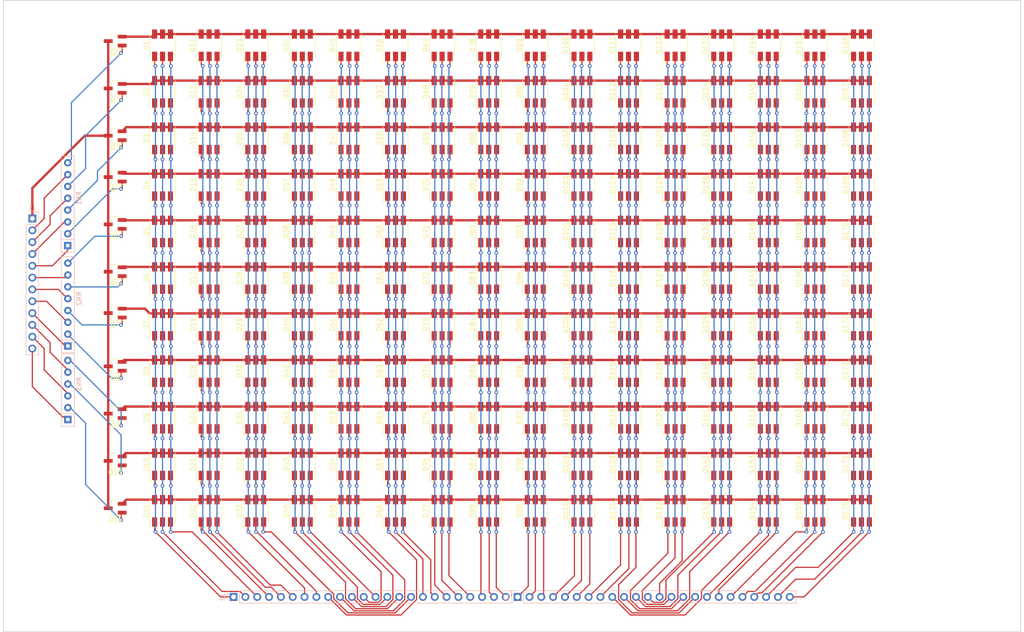
<source format=kicad_pcb>
(kicad_pcb (version 20171130) (host pcbnew "(5.0.0)")
  (layers (0 F.Cu signal) (31 B.Cu signal) (34 B.Paste user hide) (35 F.Paste user hide) (36 B.SilkS user) (37 F.SilkS user) (38 B.Mask user hide) (39 F.Mask user hide) (44 Edge.Cuts user))
  (net 0 "")
  (net 1 /R0)
  (net 2 /G0)
  (net 3 /B0)
  (net 4 /ROW0)
  (net 5 /ROW1)
  (net 6 /ROW2)
  (net 7 /ROW3)
  (net 8 /ROW4)
  (net 9 /ROW5)
  (net 10 /ROW6)
  (net 11 /ROW7)
  (net 12 /ROW8)
  (net 13 /ROW9)
  (net 14 /ROW10)
  (net 15 /B1)
  (net 16 /G1)
  (net 17 /R1)
  (net 18 /R2)
  (net 19 /G2)
  (net 20 /B2)
  (net 21 /B3)
  (net 22 /G3)
  (net 23 /R3)
  (net 24 /R4)
  (net 25 /G4)
  (net 26 /B4)
  (net 27 /B5)
  (net 28 /G5)
  (net 29 /R5)
  (net 30 /B6)
  (net 31 /G6)
  (net 32 /R6)
  (net 33 /R7)
  (net 34 /G7)
  (net 35 /B7)
  (net 36 /B8)
  (net 37 /G8)
  (net 38 /R8)
  (net 39 /R9)
  (net 40 /G9)
  (net 41 /B9)
  (net 42 /B10)
  (net 43 /G10)
  (net 44 /R10)
  (net 45 /B11)
  (net 46 /G11)
  (net 47 /R11)
  (net 48 /R12)
  (net 49 /G12)
  (net 50 /B12)
  (net 51 /B13)
  (net 52 /G13)
  (net 53 /R13)
  (net 54 /R14)
  (net 55 /G14)
  (net 56 /B14)
  (net 57 /B15)
  (net 58 /G15)
  (net 59 /R15)
  (net 60 +5V)
  (net 61 /ROW_IN_0)
  (net 62 /ROW_IN_1)
  (net 63 /ROW_IN_2)
  (net 64 /ROW_IN_3)
  (net 65 /ROW_IN_4)
  (net 66 /ROW_IN_5)
  (net 67 /ROW_IN_6)
  (net 68 /ROW_IN_7)
  (net 69 /ROW_IN_8)
  (net 70 /ROW_IN_9)
  (net 71 /ROW_IN_10)
  (net 72 /ROW_SEL_0)
  (net 73 /ROW_SEL_1)
  (net 74 /ROW_SEL_2)
  (net 75 /ROW_SEL_3)
  (net 76 /ROW_SEL_4)
  (net 77 /ROW_SEL_5)
  (net 78 /ROW_SEL_6)
  (net 79 /ROW_SEL_7)
  (net 80 /ROW_SEL_8)
  (net 81 /ROW_SEL_9)
  (net 82 /ROW_SEL_10)
  (module Connector_PinHeader_2.54mm:PinHeader_1x24_P2.54mm_Vertical (layer B.Cu) (at 144.78 149.86 270)
    (fp_text reference J3 (at 0 2.33 270) (layer B.SilkS) (effects (justify mirror)))
    (fp_text value Conn_01x24)
    (pad 24 thru_hole oval (at 0 -58.42 270) (size 1.7 1.7) (drill 1) (layers *.Cu *.Mask) (net 57 /B15))
    (pad 23 thru_hole oval (at 0 -55.88 270) (size 1.7 1.7) (drill 1) (layers *.Cu *.Mask) (net 58 /G15))
    (pad 22 thru_hole oval (at 0 -53.34 270) (size 1.7 1.7) (drill 1) (layers *.Cu *.Mask) (net 59 /R15))
    (pad 21 thru_hole oval (at 0 -50.8 270) (size 1.7 1.7) (drill 1) (layers *.Cu *.Mask) (net 56 /B14))
    (pad 20 thru_hole oval (at 0 -48.26 270) (size 1.7 1.7) (drill 1) (layers *.Cu *.Mask) (net 55 /G14))
    (pad 19 thru_hole oval (at 0 -45.72 270) (size 1.7 1.7) (drill 1) (layers *.Cu *.Mask) (net 54 /R14))
    (pad 18 thru_hole oval (at 0 -43.18 270) (size 1.7 1.7) (drill 1) (layers *.Cu *.Mask) (net 51 /B13))
    (pad 17 thru_hole oval (at 0 -40.64 270) (size 1.7 1.7) (drill 1) (layers *.Cu *.Mask) (net 52 /G13))
    (pad 16 thru_hole oval (at 0 -38.1 270) (size 1.7 1.7) (drill 1) (layers *.Cu *.Mask) (net 42 /B10))
    (pad 15 thru_hole oval (at 0 -35.56 270) (size 1.7 1.7) (drill 1) (layers *.Cu *.Mask) (net 47 /R11))
    (pad 14 thru_hole oval (at 0 -33.02 270) (size 1.7 1.7) (drill 1) (layers *.Cu *.Mask) (net 46 /G11))
    (pad 13 thru_hole oval (at 0 -30.48 270) (size 1.7 1.7) (drill 1) (layers *.Cu *.Mask) (net 45 /B11))
    (pad 12 thru_hole oval (at 0 -27.94 270) (size 1.7 1.7) (drill 1) (layers *.Cu *.Mask) (net 48 /R12))
    (pad 11 thru_hole oval (at 0 -25.4 270) (size 1.7 1.7) (drill 1) (layers *.Cu *.Mask) (net 49 /G12))
    (pad 10 thru_hole oval (at 0 -22.86 270) (size 1.7 1.7) (drill 1) (layers *.Cu *.Mask) (net 50 /B12))
    (pad 9 thru_hole oval (at 0 -20.32 270) (size 1.7 1.7) (drill 1) (layers *.Cu *.Mask) (net 53 /R13))
    (pad 8 thru_hole oval (at 0 -17.78 270) (size 1.7 1.7) (drill 1) (layers *.Cu *.Mask) (net 43 /G10))
    (pad 7 thru_hole oval (at 0 -15.24 270) (size 1.7 1.7) (drill 1) (layers *.Cu *.Mask) (net 44 /R10))
    (pad 6 thru_hole oval (at 0 -12.7 270) (size 1.7 1.7) (drill 1) (layers *.Cu *.Mask) (net 41 /B9))
    (pad 5 thru_hole oval (at 0 -10.16 270) (size 1.7 1.7) (drill 1) (layers *.Cu *.Mask) (net 40 /G9))
    (pad 4 thru_hole oval (at 0 -7.62 270) (size 1.7 1.7) (drill 1) (layers *.Cu *.Mask) (net 39 /R9))
    (pad 3 thru_hole oval (at 0 -5.08 270) (size 1.7 1.7) (drill 1) (layers *.Cu *.Mask) (net 36 /B8))
    (pad 2 thru_hole oval (at 0 -2.54 270) (size 1.7 1.7) (drill 1) (layers *.Cu *.Mask) (net 37 /G8))
    (pad 1 thru_hole rect (at 0 0 270) (size 1.7 1.7) (drill 1) (layers *.Cu *.Mask) (net 38 /R8))
  )
  (module MountingHole:MountingHole_3.2mm_M3 (layer F.Cu) (at 243.84 30.48)
    (fp_text reference REF** hide)
    (fp_text value MountingHole_3.2mm_M3)
    (pad 1 np_thru_hole circle (at 0 0) (size 3.2 3.2) (drill 3.2) (layers *.Cu *.Mask))
  )
  (module MountingHole:MountingHole_3.2mm_M3 (layer F.Cu) (at 243.98 148.59)
    (fp_text reference REF** hide)
    (fp_text value MountingHole_3.2mm_M3)
    (pad 1 np_thru_hole circle (at 0 0) (size 3.2 3.2) (drill 3.2) (layers *.Cu *.Mask))
  )
  (module MountingHole:MountingHole_3.2mm_M3 (layer F.Cu) (at 43.18 148.59)
    (fp_text reference REF** hide)
    (fp_text value MountingHole_3.2mm_M3)
    (pad 1 np_thru_hole circle (at 0 0) (size 3.2 3.2) (drill 3.2) (layers *.Cu *.Mask))
  )
  (module LED_SMD:LED_RGB_5050-6 (layer F.Cu) (at 68.58 31.37 90)
    (fp_text reference D1 (at 0 -3.5 270) (layer F.SilkS))
    (fp_text value LED_RGB)
    (pad 1 smd rect (at -2.4 -1.7 180) (size 1.1 2) (layers F.Cu F.Paste F.Mask) (net 1 /R0))
    (pad 2 smd rect (at -2.4 0 180) (size 1.1 2) (layers F.Cu F.Paste F.Mask) (net 2 /G0))
    (pad 3 smd rect (at -2.4 1.7 180) (size 1.1 2) (layers F.Cu F.Paste F.Mask) (net 3 /B0))
    (pad 4 smd rect (at 2.4 1.7 180) (size 1.1 2) (layers F.Cu F.Paste F.Mask) (net 4 /ROW0))
    (pad 5 smd rect (at 2.4 0 180) (size 1.1 2) (layers F.Cu F.Paste F.Mask) (net 4 /ROW0))
    (pad 6 smd rect (at 2.4 -1.7 180) (size 1.1 2) (layers F.Cu F.Paste F.Mask) (net 4 /ROW0))
  )
  (module LED_SMD:LED_RGB_5050-6 (layer F.Cu) (at 68.58 41.37 90)
    (fp_text reference D2 (at 0 -3.5 270) (layer F.SilkS))
    (fp_text value LED_RGB)
    (pad 6 smd rect (at 2.4 -1.7 180) (size 1.1 2) (layers F.Cu F.Paste F.Mask) (net 5 /ROW1))
    (pad 5 smd rect (at 2.4 0 180) (size 1.1 2) (layers F.Cu F.Paste F.Mask) (net 5 /ROW1))
    (pad 4 smd rect (at 2.4 1.7 180) (size 1.1 2) (layers F.Cu F.Paste F.Mask) (net 5 /ROW1))
    (pad 3 smd rect (at -2.4 1.7 180) (size 1.1 2) (layers F.Cu F.Paste F.Mask) (net 3 /B0))
    (pad 2 smd rect (at -2.4 0 180) (size 1.1 2) (layers F.Cu F.Paste F.Mask) (net 2 /G0))
    (pad 1 smd rect (at -2.4 -1.7 180) (size 1.1 2) (layers F.Cu F.Paste F.Mask) (net 1 /R0))
  )
  (module LED_SMD:LED_RGB_5050-6 (layer F.Cu) (at 68.58 51.37 90)
    (fp_text reference D3 (at 0 -3.5 270) (layer F.SilkS))
    (fp_text value LED_RGB)
    (pad 1 smd rect (at -2.4 -1.7 180) (size 1.1 2) (layers F.Cu F.Paste F.Mask) (net 1 /R0))
    (pad 2 smd rect (at -2.4 0 180) (size 1.1 2) (layers F.Cu F.Paste F.Mask) (net 2 /G0))
    (pad 3 smd rect (at -2.4 1.7 180) (size 1.1 2) (layers F.Cu F.Paste F.Mask) (net 3 /B0))
    (pad 4 smd rect (at 2.4 1.7 180) (size 1.1 2) (layers F.Cu F.Paste F.Mask) (net 6 /ROW2))
    (pad 5 smd rect (at 2.4 0 180) (size 1.1 2) (layers F.Cu F.Paste F.Mask) (net 6 /ROW2))
    (pad 6 smd rect (at 2.4 -1.7 180) (size 1.1 2) (layers F.Cu F.Paste F.Mask) (net 6 /ROW2))
  )
  (module LED_SMD:LED_RGB_5050-6 (layer F.Cu) (at 68.58 61.37 90)
    (fp_text reference D4 (at 0 -3.5 270) (layer F.SilkS))
    (fp_text value LED_RGB)
    (pad 6 smd rect (at 2.4 -1.7 180) (size 1.1 2) (layers F.Cu F.Paste F.Mask) (net 7 /ROW3))
    (pad 5 smd rect (at 2.4 0 180) (size 1.1 2) (layers F.Cu F.Paste F.Mask) (net 7 /ROW3))
    (pad 4 smd rect (at 2.4 1.7 180) (size 1.1 2) (layers F.Cu F.Paste F.Mask) (net 7 /ROW3))
    (pad 3 smd rect (at -2.4 1.7 180) (size 1.1 2) (layers F.Cu F.Paste F.Mask) (net 3 /B0))
    (pad 2 smd rect (at -2.4 0 180) (size 1.1 2) (layers F.Cu F.Paste F.Mask) (net 2 /G0))
    (pad 1 smd rect (at -2.4 -1.7 180) (size 1.1 2) (layers F.Cu F.Paste F.Mask) (net 1 /R0))
  )
  (module LED_SMD:LED_RGB_5050-6 (layer F.Cu) (at 68.58 71.37 90)
    (fp_text reference D5 (at 0 -3.5 270) (layer F.SilkS))
    (fp_text value LED_RGB)
    (pad 1 smd rect (at -2.4 -1.7 180) (size 1.1 2) (layers F.Cu F.Paste F.Mask) (net 1 /R0))
    (pad 2 smd rect (at -2.4 0 180) (size 1.1 2) (layers F.Cu F.Paste F.Mask) (net 2 /G0))
    (pad 3 smd rect (at -2.4 1.7 180) (size 1.1 2) (layers F.Cu F.Paste F.Mask) (net 3 /B0))
    (pad 4 smd rect (at 2.4 1.7 180) (size 1.1 2) (layers F.Cu F.Paste F.Mask) (net 8 /ROW4))
    (pad 5 smd rect (at 2.4 0 180) (size 1.1 2) (layers F.Cu F.Paste F.Mask) (net 8 /ROW4))
    (pad 6 smd rect (at 2.4 -1.7 180) (size 1.1 2) (layers F.Cu F.Paste F.Mask) (net 8 /ROW4))
  )
  (module LED_SMD:LED_RGB_5050-6 (layer F.Cu) (at 68.58 81.37 90)
    (fp_text reference D6 (at 0 -3.5 270) (layer F.SilkS))
    (fp_text value LED_RGB)
    (pad 6 smd rect (at 2.4 -1.7 180) (size 1.1 2) (layers F.Cu F.Paste F.Mask) (net 9 /ROW5))
    (pad 5 smd rect (at 2.4 0 180) (size 1.1 2) (layers F.Cu F.Paste F.Mask) (net 9 /ROW5))
    (pad 4 smd rect (at 2.4 1.7 180) (size 1.1 2) (layers F.Cu F.Paste F.Mask) (net 9 /ROW5))
    (pad 3 smd rect (at -2.4 1.7 180) (size 1.1 2) (layers F.Cu F.Paste F.Mask) (net 3 /B0))
    (pad 2 smd rect (at -2.4 0 180) (size 1.1 2) (layers F.Cu F.Paste F.Mask) (net 2 /G0))
    (pad 1 smd rect (at -2.4 -1.7 180) (size 1.1 2) (layers F.Cu F.Paste F.Mask) (net 1 /R0))
  )
  (module LED_SMD:LED_RGB_5050-6 (layer F.Cu) (at 68.58 91.37 90)
    (fp_text reference D7 (at 0 -3.5 270) (layer F.SilkS))
    (fp_text value LED_RGB)
    (pad 1 smd rect (at -2.4 -1.7 180) (size 1.1 2) (layers F.Cu F.Paste F.Mask) (net 1 /R0))
    (pad 2 smd rect (at -2.4 0 180) (size 1.1 2) (layers F.Cu F.Paste F.Mask) (net 2 /G0))
    (pad 3 smd rect (at -2.4 1.7 180) (size 1.1 2) (layers F.Cu F.Paste F.Mask) (net 3 /B0))
    (pad 4 smd rect (at 2.4 1.7 180) (size 1.1 2) (layers F.Cu F.Paste F.Mask) (net 10 /ROW6))
    (pad 5 smd rect (at 2.4 0 180) (size 1.1 2) (layers F.Cu F.Paste F.Mask) (net 10 /ROW6))
    (pad 6 smd rect (at 2.4 -1.7 180) (size 1.1 2) (layers F.Cu F.Paste F.Mask) (net 10 /ROW6))
  )
  (module LED_SMD:LED_RGB_5050-6 (layer F.Cu) (at 68.58 101.37 90)
    (fp_text reference D8 (at 0 -3.5 270) (layer F.SilkS))
    (fp_text value LED_RGB)
    (pad 6 smd rect (at 2.4 -1.7 180) (size 1.1 2) (layers F.Cu F.Paste F.Mask) (net 11 /ROW7))
    (pad 5 smd rect (at 2.4 0 180) (size 1.1 2) (layers F.Cu F.Paste F.Mask) (net 11 /ROW7))
    (pad 4 smd rect (at 2.4 1.7 180) (size 1.1 2) (layers F.Cu F.Paste F.Mask) (net 11 /ROW7))
    (pad 3 smd rect (at -2.4 1.7 180) (size 1.1 2) (layers F.Cu F.Paste F.Mask) (net 3 /B0))
    (pad 2 smd rect (at -2.4 0 180) (size 1.1 2) (layers F.Cu F.Paste F.Mask) (net 2 /G0))
    (pad 1 smd rect (at -2.4 -1.7 180) (size 1.1 2) (layers F.Cu F.Paste F.Mask) (net 1 /R0))
  )
  (module LED_SMD:LED_RGB_5050-6 (layer F.Cu) (at 68.58 111.37 90)
    (fp_text reference D9 (at 0 -3.5 270) (layer F.SilkS))
    (fp_text value LED_RGB)
    (pad 1 smd rect (at -2.4 -1.7 180) (size 1.1 2) (layers F.Cu F.Paste F.Mask) (net 1 /R0))
    (pad 2 smd rect (at -2.4 0 180) (size 1.1 2) (layers F.Cu F.Paste F.Mask) (net 2 /G0))
    (pad 3 smd rect (at -2.4 1.7 180) (size 1.1 2) (layers F.Cu F.Paste F.Mask) (net 3 /B0))
    (pad 4 smd rect (at 2.4 1.7 180) (size 1.1 2) (layers F.Cu F.Paste F.Mask) (net 12 /ROW8))
    (pad 5 smd rect (at 2.4 0 180) (size 1.1 2) (layers F.Cu F.Paste F.Mask) (net 12 /ROW8))
    (pad 6 smd rect (at 2.4 -1.7 180) (size 1.1 2) (layers F.Cu F.Paste F.Mask) (net 12 /ROW8))
  )
  (module LED_SMD:LED_RGB_5050-6 (layer F.Cu) (at 68.58 121.37 90)
    (fp_text reference D10 (at 0 -3.5 270) (layer F.SilkS))
    (fp_text value LED_RGB)
    (pad 6 smd rect (at 2.4 -1.7 180) (size 1.1 2) (layers F.Cu F.Paste F.Mask) (net 13 /ROW9))
    (pad 5 smd rect (at 2.4 0 180) (size 1.1 2) (layers F.Cu F.Paste F.Mask) (net 13 /ROW9))
    (pad 4 smd rect (at 2.4 1.7 180) (size 1.1 2) (layers F.Cu F.Paste F.Mask) (net 13 /ROW9))
    (pad 3 smd rect (at -2.4 1.7 180) (size 1.1 2) (layers F.Cu F.Paste F.Mask) (net 3 /B0))
    (pad 2 smd rect (at -2.4 0 180) (size 1.1 2) (layers F.Cu F.Paste F.Mask) (net 2 /G0))
    (pad 1 smd rect (at -2.4 -1.7 180) (size 1.1 2) (layers F.Cu F.Paste F.Mask) (net 1 /R0))
  )
  (module LED_SMD:LED_RGB_5050-6 (layer F.Cu) (at 68.58 131.37 90)
    (fp_text reference D11 (at 0 -3.5 270) (layer F.SilkS))
    (fp_text value LED_RGB)
    (pad 6 smd rect (at 2.4 -1.7 180) (size 1.1 2) (layers F.Cu F.Paste F.Mask) (net 14 /ROW10))
    (pad 5 smd rect (at 2.4 0 180) (size 1.1 2) (layers F.Cu F.Paste F.Mask) (net 14 /ROW10))
    (pad 4 smd rect (at 2.4 1.7 180) (size 1.1 2) (layers F.Cu F.Paste F.Mask) (net 14 /ROW10))
    (pad 3 smd rect (at -2.4 1.7 180) (size 1.1 2) (layers F.Cu F.Paste F.Mask) (net 3 /B0))
    (pad 2 smd rect (at -2.4 0 180) (size 1.1 2) (layers F.Cu F.Paste F.Mask) (net 2 /G0))
    (pad 1 smd rect (at -2.4 -1.7 180) (size 1.1 2) (layers F.Cu F.Paste F.Mask) (net 1 /R0))
  )
  (module LED_SMD:LED_RGB_5050-6 (layer F.Cu) (at 78.58 31.37 90)
    (fp_text reference D12 (at 0 -3.5 270) (layer F.SilkS))
    (fp_text value LED_RGB)
    (pad 6 smd rect (at 2.4 -1.7 180) (size 1.1 2) (layers F.Cu F.Paste F.Mask) (net 4 /ROW0))
    (pad 5 smd rect (at 2.4 0 180) (size 1.1 2) (layers F.Cu F.Paste F.Mask) (net 4 /ROW0))
    (pad 4 smd rect (at 2.4 1.7 180) (size 1.1 2) (layers F.Cu F.Paste F.Mask) (net 4 /ROW0))
    (pad 3 smd rect (at -2.4 1.7 180) (size 1.1 2) (layers F.Cu F.Paste F.Mask) (net 15 /B1))
    (pad 2 smd rect (at -2.4 0 180) (size 1.1 2) (layers F.Cu F.Paste F.Mask) (net 16 /G1))
    (pad 1 smd rect (at -2.4 -1.7 180) (size 1.1 2) (layers F.Cu F.Paste F.Mask) (net 17 /R1))
  )
  (module LED_SMD:LED_RGB_5050-6 (layer F.Cu) (at 78.58 41.37 90)
    (fp_text reference D13 (at 0 -3.5 270) (layer F.SilkS))
    (fp_text value LED_RGB)
    (pad 1 smd rect (at -2.4 -1.7 180) (size 1.1 2) (layers F.Cu F.Paste F.Mask) (net 17 /R1))
    (pad 2 smd rect (at -2.4 0 180) (size 1.1 2) (layers F.Cu F.Paste F.Mask) (net 16 /G1))
    (pad 3 smd rect (at -2.4 1.7 180) (size 1.1 2) (layers F.Cu F.Paste F.Mask) (net 15 /B1))
    (pad 4 smd rect (at 2.4 1.7 180) (size 1.1 2) (layers F.Cu F.Paste F.Mask) (net 5 /ROW1))
    (pad 5 smd rect (at 2.4 0 180) (size 1.1 2) (layers F.Cu F.Paste F.Mask) (net 5 /ROW1))
    (pad 6 smd rect (at 2.4 -1.7 180) (size 1.1 2) (layers F.Cu F.Paste F.Mask) (net 5 /ROW1))
  )
  (module LED_SMD:LED_RGB_5050-6 (layer F.Cu) (at 78.58 51.37 90)
    (fp_text reference D14 (at 0 -3.5 270) (layer F.SilkS))
    (fp_text value LED_RGB)
    (pad 6 smd rect (at 2.4 -1.7 180) (size 1.1 2) (layers F.Cu F.Paste F.Mask) (net 6 /ROW2))
    (pad 5 smd rect (at 2.4 0 180) (size 1.1 2) (layers F.Cu F.Paste F.Mask) (net 6 /ROW2))
    (pad 4 smd rect (at 2.4 1.7 180) (size 1.1 2) (layers F.Cu F.Paste F.Mask) (net 6 /ROW2))
    (pad 3 smd rect (at -2.4 1.7 180) (size 1.1 2) (layers F.Cu F.Paste F.Mask) (net 15 /B1))
    (pad 2 smd rect (at -2.4 0 180) (size 1.1 2) (layers F.Cu F.Paste F.Mask) (net 16 /G1))
    (pad 1 smd rect (at -2.4 -1.7 180) (size 1.1 2) (layers F.Cu F.Paste F.Mask) (net 17 /R1))
  )
  (module LED_SMD:LED_RGB_5050-6 (layer F.Cu) (at 78.58 61.37 90)
    (fp_text reference D15 (at 0 -3.5 270) (layer F.SilkS))
    (fp_text value LED_RGB)
    (pad 1 smd rect (at -2.4 -1.7 180) (size 1.1 2) (layers F.Cu F.Paste F.Mask) (net 17 /R1))
    (pad 2 smd rect (at -2.4 0 180) (size 1.1 2) (layers F.Cu F.Paste F.Mask) (net 16 /G1))
    (pad 3 smd rect (at -2.4 1.7 180) (size 1.1 2) (layers F.Cu F.Paste F.Mask) (net 15 /B1))
    (pad 4 smd rect (at 2.4 1.7 180) (size 1.1 2) (layers F.Cu F.Paste F.Mask) (net 7 /ROW3))
    (pad 5 smd rect (at 2.4 0 180) (size 1.1 2) (layers F.Cu F.Paste F.Mask) (net 7 /ROW3))
    (pad 6 smd rect (at 2.4 -1.7 180) (size 1.1 2) (layers F.Cu F.Paste F.Mask) (net 7 /ROW3))
  )
  (module LED_SMD:LED_RGB_5050-6 (layer F.Cu) (at 78.58 71.37 90)
    (fp_text reference D16 (at 0 -3.5 270) (layer F.SilkS))
    (fp_text value LED_RGB)
    (pad 6 smd rect (at 2.4 -1.7 180) (size 1.1 2) (layers F.Cu F.Paste F.Mask) (net 8 /ROW4))
    (pad 5 smd rect (at 2.4 0 180) (size 1.1 2) (layers F.Cu F.Paste F.Mask) (net 8 /ROW4))
    (pad 4 smd rect (at 2.4 1.7 180) (size 1.1 2) (layers F.Cu F.Paste F.Mask) (net 8 /ROW4))
    (pad 3 smd rect (at -2.4 1.7 180) (size 1.1 2) (layers F.Cu F.Paste F.Mask) (net 15 /B1))
    (pad 2 smd rect (at -2.4 0 180) (size 1.1 2) (layers F.Cu F.Paste F.Mask) (net 16 /G1))
    (pad 1 smd rect (at -2.4 -1.7 180) (size 1.1 2) (layers F.Cu F.Paste F.Mask) (net 17 /R1))
  )
  (module LED_SMD:LED_RGB_5050-6 (layer F.Cu) (at 78.58 81.37 90)
    (fp_text reference D17 (at 0 -3.5 270) (layer F.SilkS))
    (fp_text value LED_RGB)
    (pad 1 smd rect (at -2.4 -1.7 180) (size 1.1 2) (layers F.Cu F.Paste F.Mask) (net 17 /R1))
    (pad 2 smd rect (at -2.4 0 180) (size 1.1 2) (layers F.Cu F.Paste F.Mask) (net 16 /G1))
    (pad 3 smd rect (at -2.4 1.7 180) (size 1.1 2) (layers F.Cu F.Paste F.Mask) (net 15 /B1))
    (pad 4 smd rect (at 2.4 1.7 180) (size 1.1 2) (layers F.Cu F.Paste F.Mask) (net 9 /ROW5))
    (pad 5 smd rect (at 2.4 0 180) (size 1.1 2) (layers F.Cu F.Paste F.Mask) (net 9 /ROW5))
    (pad 6 smd rect (at 2.4 -1.7 180) (size 1.1 2) (layers F.Cu F.Paste F.Mask) (net 9 /ROW5))
  )
  (module LED_SMD:LED_RGB_5050-6 (layer F.Cu) (at 78.58 91.37 90)
    (fp_text reference D18 (at 0 -3.5 270) (layer F.SilkS))
    (fp_text value LED_RGB)
    (pad 6 smd rect (at 2.4 -1.7 180) (size 1.1 2) (layers F.Cu F.Paste F.Mask) (net 10 /ROW6))
    (pad 5 smd rect (at 2.4 0 180) (size 1.1 2) (layers F.Cu F.Paste F.Mask) (net 10 /ROW6))
    (pad 4 smd rect (at 2.4 1.7 180) (size 1.1 2) (layers F.Cu F.Paste F.Mask) (net 10 /ROW6))
    (pad 3 smd rect (at -2.4 1.7 180) (size 1.1 2) (layers F.Cu F.Paste F.Mask) (net 15 /B1))
    (pad 2 smd rect (at -2.4 0 180) (size 1.1 2) (layers F.Cu F.Paste F.Mask) (net 16 /G1))
    (pad 1 smd rect (at -2.4 -1.7 180) (size 1.1 2) (layers F.Cu F.Paste F.Mask) (net 17 /R1))
  )
  (module LED_SMD:LED_RGB_5050-6 (layer F.Cu) (at 78.58 101.37 90)
    (fp_text reference D19 (at 0 -3.5 270) (layer F.SilkS))
    (fp_text value LED_RGB)
    (pad 1 smd rect (at -2.4 -1.7 180) (size 1.1 2) (layers F.Cu F.Paste F.Mask) (net 17 /R1))
    (pad 2 smd rect (at -2.4 0 180) (size 1.1 2) (layers F.Cu F.Paste F.Mask) (net 16 /G1))
    (pad 3 smd rect (at -2.4 1.7 180) (size 1.1 2) (layers F.Cu F.Paste F.Mask) (net 15 /B1))
    (pad 4 smd rect (at 2.4 1.7 180) (size 1.1 2) (layers F.Cu F.Paste F.Mask) (net 11 /ROW7))
    (pad 5 smd rect (at 2.4 0 180) (size 1.1 2) (layers F.Cu F.Paste F.Mask) (net 11 /ROW7))
    (pad 6 smd rect (at 2.4 -1.7 180) (size 1.1 2) (layers F.Cu F.Paste F.Mask) (net 11 /ROW7))
  )
  (module LED_SMD:LED_RGB_5050-6 (layer F.Cu) (at 78.58 111.37 90)
    (fp_text reference D20 (at 0 -3.5 270) (layer F.SilkS))
    (fp_text value LED_RGB)
    (pad 6 smd rect (at 2.4 -1.7 180) (size 1.1 2) (layers F.Cu F.Paste F.Mask) (net 12 /ROW8))
    (pad 5 smd rect (at 2.4 0 180) (size 1.1 2) (layers F.Cu F.Paste F.Mask) (net 12 /ROW8))
    (pad 4 smd rect (at 2.4 1.7 180) (size 1.1 2) (layers F.Cu F.Paste F.Mask) (net 12 /ROW8))
    (pad 3 smd rect (at -2.4 1.7 180) (size 1.1 2) (layers F.Cu F.Paste F.Mask) (net 15 /B1))
    (pad 2 smd rect (at -2.4 0 180) (size 1.1 2) (layers F.Cu F.Paste F.Mask) (net 16 /G1))
    (pad 1 smd rect (at -2.4 -1.7 180) (size 1.1 2) (layers F.Cu F.Paste F.Mask) (net 17 /R1))
  )
  (module LED_SMD:LED_RGB_5050-6 (layer F.Cu) (at 78.58 121.37 90)
    (fp_text reference D21 (at 0 -3.5 270) (layer F.SilkS))
    (fp_text value LED_RGB)
    (pad 1 smd rect (at -2.4 -1.7 180) (size 1.1 2) (layers F.Cu F.Paste F.Mask) (net 17 /R1))
    (pad 2 smd rect (at -2.4 0 180) (size 1.1 2) (layers F.Cu F.Paste F.Mask) (net 16 /G1))
    (pad 3 smd rect (at -2.4 1.7 180) (size 1.1 2) (layers F.Cu F.Paste F.Mask) (net 15 /B1))
    (pad 4 smd rect (at 2.4 1.7 180) (size 1.1 2) (layers F.Cu F.Paste F.Mask) (net 13 /ROW9))
    (pad 5 smd rect (at 2.4 0 180) (size 1.1 2) (layers F.Cu F.Paste F.Mask) (net 13 /ROW9))
    (pad 6 smd rect (at 2.4 -1.7 180) (size 1.1 2) (layers F.Cu F.Paste F.Mask) (net 13 /ROW9))
  )
  (module LED_SMD:LED_RGB_5050-6 (layer F.Cu) (at 78.58 131.37 90)
    (fp_text reference D22 (at 0 -3.5 270) (layer F.SilkS))
    (fp_text value LED_RGB)
    (pad 1 smd rect (at -2.4 -1.7 180) (size 1.1 2) (layers F.Cu F.Paste F.Mask) (net 17 /R1))
    (pad 2 smd rect (at -2.4 0 180) (size 1.1 2) (layers F.Cu F.Paste F.Mask) (net 16 /G1))
    (pad 3 smd rect (at -2.4 1.7 180) (size 1.1 2) (layers F.Cu F.Paste F.Mask) (net 15 /B1))
    (pad 4 smd rect (at 2.4 1.7 180) (size 1.1 2) (layers F.Cu F.Paste F.Mask) (net 14 /ROW10))
    (pad 5 smd rect (at 2.4 0 180) (size 1.1 2) (layers F.Cu F.Paste F.Mask) (net 14 /ROW10))
    (pad 6 smd rect (at 2.4 -1.7 180) (size 1.1 2) (layers F.Cu F.Paste F.Mask) (net 14 /ROW10))
  )
  (module LED_SMD:LED_RGB_5050-6 (layer F.Cu) (at 88.58 31.37 90)
    (fp_text reference D23 (at 0 -3.5 270) (layer F.SilkS))
    (fp_text value LED_RGB)
    (pad 1 smd rect (at -2.4 -1.7 180) (size 1.1 2) (layers F.Cu F.Paste F.Mask) (net 18 /R2))
    (pad 2 smd rect (at -2.4 0 180) (size 1.1 2) (layers F.Cu F.Paste F.Mask) (net 19 /G2))
    (pad 3 smd rect (at -2.4 1.7 180) (size 1.1 2) (layers F.Cu F.Paste F.Mask) (net 20 /B2))
    (pad 4 smd rect (at 2.4 1.7 180) (size 1.1 2) (layers F.Cu F.Paste F.Mask) (net 4 /ROW0))
    (pad 5 smd rect (at 2.4 0 180) (size 1.1 2) (layers F.Cu F.Paste F.Mask) (net 4 /ROW0))
    (pad 6 smd rect (at 2.4 -1.7 180) (size 1.1 2) (layers F.Cu F.Paste F.Mask) (net 4 /ROW0))
  )
  (module LED_SMD:LED_RGB_5050-6 (layer F.Cu) (at 88.58 41.37 90)
    (fp_text reference D24 (at 0 -3.5 270) (layer F.SilkS))
    (fp_text value LED_RGB)
    (pad 6 smd rect (at 2.4 -1.7 180) (size 1.1 2) (layers F.Cu F.Paste F.Mask) (net 5 /ROW1))
    (pad 5 smd rect (at 2.4 0 180) (size 1.1 2) (layers F.Cu F.Paste F.Mask) (net 5 /ROW1))
    (pad 4 smd rect (at 2.4 1.7 180) (size 1.1 2) (layers F.Cu F.Paste F.Mask) (net 5 /ROW1))
    (pad 3 smd rect (at -2.4 1.7 180) (size 1.1 2) (layers F.Cu F.Paste F.Mask) (net 20 /B2))
    (pad 2 smd rect (at -2.4 0 180) (size 1.1 2) (layers F.Cu F.Paste F.Mask) (net 19 /G2))
    (pad 1 smd rect (at -2.4 -1.7 180) (size 1.1 2) (layers F.Cu F.Paste F.Mask) (net 18 /R2))
  )
  (module LED_SMD:LED_RGB_5050-6 (layer F.Cu) (at 88.58 51.37 90)
    (fp_text reference D25 (at 0 -3.5 270) (layer F.SilkS))
    (fp_text value LED_RGB)
    (pad 1 smd rect (at -2.4 -1.7 180) (size 1.1 2) (layers F.Cu F.Paste F.Mask) (net 18 /R2))
    (pad 2 smd rect (at -2.4 0 180) (size 1.1 2) (layers F.Cu F.Paste F.Mask) (net 19 /G2))
    (pad 3 smd rect (at -2.4 1.7 180) (size 1.1 2) (layers F.Cu F.Paste F.Mask) (net 20 /B2))
    (pad 4 smd rect (at 2.4 1.7 180) (size 1.1 2) (layers F.Cu F.Paste F.Mask) (net 6 /ROW2))
    (pad 5 smd rect (at 2.4 0 180) (size 1.1 2) (layers F.Cu F.Paste F.Mask) (net 6 /ROW2))
    (pad 6 smd rect (at 2.4 -1.7 180) (size 1.1 2) (layers F.Cu F.Paste F.Mask) (net 6 /ROW2))
  )
  (module LED_SMD:LED_RGB_5050-6 (layer F.Cu) (at 88.58 61.37 90)
    (fp_text reference D26 (at 0 -3.5 270) (layer F.SilkS))
    (fp_text value LED_RGB)
    (pad 6 smd rect (at 2.4 -1.7 180) (size 1.1 2) (layers F.Cu F.Paste F.Mask) (net 7 /ROW3))
    (pad 5 smd rect (at 2.4 0 180) (size 1.1 2) (layers F.Cu F.Paste F.Mask) (net 7 /ROW3))
    (pad 4 smd rect (at 2.4 1.7 180) (size 1.1 2) (layers F.Cu F.Paste F.Mask) (net 7 /ROW3))
    (pad 3 smd rect (at -2.4 1.7 180) (size 1.1 2) (layers F.Cu F.Paste F.Mask) (net 20 /B2))
    (pad 2 smd rect (at -2.4 0 180) (size 1.1 2) (layers F.Cu F.Paste F.Mask) (net 19 /G2))
    (pad 1 smd rect (at -2.4 -1.7 180) (size 1.1 2) (layers F.Cu F.Paste F.Mask) (net 18 /R2))
  )
  (module LED_SMD:LED_RGB_5050-6 (layer F.Cu) (at 88.58 71.37 90)
    (fp_text reference D27 (at 0 -3.5 270) (layer F.SilkS))
    (fp_text value LED_RGB)
    (pad 1 smd rect (at -2.4 -1.7 180) (size 1.1 2) (layers F.Cu F.Paste F.Mask) (net 18 /R2))
    (pad 2 smd rect (at -2.4 0 180) (size 1.1 2) (layers F.Cu F.Paste F.Mask) (net 19 /G2))
    (pad 3 smd rect (at -2.4 1.7 180) (size 1.1 2) (layers F.Cu F.Paste F.Mask) (net 20 /B2))
    (pad 4 smd rect (at 2.4 1.7 180) (size 1.1 2) (layers F.Cu F.Paste F.Mask) (net 8 /ROW4))
    (pad 5 smd rect (at 2.4 0 180) (size 1.1 2) (layers F.Cu F.Paste F.Mask) (net 8 /ROW4))
    (pad 6 smd rect (at 2.4 -1.7 180) (size 1.1 2) (layers F.Cu F.Paste F.Mask) (net 8 /ROW4))
  )
  (module LED_SMD:LED_RGB_5050-6 (layer F.Cu) (at 88.58 81.37 90)
    (fp_text reference D28 (at 0 -3.5 270) (layer F.SilkS))
    (fp_text value LED_RGB)
    (pad 6 smd rect (at 2.4 -1.7 180) (size 1.1 2) (layers F.Cu F.Paste F.Mask) (net 9 /ROW5))
    (pad 5 smd rect (at 2.4 0 180) (size 1.1 2) (layers F.Cu F.Paste F.Mask) (net 9 /ROW5))
    (pad 4 smd rect (at 2.4 1.7 180) (size 1.1 2) (layers F.Cu F.Paste F.Mask) (net 9 /ROW5))
    (pad 3 smd rect (at -2.4 1.7 180) (size 1.1 2) (layers F.Cu F.Paste F.Mask) (net 20 /B2))
    (pad 2 smd rect (at -2.4 0 180) (size 1.1 2) (layers F.Cu F.Paste F.Mask) (net 19 /G2))
    (pad 1 smd rect (at -2.4 -1.7 180) (size 1.1 2) (layers F.Cu F.Paste F.Mask) (net 18 /R2))
  )
  (module LED_SMD:LED_RGB_5050-6 (layer F.Cu) (at 88.58 91.37 90)
    (fp_text reference D29 (at 0 -3.5 270) (layer F.SilkS))
    (fp_text value LED_RGB)
    (pad 1 smd rect (at -2.4 -1.7 180) (size 1.1 2) (layers F.Cu F.Paste F.Mask) (net 18 /R2))
    (pad 2 smd rect (at -2.4 0 180) (size 1.1 2) (layers F.Cu F.Paste F.Mask) (net 19 /G2))
    (pad 3 smd rect (at -2.4 1.7 180) (size 1.1 2) (layers F.Cu F.Paste F.Mask) (net 20 /B2))
    (pad 4 smd rect (at 2.4 1.7 180) (size 1.1 2) (layers F.Cu F.Paste F.Mask) (net 10 /ROW6))
    (pad 5 smd rect (at 2.4 0 180) (size 1.1 2) (layers F.Cu F.Paste F.Mask) (net 10 /ROW6))
    (pad 6 smd rect (at 2.4 -1.7 180) (size 1.1 2) (layers F.Cu F.Paste F.Mask) (net 10 /ROW6))
  )
  (module LED_SMD:LED_RGB_5050-6 (layer F.Cu) (at 88.58 101.37 90)
    (fp_text reference D30 (at 0 -3.5 270) (layer F.SilkS))
    (fp_text value LED_RGB)
    (pad 6 smd rect (at 2.4 -1.7 180) (size 1.1 2) (layers F.Cu F.Paste F.Mask) (net 11 /ROW7))
    (pad 5 smd rect (at 2.4 0 180) (size 1.1 2) (layers F.Cu F.Paste F.Mask) (net 11 /ROW7))
    (pad 4 smd rect (at 2.4 1.7 180) (size 1.1 2) (layers F.Cu F.Paste F.Mask) (net 11 /ROW7))
    (pad 3 smd rect (at -2.4 1.7 180) (size 1.1 2) (layers F.Cu F.Paste F.Mask) (net 20 /B2))
    (pad 2 smd rect (at -2.4 0 180) (size 1.1 2) (layers F.Cu F.Paste F.Mask) (net 19 /G2))
    (pad 1 smd rect (at -2.4 -1.7 180) (size 1.1 2) (layers F.Cu F.Paste F.Mask) (net 18 /R2))
  )
  (module LED_SMD:LED_RGB_5050-6 (layer F.Cu) (at 88.58 111.37 90)
    (fp_text reference D31 (at 0 -3.5 270) (layer F.SilkS))
    (fp_text value LED_RGB)
    (pad 1 smd rect (at -2.4 -1.7 180) (size 1.1 2) (layers F.Cu F.Paste F.Mask) (net 18 /R2))
    (pad 2 smd rect (at -2.4 0 180) (size 1.1 2) (layers F.Cu F.Paste F.Mask) (net 19 /G2))
    (pad 3 smd rect (at -2.4 1.7 180) (size 1.1 2) (layers F.Cu F.Paste F.Mask) (net 20 /B2))
    (pad 4 smd rect (at 2.4 1.7 180) (size 1.1 2) (layers F.Cu F.Paste F.Mask) (net 12 /ROW8))
    (pad 5 smd rect (at 2.4 0 180) (size 1.1 2) (layers F.Cu F.Paste F.Mask) (net 12 /ROW8))
    (pad 6 smd rect (at 2.4 -1.7 180) (size 1.1 2) (layers F.Cu F.Paste F.Mask) (net 12 /ROW8))
  )
  (module LED_SMD:LED_RGB_5050-6 (layer F.Cu) (at 88.58 121.37 90)
    (fp_text reference D32 (at 0 -3.5 270) (layer F.SilkS))
    (fp_text value LED_RGB)
    (pad 6 smd rect (at 2.4 -1.7 180) (size 1.1 2) (layers F.Cu F.Paste F.Mask) (net 13 /ROW9))
    (pad 5 smd rect (at 2.4 0 180) (size 1.1 2) (layers F.Cu F.Paste F.Mask) (net 13 /ROW9))
    (pad 4 smd rect (at 2.4 1.7 180) (size 1.1 2) (layers F.Cu F.Paste F.Mask) (net 13 /ROW9))
    (pad 3 smd rect (at -2.4 1.7 180) (size 1.1 2) (layers F.Cu F.Paste F.Mask) (net 20 /B2))
    (pad 2 smd rect (at -2.4 0 180) (size 1.1 2) (layers F.Cu F.Paste F.Mask) (net 19 /G2))
    (pad 1 smd rect (at -2.4 -1.7 180) (size 1.1 2) (layers F.Cu F.Paste F.Mask) (net 18 /R2))
  )
  (module LED_SMD:LED_RGB_5050-6 (layer F.Cu) (at 88.58 131.37 90)
    (fp_text reference D33 (at 0 -3.5 270) (layer F.SilkS))
    (fp_text value LED_RGB)
    (pad 6 smd rect (at 2.4 -1.7 180) (size 1.1 2) (layers F.Cu F.Paste F.Mask) (net 14 /ROW10))
    (pad 5 smd rect (at 2.4 0 180) (size 1.1 2) (layers F.Cu F.Paste F.Mask) (net 14 /ROW10))
    (pad 4 smd rect (at 2.4 1.7 180) (size 1.1 2) (layers F.Cu F.Paste F.Mask) (net 14 /ROW10))
    (pad 3 smd rect (at -2.4 1.7 180) (size 1.1 2) (layers F.Cu F.Paste F.Mask) (net 20 /B2))
    (pad 2 smd rect (at -2.4 0 180) (size 1.1 2) (layers F.Cu F.Paste F.Mask) (net 19 /G2))
    (pad 1 smd rect (at -2.4 -1.7 180) (size 1.1 2) (layers F.Cu F.Paste F.Mask) (net 18 /R2))
  )
  (module LED_SMD:LED_RGB_5050-6 (layer F.Cu) (at 98.58 31.37 90)
    (fp_text reference D34 (at 0 -3.5 270) (layer F.SilkS))
    (fp_text value LED_RGB)
    (pad 6 smd rect (at 2.4 -1.7 180) (size 1.1 2) (layers F.Cu F.Paste F.Mask) (net 4 /ROW0))
    (pad 5 smd rect (at 2.4 0 180) (size 1.1 2) (layers F.Cu F.Paste F.Mask) (net 4 /ROW0))
    (pad 4 smd rect (at 2.4 1.7 180) (size 1.1 2) (layers F.Cu F.Paste F.Mask) (net 4 /ROW0))
    (pad 3 smd rect (at -2.4 1.7 180) (size 1.1 2) (layers F.Cu F.Paste F.Mask) (net 21 /B3))
    (pad 2 smd rect (at -2.4 0 180) (size 1.1 2) (layers F.Cu F.Paste F.Mask) (net 22 /G3))
    (pad 1 smd rect (at -2.4 -1.7 180) (size 1.1 2) (layers F.Cu F.Paste F.Mask) (net 23 /R3))
  )
  (module LED_SMD:LED_RGB_5050-6 (layer F.Cu) (at 98.58 41.37 90)
    (fp_text reference D35 (at 0 -3.5 270) (layer F.SilkS))
    (fp_text value LED_RGB)
    (pad 1 smd rect (at -2.4 -1.7 180) (size 1.1 2) (layers F.Cu F.Paste F.Mask) (net 23 /R3))
    (pad 2 smd rect (at -2.4 0 180) (size 1.1 2) (layers F.Cu F.Paste F.Mask) (net 22 /G3))
    (pad 3 smd rect (at -2.4 1.7 180) (size 1.1 2) (layers F.Cu F.Paste F.Mask) (net 21 /B3))
    (pad 4 smd rect (at 2.4 1.7 180) (size 1.1 2) (layers F.Cu F.Paste F.Mask) (net 5 /ROW1))
    (pad 5 smd rect (at 2.4 0 180) (size 1.1 2) (layers F.Cu F.Paste F.Mask) (net 5 /ROW1))
    (pad 6 smd rect (at 2.4 -1.7 180) (size 1.1 2) (layers F.Cu F.Paste F.Mask) (net 5 /ROW1))
  )
  (module LED_SMD:LED_RGB_5050-6 (layer F.Cu) (at 98.58 51.37 90)
    (fp_text reference D36 (at 0 -3.5 270) (layer F.SilkS))
    (fp_text value LED_RGB)
    (pad 6 smd rect (at 2.4 -1.7 180) (size 1.1 2) (layers F.Cu F.Paste F.Mask) (net 6 /ROW2))
    (pad 5 smd rect (at 2.4 0 180) (size 1.1 2) (layers F.Cu F.Paste F.Mask) (net 6 /ROW2))
    (pad 4 smd rect (at 2.4 1.7 180) (size 1.1 2) (layers F.Cu F.Paste F.Mask) (net 6 /ROW2))
    (pad 3 smd rect (at -2.4 1.7 180) (size 1.1 2) (layers F.Cu F.Paste F.Mask) (net 21 /B3))
    (pad 2 smd rect (at -2.4 0 180) (size 1.1 2) (layers F.Cu F.Paste F.Mask) (net 22 /G3))
    (pad 1 smd rect (at -2.4 -1.7 180) (size 1.1 2) (layers F.Cu F.Paste F.Mask) (net 23 /R3))
  )
  (module LED_SMD:LED_RGB_5050-6 (layer F.Cu) (at 98.58 61.37 90)
    (fp_text reference D37 (at 0 -3.5 270) (layer F.SilkS))
    (fp_text value LED_RGB)
    (pad 1 smd rect (at -2.4 -1.7 180) (size 1.1 2) (layers F.Cu F.Paste F.Mask) (net 23 /R3))
    (pad 2 smd rect (at -2.4 0 180) (size 1.1 2) (layers F.Cu F.Paste F.Mask) (net 22 /G3))
    (pad 3 smd rect (at -2.4 1.7 180) (size 1.1 2) (layers F.Cu F.Paste F.Mask) (net 21 /B3))
    (pad 4 smd rect (at 2.4 1.7 180) (size 1.1 2) (layers F.Cu F.Paste F.Mask) (net 7 /ROW3))
    (pad 5 smd rect (at 2.4 0 180) (size 1.1 2) (layers F.Cu F.Paste F.Mask) (net 7 /ROW3))
    (pad 6 smd rect (at 2.4 -1.7 180) (size 1.1 2) (layers F.Cu F.Paste F.Mask) (net 7 /ROW3))
  )
  (module LED_SMD:LED_RGB_5050-6 (layer F.Cu) (at 98.58 71.37 90)
    (fp_text reference D38 (at 0 -3.5 270) (layer F.SilkS))
    (fp_text value LED_RGB)
    (pad 6 smd rect (at 2.4 -1.7 180) (size 1.1 2) (layers F.Cu F.Paste F.Mask) (net 8 /ROW4))
    (pad 5 smd rect (at 2.4 0 180) (size 1.1 2) (layers F.Cu F.Paste F.Mask) (net 8 /ROW4))
    (pad 4 smd rect (at 2.4 1.7 180) (size 1.1 2) (layers F.Cu F.Paste F.Mask) (net 8 /ROW4))
    (pad 3 smd rect (at -2.4 1.7 180) (size 1.1 2) (layers F.Cu F.Paste F.Mask) (net 21 /B3))
    (pad 2 smd rect (at -2.4 0 180) (size 1.1 2) (layers F.Cu F.Paste F.Mask) (net 22 /G3))
    (pad 1 smd rect (at -2.4 -1.7 180) (size 1.1 2) (layers F.Cu F.Paste F.Mask) (net 23 /R3))
  )
  (module LED_SMD:LED_RGB_5050-6 (layer F.Cu) (at 98.58 81.37 90)
    (fp_text reference D39 (at 0 -3.5 270) (layer F.SilkS))
    (fp_text value LED_RGB)
    (pad 1 smd rect (at -2.4 -1.7 180) (size 1.1 2) (layers F.Cu F.Paste F.Mask) (net 23 /R3))
    (pad 2 smd rect (at -2.4 0 180) (size 1.1 2) (layers F.Cu F.Paste F.Mask) (net 22 /G3))
    (pad 3 smd rect (at -2.4 1.7 180) (size 1.1 2) (layers F.Cu F.Paste F.Mask) (net 21 /B3))
    (pad 4 smd rect (at 2.4 1.7 180) (size 1.1 2) (layers F.Cu F.Paste F.Mask) (net 9 /ROW5))
    (pad 5 smd rect (at 2.4 0 180) (size 1.1 2) (layers F.Cu F.Paste F.Mask) (net 9 /ROW5))
    (pad 6 smd rect (at 2.4 -1.7 180) (size 1.1 2) (layers F.Cu F.Paste F.Mask) (net 9 /ROW5))
  )
  (module LED_SMD:LED_RGB_5050-6 (layer F.Cu) (at 98.58 91.37 90)
    (fp_text reference D40 (at 0 -3.5 270) (layer F.SilkS))
    (fp_text value LED_RGB)
    (pad 6 smd rect (at 2.4 -1.7 180) (size 1.1 2) (layers F.Cu F.Paste F.Mask) (net 10 /ROW6))
    (pad 5 smd rect (at 2.4 0 180) (size 1.1 2) (layers F.Cu F.Paste F.Mask) (net 10 /ROW6))
    (pad 4 smd rect (at 2.4 1.7 180) (size 1.1 2) (layers F.Cu F.Paste F.Mask) (net 10 /ROW6))
    (pad 3 smd rect (at -2.4 1.7 180) (size 1.1 2) (layers F.Cu F.Paste F.Mask) (net 21 /B3))
    (pad 2 smd rect (at -2.4 0 180) (size 1.1 2) (layers F.Cu F.Paste F.Mask) (net 22 /G3))
    (pad 1 smd rect (at -2.4 -1.7 180) (size 1.1 2) (layers F.Cu F.Paste F.Mask) (net 23 /R3))
  )
  (module LED_SMD:LED_RGB_5050-6 (layer F.Cu) (at 98.58 101.37 90)
    (fp_text reference D41 (at 0 -3.5 270) (layer F.SilkS))
    (fp_text value LED_RGB)
    (pad 1 smd rect (at -2.4 -1.7 180) (size 1.1 2) (layers F.Cu F.Paste F.Mask) (net 23 /R3))
    (pad 2 smd rect (at -2.4 0 180) (size 1.1 2) (layers F.Cu F.Paste F.Mask) (net 22 /G3))
    (pad 3 smd rect (at -2.4 1.7 180) (size 1.1 2) (layers F.Cu F.Paste F.Mask) (net 21 /B3))
    (pad 4 smd rect (at 2.4 1.7 180) (size 1.1 2) (layers F.Cu F.Paste F.Mask) (net 11 /ROW7))
    (pad 5 smd rect (at 2.4 0 180) (size 1.1 2) (layers F.Cu F.Paste F.Mask) (net 11 /ROW7))
    (pad 6 smd rect (at 2.4 -1.7 180) (size 1.1 2) (layers F.Cu F.Paste F.Mask) (net 11 /ROW7))
  )
  (module LED_SMD:LED_RGB_5050-6 (layer F.Cu) (at 98.58 111.37 90)
    (fp_text reference D42 (at 0 -3.5 270) (layer F.SilkS))
    (fp_text value LED_RGB)
    (pad 6 smd rect (at 2.4 -1.7 180) (size 1.1 2) (layers F.Cu F.Paste F.Mask) (net 12 /ROW8))
    (pad 5 smd rect (at 2.4 0 180) (size 1.1 2) (layers F.Cu F.Paste F.Mask) (net 12 /ROW8))
    (pad 4 smd rect (at 2.4 1.7 180) (size 1.1 2) (layers F.Cu F.Paste F.Mask) (net 12 /ROW8))
    (pad 3 smd rect (at -2.4 1.7 180) (size 1.1 2) (layers F.Cu F.Paste F.Mask) (net 21 /B3))
    (pad 2 smd rect (at -2.4 0 180) (size 1.1 2) (layers F.Cu F.Paste F.Mask) (net 22 /G3))
    (pad 1 smd rect (at -2.4 -1.7 180) (size 1.1 2) (layers F.Cu F.Paste F.Mask) (net 23 /R3))
  )
  (module LED_SMD:LED_RGB_5050-6 (layer F.Cu) (at 98.58 121.37 90)
    (fp_text reference D43 (at 0 -3.5 270) (layer F.SilkS))
    (fp_text value LED_RGB)
    (pad 1 smd rect (at -2.4 -1.7 180) (size 1.1 2) (layers F.Cu F.Paste F.Mask) (net 23 /R3))
    (pad 2 smd rect (at -2.4 0 180) (size 1.1 2) (layers F.Cu F.Paste F.Mask) (net 22 /G3))
    (pad 3 smd rect (at -2.4 1.7 180) (size 1.1 2) (layers F.Cu F.Paste F.Mask) (net 21 /B3))
    (pad 4 smd rect (at 2.4 1.7 180) (size 1.1 2) (layers F.Cu F.Paste F.Mask) (net 13 /ROW9))
    (pad 5 smd rect (at 2.4 0 180) (size 1.1 2) (layers F.Cu F.Paste F.Mask) (net 13 /ROW9))
    (pad 6 smd rect (at 2.4 -1.7 180) (size 1.1 2) (layers F.Cu F.Paste F.Mask) (net 13 /ROW9))
  )
  (module LED_SMD:LED_RGB_5050-6 (layer F.Cu) (at 98.58 131.37 90)
    (fp_text reference D44 (at 0 -3.5 270) (layer F.SilkS))
    (fp_text value LED_RGB)
    (pad 1 smd rect (at -2.4 -1.7 180) (size 1.1 2) (layers F.Cu F.Paste F.Mask) (net 23 /R3))
    (pad 2 smd rect (at -2.4 0 180) (size 1.1 2) (layers F.Cu F.Paste F.Mask) (net 22 /G3))
    (pad 3 smd rect (at -2.4 1.7 180) (size 1.1 2) (layers F.Cu F.Paste F.Mask) (net 21 /B3))
    (pad 4 smd rect (at 2.4 1.7 180) (size 1.1 2) (layers F.Cu F.Paste F.Mask) (net 14 /ROW10))
    (pad 5 smd rect (at 2.4 0 180) (size 1.1 2) (layers F.Cu F.Paste F.Mask) (net 14 /ROW10))
    (pad 6 smd rect (at 2.4 -1.7 180) (size 1.1 2) (layers F.Cu F.Paste F.Mask) (net 14 /ROW10))
  )
  (module LED_SMD:LED_RGB_5050-6 (layer F.Cu) (at 108.58 31.37 90)
    (fp_text reference D45 (at 0 -3.5 270) (layer F.SilkS))
    (fp_text value LED_RGB)
    (pad 1 smd rect (at -2.4 -1.7 180) (size 1.1 2) (layers F.Cu F.Paste F.Mask) (net 24 /R4))
    (pad 2 smd rect (at -2.4 0 180) (size 1.1 2) (layers F.Cu F.Paste F.Mask) (net 25 /G4))
    (pad 3 smd rect (at -2.4 1.7 180) (size 1.1 2) (layers F.Cu F.Paste F.Mask) (net 26 /B4))
    (pad 4 smd rect (at 2.4 1.7 180) (size 1.1 2) (layers F.Cu F.Paste F.Mask) (net 4 /ROW0))
    (pad 5 smd rect (at 2.4 0 180) (size 1.1 2) (layers F.Cu F.Paste F.Mask) (net 4 /ROW0))
    (pad 6 smd rect (at 2.4 -1.7 180) (size 1.1 2) (layers F.Cu F.Paste F.Mask) (net 4 /ROW0))
  )
  (module LED_SMD:LED_RGB_5050-6 (layer F.Cu) (at 108.58 41.37 90)
    (fp_text reference D46 (at 0 -3.5 270) (layer F.SilkS))
    (fp_text value LED_RGB)
    (pad 6 smd rect (at 2.4 -1.7 180) (size 1.1 2) (layers F.Cu F.Paste F.Mask) (net 5 /ROW1))
    (pad 5 smd rect (at 2.4 0 180) (size 1.1 2) (layers F.Cu F.Paste F.Mask) (net 5 /ROW1))
    (pad 4 smd rect (at 2.4 1.7 180) (size 1.1 2) (layers F.Cu F.Paste F.Mask) (net 5 /ROW1))
    (pad 3 smd rect (at -2.4 1.7 180) (size 1.1 2) (layers F.Cu F.Paste F.Mask) (net 26 /B4))
    (pad 2 smd rect (at -2.4 0 180) (size 1.1 2) (layers F.Cu F.Paste F.Mask) (net 25 /G4))
    (pad 1 smd rect (at -2.4 -1.7 180) (size 1.1 2) (layers F.Cu F.Paste F.Mask) (net 24 /R4))
  )
  (module LED_SMD:LED_RGB_5050-6 (layer F.Cu) (at 108.58 51.37 90)
    (fp_text reference D47 (at 0 -3.5 270) (layer F.SilkS))
    (fp_text value LED_RGB)
    (pad 1 smd rect (at -2.4 -1.7 180) (size 1.1 2) (layers F.Cu F.Paste F.Mask) (net 24 /R4))
    (pad 2 smd rect (at -2.4 0 180) (size 1.1 2) (layers F.Cu F.Paste F.Mask) (net 25 /G4))
    (pad 3 smd rect (at -2.4 1.7 180) (size 1.1 2) (layers F.Cu F.Paste F.Mask) (net 26 /B4))
    (pad 4 smd rect (at 2.4 1.7 180) (size 1.1 2) (layers F.Cu F.Paste F.Mask) (net 6 /ROW2))
    (pad 5 smd rect (at 2.4 0 180) (size 1.1 2) (layers F.Cu F.Paste F.Mask) (net 6 /ROW2))
    (pad 6 smd rect (at 2.4 -1.7 180) (size 1.1 2) (layers F.Cu F.Paste F.Mask) (net 6 /ROW2))
  )
  (module LED_SMD:LED_RGB_5050-6 (layer F.Cu) (at 108.58 61.37 90)
    (fp_text reference D48 (at 0 -3.5 270) (layer F.SilkS))
    (fp_text value LED_RGB)
    (pad 6 smd rect (at 2.4 -1.7 180) (size 1.1 2) (layers F.Cu F.Paste F.Mask) (net 7 /ROW3))
    (pad 5 smd rect (at 2.4 0 180) (size 1.1 2) (layers F.Cu F.Paste F.Mask) (net 7 /ROW3))
    (pad 4 smd rect (at 2.4 1.7 180) (size 1.1 2) (layers F.Cu F.Paste F.Mask) (net 7 /ROW3))
    (pad 3 smd rect (at -2.4 1.7 180) (size 1.1 2) (layers F.Cu F.Paste F.Mask) (net 26 /B4))
    (pad 2 smd rect (at -2.4 0 180) (size 1.1 2) (layers F.Cu F.Paste F.Mask) (net 25 /G4))
    (pad 1 smd rect (at -2.4 -1.7 180) (size 1.1 2) (layers F.Cu F.Paste F.Mask) (net 24 /R4))
  )
  (module LED_SMD:LED_RGB_5050-6 (layer F.Cu) (at 108.58 71.37 90)
    (fp_text reference D49 (at 0 -3.5 270) (layer F.SilkS))
    (fp_text value LED_RGB)
    (pad 1 smd rect (at -2.4 -1.7 180) (size 1.1 2) (layers F.Cu F.Paste F.Mask) (net 24 /R4))
    (pad 2 smd rect (at -2.4 0 180) (size 1.1 2) (layers F.Cu F.Paste F.Mask) (net 25 /G4))
    (pad 3 smd rect (at -2.4 1.7 180) (size 1.1 2) (layers F.Cu F.Paste F.Mask) (net 26 /B4))
    (pad 4 smd rect (at 2.4 1.7 180) (size 1.1 2) (layers F.Cu F.Paste F.Mask) (net 8 /ROW4))
    (pad 5 smd rect (at 2.4 0 180) (size 1.1 2) (layers F.Cu F.Paste F.Mask) (net 8 /ROW4))
    (pad 6 smd rect (at 2.4 -1.7 180) (size 1.1 2) (layers F.Cu F.Paste F.Mask) (net 8 /ROW4))
  )
  (module LED_SMD:LED_RGB_5050-6 (layer F.Cu) (at 108.58 81.37 90)
    (fp_text reference D50 (at 0 -3.5 270) (layer F.SilkS))
    (fp_text value LED_RGB)
    (pad 6 smd rect (at 2.4 -1.7 180) (size 1.1 2) (layers F.Cu F.Paste F.Mask) (net 9 /ROW5))
    (pad 5 smd rect (at 2.4 0 180) (size 1.1 2) (layers F.Cu F.Paste F.Mask) (net 9 /ROW5))
    (pad 4 smd rect (at 2.4 1.7 180) (size 1.1 2) (layers F.Cu F.Paste F.Mask) (net 9 /ROW5))
    (pad 3 smd rect (at -2.4 1.7 180) (size 1.1 2) (layers F.Cu F.Paste F.Mask) (net 26 /B4))
    (pad 2 smd rect (at -2.4 0 180) (size 1.1 2) (layers F.Cu F.Paste F.Mask) (net 25 /G4))
    (pad 1 smd rect (at -2.4 -1.7 180) (size 1.1 2) (layers F.Cu F.Paste F.Mask) (net 24 /R4))
  )
  (module LED_SMD:LED_RGB_5050-6 (layer F.Cu) (at 108.58 91.37 90)
    (fp_text reference D51 (at 0 -3.5 270) (layer F.SilkS))
    (fp_text value LED_RGB)
    (pad 1 smd rect (at -2.4 -1.7 180) (size 1.1 2) (layers F.Cu F.Paste F.Mask) (net 24 /R4))
    (pad 2 smd rect (at -2.4 0 180) (size 1.1 2) (layers F.Cu F.Paste F.Mask) (net 25 /G4))
    (pad 3 smd rect (at -2.4 1.7 180) (size 1.1 2) (layers F.Cu F.Paste F.Mask) (net 26 /B4))
    (pad 4 smd rect (at 2.4 1.7 180) (size 1.1 2) (layers F.Cu F.Paste F.Mask) (net 10 /ROW6))
    (pad 5 smd rect (at 2.4 0 180) (size 1.1 2) (layers F.Cu F.Paste F.Mask) (net 10 /ROW6))
    (pad 6 smd rect (at 2.4 -1.7 180) (size 1.1 2) (layers F.Cu F.Paste F.Mask) (net 10 /ROW6))
  )
  (module LED_SMD:LED_RGB_5050-6 (layer F.Cu) (at 108.58 101.37 90)
    (fp_text reference D52 (at 0 -3.5 270) (layer F.SilkS))
    (fp_text value LED_RGB)
    (pad 6 smd rect (at 2.4 -1.7 180) (size 1.1 2) (layers F.Cu F.Paste F.Mask) (net 11 /ROW7))
    (pad 5 smd rect (at 2.4 0 180) (size 1.1 2) (layers F.Cu F.Paste F.Mask) (net 11 /ROW7))
    (pad 4 smd rect (at 2.4 1.7 180) (size 1.1 2) (layers F.Cu F.Paste F.Mask) (net 11 /ROW7))
    (pad 3 smd rect (at -2.4 1.7 180) (size 1.1 2) (layers F.Cu F.Paste F.Mask) (net 26 /B4))
    (pad 2 smd rect (at -2.4 0 180) (size 1.1 2) (layers F.Cu F.Paste F.Mask) (net 25 /G4))
    (pad 1 smd rect (at -2.4 -1.7 180) (size 1.1 2) (layers F.Cu F.Paste F.Mask) (net 24 /R4))
  )
  (module LED_SMD:LED_RGB_5050-6 (layer F.Cu) (at 108.58 111.37 90)
    (fp_text reference D53 (at 0 -3.5 270) (layer F.SilkS))
    (fp_text value LED_RGB)
    (pad 1 smd rect (at -2.4 -1.7 180) (size 1.1 2) (layers F.Cu F.Paste F.Mask) (net 24 /R4))
    (pad 2 smd rect (at -2.4 0 180) (size 1.1 2) (layers F.Cu F.Paste F.Mask) (net 25 /G4))
    (pad 3 smd rect (at -2.4 1.7 180) (size 1.1 2) (layers F.Cu F.Paste F.Mask) (net 26 /B4))
    (pad 4 smd rect (at 2.4 1.7 180) (size 1.1 2) (layers F.Cu F.Paste F.Mask) (net 12 /ROW8))
    (pad 5 smd rect (at 2.4 0 180) (size 1.1 2) (layers F.Cu F.Paste F.Mask) (net 12 /ROW8))
    (pad 6 smd rect (at 2.4 -1.7 180) (size 1.1 2) (layers F.Cu F.Paste F.Mask) (net 12 /ROW8))
  )
  (module LED_SMD:LED_RGB_5050-6 (layer F.Cu) (at 108.58 121.37 90)
    (fp_text reference D54 (at 0 -3.5 270) (layer F.SilkS))
    (fp_text value LED_RGB)
    (pad 6 smd rect (at 2.4 -1.7 180) (size 1.1 2) (layers F.Cu F.Paste F.Mask) (net 13 /ROW9))
    (pad 5 smd rect (at 2.4 0 180) (size 1.1 2) (layers F.Cu F.Paste F.Mask) (net 13 /ROW9))
    (pad 4 smd rect (at 2.4 1.7 180) (size 1.1 2) (layers F.Cu F.Paste F.Mask) (net 13 /ROW9))
    (pad 3 smd rect (at -2.4 1.7 180) (size 1.1 2) (layers F.Cu F.Paste F.Mask) (net 26 /B4))
    (pad 2 smd rect (at -2.4 0 180) (size 1.1 2) (layers F.Cu F.Paste F.Mask) (net 25 /G4))
    (pad 1 smd rect (at -2.4 -1.7 180) (size 1.1 2) (layers F.Cu F.Paste F.Mask) (net 24 /R4))
  )
  (module LED_SMD:LED_RGB_5050-6 (layer F.Cu) (at 108.58 131.37 90)
    (fp_text reference D55 (at 0 -3.5 270) (layer F.SilkS))
    (fp_text value LED_RGB)
    (pad 1 smd rect (at -2.4 -1.7 180) (size 1.1 2) (layers F.Cu F.Paste F.Mask) (net 24 /R4))
    (pad 2 smd rect (at -2.4 0 180) (size 1.1 2) (layers F.Cu F.Paste F.Mask) (net 25 /G4))
    (pad 3 smd rect (at -2.4 1.7 180) (size 1.1 2) (layers F.Cu F.Paste F.Mask) (net 26 /B4))
    (pad 4 smd rect (at 2.4 1.7 180) (size 1.1 2) (layers F.Cu F.Paste F.Mask) (net 14 /ROW10))
    (pad 5 smd rect (at 2.4 0 180) (size 1.1 2) (layers F.Cu F.Paste F.Mask) (net 14 /ROW10))
    (pad 6 smd rect (at 2.4 -1.7 180) (size 1.1 2) (layers F.Cu F.Paste F.Mask) (net 14 /ROW10))
  )
  (module LED_SMD:LED_RGB_5050-6 (layer F.Cu) (at 118.58 31.37 90)
    (fp_text reference D56 (at 0 -3.5 270) (layer F.SilkS))
    (fp_text value LED_RGB)
    (pad 6 smd rect (at 2.4 -1.7 180) (size 1.1 2) (layers F.Cu F.Paste F.Mask) (net 4 /ROW0))
    (pad 5 smd rect (at 2.4 0 180) (size 1.1 2) (layers F.Cu F.Paste F.Mask) (net 4 /ROW0))
    (pad 4 smd rect (at 2.4 1.7 180) (size 1.1 2) (layers F.Cu F.Paste F.Mask) (net 4 /ROW0))
    (pad 3 smd rect (at -2.4 1.7 180) (size 1.1 2) (layers F.Cu F.Paste F.Mask) (net 27 /B5))
    (pad 2 smd rect (at -2.4 0 180) (size 1.1 2) (layers F.Cu F.Paste F.Mask) (net 28 /G5))
    (pad 1 smd rect (at -2.4 -1.7 180) (size 1.1 2) (layers F.Cu F.Paste F.Mask) (net 29 /R5))
  )
  (module LED_SMD:LED_RGB_5050-6 (layer F.Cu) (at 118.58 41.37 90)
    (fp_text reference D57 (at 0 -3.5 270) (layer F.SilkS))
    (fp_text value LED_RGB)
    (pad 1 smd rect (at -2.4 -1.7 180) (size 1.1 2) (layers F.Cu F.Paste F.Mask) (net 29 /R5))
    (pad 2 smd rect (at -2.4 0 180) (size 1.1 2) (layers F.Cu F.Paste F.Mask) (net 28 /G5))
    (pad 3 smd rect (at -2.4 1.7 180) (size 1.1 2) (layers F.Cu F.Paste F.Mask) (net 27 /B5))
    (pad 4 smd rect (at 2.4 1.7 180) (size 1.1 2) (layers F.Cu F.Paste F.Mask) (net 5 /ROW1))
    (pad 5 smd rect (at 2.4 0 180) (size 1.1 2) (layers F.Cu F.Paste F.Mask) (net 5 /ROW1))
    (pad 6 smd rect (at 2.4 -1.7 180) (size 1.1 2) (layers F.Cu F.Paste F.Mask) (net 5 /ROW1))
  )
  (module LED_SMD:LED_RGB_5050-6 (layer F.Cu) (at 118.58 51.37 90)
    (fp_text reference D58 (at 0 -3.5 270) (layer F.SilkS))
    (fp_text value LED_RGB)
    (pad 6 smd rect (at 2.4 -1.7 180) (size 1.1 2) (layers F.Cu F.Paste F.Mask) (net 6 /ROW2))
    (pad 5 smd rect (at 2.4 0 180) (size 1.1 2) (layers F.Cu F.Paste F.Mask) (net 6 /ROW2))
    (pad 4 smd rect (at 2.4 1.7 180) (size 1.1 2) (layers F.Cu F.Paste F.Mask) (net 6 /ROW2))
    (pad 3 smd rect (at -2.4 1.7 180) (size 1.1 2) (layers F.Cu F.Paste F.Mask) (net 27 /B5))
    (pad 2 smd rect (at -2.4 0 180) (size 1.1 2) (layers F.Cu F.Paste F.Mask) (net 28 /G5))
    (pad 1 smd rect (at -2.4 -1.7 180) (size 1.1 2) (layers F.Cu F.Paste F.Mask) (net 29 /R5))
  )
  (module LED_SMD:LED_RGB_5050-6 (layer F.Cu) (at 118.58 61.37 90)
    (fp_text reference D59 (at 0 -3.5 270) (layer F.SilkS))
    (fp_text value LED_RGB)
    (pad 1 smd rect (at -2.4 -1.7 180) (size 1.1 2) (layers F.Cu F.Paste F.Mask) (net 29 /R5))
    (pad 2 smd rect (at -2.4 0 180) (size 1.1 2) (layers F.Cu F.Paste F.Mask) (net 28 /G5))
    (pad 3 smd rect (at -2.4 1.7 180) (size 1.1 2) (layers F.Cu F.Paste F.Mask) (net 27 /B5))
    (pad 4 smd rect (at 2.4 1.7 180) (size 1.1 2) (layers F.Cu F.Paste F.Mask) (net 7 /ROW3))
    (pad 5 smd rect (at 2.4 0 180) (size 1.1 2) (layers F.Cu F.Paste F.Mask) (net 7 /ROW3))
    (pad 6 smd rect (at 2.4 -1.7 180) (size 1.1 2) (layers F.Cu F.Paste F.Mask) (net 7 /ROW3))
  )
  (module LED_SMD:LED_RGB_5050-6 (layer F.Cu) (at 118.58 71.37 90)
    (fp_text reference D60 (at 0 -3.5 270) (layer F.SilkS))
    (fp_text value LED_RGB)
    (pad 6 smd rect (at 2.4 -1.7 180) (size 1.1 2) (layers F.Cu F.Paste F.Mask) (net 8 /ROW4))
    (pad 5 smd rect (at 2.4 0 180) (size 1.1 2) (layers F.Cu F.Paste F.Mask) (net 8 /ROW4))
    (pad 4 smd rect (at 2.4 1.7 180) (size 1.1 2) (layers F.Cu F.Paste F.Mask) (net 8 /ROW4))
    (pad 3 smd rect (at -2.4 1.7 180) (size 1.1 2) (layers F.Cu F.Paste F.Mask) (net 27 /B5))
    (pad 2 smd rect (at -2.4 0 180) (size 1.1 2) (layers F.Cu F.Paste F.Mask) (net 28 /G5))
    (pad 1 smd rect (at -2.4 -1.7 180) (size 1.1 2) (layers F.Cu F.Paste F.Mask) (net 29 /R5))
  )
  (module LED_SMD:LED_RGB_5050-6 (layer F.Cu) (at 118.58 81.37 90)
    (fp_text reference D61 (at 0 -3.5 270) (layer F.SilkS))
    (fp_text value LED_RGB)
    (pad 1 smd rect (at -2.4 -1.7 180) (size 1.1 2) (layers F.Cu F.Paste F.Mask) (net 29 /R5))
    (pad 2 smd rect (at -2.4 0 180) (size 1.1 2) (layers F.Cu F.Paste F.Mask) (net 28 /G5))
    (pad 3 smd rect (at -2.4 1.7 180) (size 1.1 2) (layers F.Cu F.Paste F.Mask) (net 27 /B5))
    (pad 4 smd rect (at 2.4 1.7 180) (size 1.1 2) (layers F.Cu F.Paste F.Mask) (net 9 /ROW5))
    (pad 5 smd rect (at 2.4 0 180) (size 1.1 2) (layers F.Cu F.Paste F.Mask) (net 9 /ROW5))
    (pad 6 smd rect (at 2.4 -1.7 180) (size 1.1 2) (layers F.Cu F.Paste F.Mask) (net 9 /ROW5))
  )
  (module LED_SMD:LED_RGB_5050-6 (layer F.Cu) (at 118.58 91.37 90)
    (fp_text reference D62 (at 0 -3.5 270) (layer F.SilkS))
    (fp_text value LED_RGB)
    (pad 6 smd rect (at 2.4 -1.7 180) (size 1.1 2) (layers F.Cu F.Paste F.Mask) (net 10 /ROW6))
    (pad 5 smd rect (at 2.4 0 180) (size 1.1 2) (layers F.Cu F.Paste F.Mask) (net 10 /ROW6))
    (pad 4 smd rect (at 2.4 1.7 180) (size 1.1 2) (layers F.Cu F.Paste F.Mask) (net 10 /ROW6))
    (pad 3 smd rect (at -2.4 1.7 180) (size 1.1 2) (layers F.Cu F.Paste F.Mask) (net 27 /B5))
    (pad 2 smd rect (at -2.4 0 180) (size 1.1 2) (layers F.Cu F.Paste F.Mask) (net 28 /G5))
    (pad 1 smd rect (at -2.4 -1.7 180) (size 1.1 2) (layers F.Cu F.Paste F.Mask) (net 29 /R5))
  )
  (module LED_SMD:LED_RGB_5050-6 (layer F.Cu) (at 118.58 101.37 90)
    (fp_text reference D63 (at 0 -3.5 270) (layer F.SilkS))
    (fp_text value LED_RGB)
    (pad 1 smd rect (at -2.4 -1.7 180) (size 1.1 2) (layers F.Cu F.Paste F.Mask) (net 29 /R5))
    (pad 2 smd rect (at -2.4 0 180) (size 1.1 2) (layers F.Cu F.Paste F.Mask) (net 28 /G5))
    (pad 3 smd rect (at -2.4 1.7 180) (size 1.1 2) (layers F.Cu F.Paste F.Mask) (net 27 /B5))
    (pad 4 smd rect (at 2.4 1.7 180) (size 1.1 2) (layers F.Cu F.Paste F.Mask) (net 11 /ROW7))
    (pad 5 smd rect (at 2.4 0 180) (size 1.1 2) (layers F.Cu F.Paste F.Mask) (net 11 /ROW7))
    (pad 6 smd rect (at 2.4 -1.7 180) (size 1.1 2) (layers F.Cu F.Paste F.Mask) (net 11 /ROW7))
  )
  (module LED_SMD:LED_RGB_5050-6 (layer F.Cu) (at 118.58 111.37 90)
    (fp_text reference D64 (at 0 -3.5 270) (layer F.SilkS))
    (fp_text value LED_RGB)
    (pad 6 smd rect (at 2.4 -1.7 180) (size 1.1 2) (layers F.Cu F.Paste F.Mask) (net 12 /ROW8))
    (pad 5 smd rect (at 2.4 0 180) (size 1.1 2) (layers F.Cu F.Paste F.Mask) (net 12 /ROW8))
    (pad 4 smd rect (at 2.4 1.7 180) (size 1.1 2) (layers F.Cu F.Paste F.Mask) (net 12 /ROW8))
    (pad 3 smd rect (at -2.4 1.7 180) (size 1.1 2) (layers F.Cu F.Paste F.Mask) (net 27 /B5))
    (pad 2 smd rect (at -2.4 0 180) (size 1.1 2) (layers F.Cu F.Paste F.Mask) (net 28 /G5))
    (pad 1 smd rect (at -2.4 -1.7 180) (size 1.1 2) (layers F.Cu F.Paste F.Mask) (net 29 /R5))
  )
  (module LED_SMD:LED_RGB_5050-6 (layer F.Cu) (at 118.58 121.37 90)
    (fp_text reference D65 (at 0 -3.5 270) (layer F.SilkS))
    (fp_text value LED_RGB)
    (pad 6 smd rect (at 2.4 -1.7 180) (size 1.1 2) (layers F.Cu F.Paste F.Mask) (net 13 /ROW9))
    (pad 5 smd rect (at 2.4 0 180) (size 1.1 2) (layers F.Cu F.Paste F.Mask) (net 13 /ROW9))
    (pad 4 smd rect (at 2.4 1.7 180) (size 1.1 2) (layers F.Cu F.Paste F.Mask) (net 13 /ROW9))
    (pad 3 smd rect (at -2.4 1.7 180) (size 1.1 2) (layers F.Cu F.Paste F.Mask) (net 27 /B5))
    (pad 2 smd rect (at -2.4 0 180) (size 1.1 2) (layers F.Cu F.Paste F.Mask) (net 28 /G5))
    (pad 1 smd rect (at -2.4 -1.7 180) (size 1.1 2) (layers F.Cu F.Paste F.Mask) (net 29 /R5))
  )
  (module LED_SMD:LED_RGB_5050-6 (layer F.Cu) (at 118.58 131.37 90)
    (fp_text reference D66 (at 0 -3.5 270) (layer F.SilkS))
    (fp_text value LED_RGB)
    (pad 1 smd rect (at -2.4 -1.7 180) (size 1.1 2) (layers F.Cu F.Paste F.Mask) (net 29 /R5))
    (pad 2 smd rect (at -2.4 0 180) (size 1.1 2) (layers F.Cu F.Paste F.Mask) (net 28 /G5))
    (pad 3 smd rect (at -2.4 1.7 180) (size 1.1 2) (layers F.Cu F.Paste F.Mask) (net 27 /B5))
    (pad 4 smd rect (at 2.4 1.7 180) (size 1.1 2) (layers F.Cu F.Paste F.Mask) (net 14 /ROW10))
    (pad 5 smd rect (at 2.4 0 180) (size 1.1 2) (layers F.Cu F.Paste F.Mask) (net 14 /ROW10))
    (pad 6 smd rect (at 2.4 -1.7 180) (size 1.1 2) (layers F.Cu F.Paste F.Mask) (net 14 /ROW10))
  )
  (module LED_SMD:LED_RGB_5050-6 (layer F.Cu) (at 128.58 31.37 90)
    (fp_text reference D67 (at 0 -3.5 270) (layer F.SilkS))
    (fp_text value LED_RGB)
    (pad 6 smd rect (at 2.4 -1.7 180) (size 1.1 2) (layers F.Cu F.Paste F.Mask) (net 4 /ROW0))
    (pad 5 smd rect (at 2.4 0 180) (size 1.1 2) (layers F.Cu F.Paste F.Mask) (net 4 /ROW0))
    (pad 4 smd rect (at 2.4 1.7 180) (size 1.1 2) (layers F.Cu F.Paste F.Mask) (net 4 /ROW0))
    (pad 3 smd rect (at -2.4 1.7 180) (size 1.1 2) (layers F.Cu F.Paste F.Mask) (net 30 /B6))
    (pad 2 smd rect (at -2.4 0 180) (size 1.1 2) (layers F.Cu F.Paste F.Mask) (net 31 /G6))
    (pad 1 smd rect (at -2.4 -1.7 180) (size 1.1 2) (layers F.Cu F.Paste F.Mask) (net 32 /R6))
  )
  (module LED_SMD:LED_RGB_5050-6 (layer F.Cu) (at 128.58 41.37 90)
    (fp_text reference D68 (at 0 -3.5 270) (layer F.SilkS))
    (fp_text value LED_RGB)
    (pad 1 smd rect (at -2.4 -1.7 180) (size 1.1 2) (layers F.Cu F.Paste F.Mask) (net 32 /R6))
    (pad 2 smd rect (at -2.4 0 180) (size 1.1 2) (layers F.Cu F.Paste F.Mask) (net 31 /G6))
    (pad 3 smd rect (at -2.4 1.7 180) (size 1.1 2) (layers F.Cu F.Paste F.Mask) (net 30 /B6))
    (pad 4 smd rect (at 2.4 1.7 180) (size 1.1 2) (layers F.Cu F.Paste F.Mask) (net 5 /ROW1))
    (pad 5 smd rect (at 2.4 0 180) (size 1.1 2) (layers F.Cu F.Paste F.Mask) (net 5 /ROW1))
    (pad 6 smd rect (at 2.4 -1.7 180) (size 1.1 2) (layers F.Cu F.Paste F.Mask) (net 5 /ROW1))
  )
  (module LED_SMD:LED_RGB_5050-6 (layer F.Cu) (at 128.58 51.37 90)
    (fp_text reference D69 (at 0 -3.5 270) (layer F.SilkS))
    (fp_text value LED_RGB)
    (pad 6 smd rect (at 2.4 -1.7 180) (size 1.1 2) (layers F.Cu F.Paste F.Mask) (net 6 /ROW2))
    (pad 5 smd rect (at 2.4 0 180) (size 1.1 2) (layers F.Cu F.Paste F.Mask) (net 6 /ROW2))
    (pad 4 smd rect (at 2.4 1.7 180) (size 1.1 2) (layers F.Cu F.Paste F.Mask) (net 6 /ROW2))
    (pad 3 smd rect (at -2.4 1.7 180) (size 1.1 2) (layers F.Cu F.Paste F.Mask) (net 30 /B6))
    (pad 2 smd rect (at -2.4 0 180) (size 1.1 2) (layers F.Cu F.Paste F.Mask) (net 31 /G6))
    (pad 1 smd rect (at -2.4 -1.7 180) (size 1.1 2) (layers F.Cu F.Paste F.Mask) (net 32 /R6))
  )
  (module LED_SMD:LED_RGB_5050-6 (layer F.Cu) (at 128.58 61.37 90)
    (fp_text reference D70 (at 0 -3.5 270) (layer F.SilkS))
    (fp_text value LED_RGB)
    (pad 1 smd rect (at -2.4 -1.7 180) (size 1.1 2) (layers F.Cu F.Paste F.Mask) (net 32 /R6))
    (pad 2 smd rect (at -2.4 0 180) (size 1.1 2) (layers F.Cu F.Paste F.Mask) (net 31 /G6))
    (pad 3 smd rect (at -2.4 1.7 180) (size 1.1 2) (layers F.Cu F.Paste F.Mask) (net 30 /B6))
    (pad 4 smd rect (at 2.4 1.7 180) (size 1.1 2) (layers F.Cu F.Paste F.Mask) (net 7 /ROW3))
    (pad 5 smd rect (at 2.4 0 180) (size 1.1 2) (layers F.Cu F.Paste F.Mask) (net 7 /ROW3))
    (pad 6 smd rect (at 2.4 -1.7 180) (size 1.1 2) (layers F.Cu F.Paste F.Mask) (net 7 /ROW3))
  )
  (module LED_SMD:LED_RGB_5050-6 (layer F.Cu) (at 128.58 71.37 90)
    (fp_text reference D71 (at 0 -3.5 270) (layer F.SilkS))
    (fp_text value LED_RGB)
    (pad 6 smd rect (at 2.4 -1.7 180) (size 1.1 2) (layers F.Cu F.Paste F.Mask) (net 8 /ROW4))
    (pad 5 smd rect (at 2.4 0 180) (size 1.1 2) (layers F.Cu F.Paste F.Mask) (net 8 /ROW4))
    (pad 4 smd rect (at 2.4 1.7 180) (size 1.1 2) (layers F.Cu F.Paste F.Mask) (net 8 /ROW4))
    (pad 3 smd rect (at -2.4 1.7 180) (size 1.1 2) (layers F.Cu F.Paste F.Mask) (net 30 /B6))
    (pad 2 smd rect (at -2.4 0 180) (size 1.1 2) (layers F.Cu F.Paste F.Mask) (net 31 /G6))
    (pad 1 smd rect (at -2.4 -1.7 180) (size 1.1 2) (layers F.Cu F.Paste F.Mask) (net 32 /R6))
  )
  (module LED_SMD:LED_RGB_5050-6 (layer F.Cu) (at 128.58 81.37 90)
    (fp_text reference D72 (at 0 -3.5 270) (layer F.SilkS))
    (fp_text value LED_RGB)
    (pad 1 smd rect (at -2.4 -1.7 180) (size 1.1 2) (layers F.Cu F.Paste F.Mask) (net 32 /R6))
    (pad 2 smd rect (at -2.4 0 180) (size 1.1 2) (layers F.Cu F.Paste F.Mask) (net 31 /G6))
    (pad 3 smd rect (at -2.4 1.7 180) (size 1.1 2) (layers F.Cu F.Paste F.Mask) (net 30 /B6))
    (pad 4 smd rect (at 2.4 1.7 180) (size 1.1 2) (layers F.Cu F.Paste F.Mask) (net 9 /ROW5))
    (pad 5 smd rect (at 2.4 0 180) (size 1.1 2) (layers F.Cu F.Paste F.Mask) (net 9 /ROW5))
    (pad 6 smd rect (at 2.4 -1.7 180) (size 1.1 2) (layers F.Cu F.Paste F.Mask) (net 9 /ROW5))
  )
  (module LED_SMD:LED_RGB_5050-6 (layer F.Cu) (at 128.58 91.37 90)
    (fp_text reference D73 (at 0 -3.5 270) (layer F.SilkS))
    (fp_text value LED_RGB)
    (pad 6 smd rect (at 2.4 -1.7 180) (size 1.1 2) (layers F.Cu F.Paste F.Mask) (net 10 /ROW6))
    (pad 5 smd rect (at 2.4 0 180) (size 1.1 2) (layers F.Cu F.Paste F.Mask) (net 10 /ROW6))
    (pad 4 smd rect (at 2.4 1.7 180) (size 1.1 2) (layers F.Cu F.Paste F.Mask) (net 10 /ROW6))
    (pad 3 smd rect (at -2.4 1.7 180) (size 1.1 2) (layers F.Cu F.Paste F.Mask) (net 30 /B6))
    (pad 2 smd rect (at -2.4 0 180) (size 1.1 2) (layers F.Cu F.Paste F.Mask) (net 31 /G6))
    (pad 1 smd rect (at -2.4 -1.7 180) (size 1.1 2) (layers F.Cu F.Paste F.Mask) (net 32 /R6))
  )
  (module LED_SMD:LED_RGB_5050-6 (layer F.Cu) (at 128.58 101.37 90)
    (fp_text reference D74 (at 0 -3.5 270) (layer F.SilkS))
    (fp_text value LED_RGB)
    (pad 1 smd rect (at -2.4 -1.7 180) (size 1.1 2) (layers F.Cu F.Paste F.Mask) (net 32 /R6))
    (pad 2 smd rect (at -2.4 0 180) (size 1.1 2) (layers F.Cu F.Paste F.Mask) (net 31 /G6))
    (pad 3 smd rect (at -2.4 1.7 180) (size 1.1 2) (layers F.Cu F.Paste F.Mask) (net 30 /B6))
    (pad 4 smd rect (at 2.4 1.7 180) (size 1.1 2) (layers F.Cu F.Paste F.Mask) (net 11 /ROW7))
    (pad 5 smd rect (at 2.4 0 180) (size 1.1 2) (layers F.Cu F.Paste F.Mask) (net 11 /ROW7))
    (pad 6 smd rect (at 2.4 -1.7 180) (size 1.1 2) (layers F.Cu F.Paste F.Mask) (net 11 /ROW7))
  )
  (module LED_SMD:LED_RGB_5050-6 (layer F.Cu) (at 128.58 111.37 90)
    (fp_text reference D75 (at 0 -3.5 270) (layer F.SilkS))
    (fp_text value LED_RGB)
    (pad 6 smd rect (at 2.4 -1.7 180) (size 1.1 2) (layers F.Cu F.Paste F.Mask) (net 12 /ROW8))
    (pad 5 smd rect (at 2.4 0 180) (size 1.1 2) (layers F.Cu F.Paste F.Mask) (net 12 /ROW8))
    (pad 4 smd rect (at 2.4 1.7 180) (size 1.1 2) (layers F.Cu F.Paste F.Mask) (net 12 /ROW8))
    (pad 3 smd rect (at -2.4 1.7 180) (size 1.1 2) (layers F.Cu F.Paste F.Mask) (net 30 /B6))
    (pad 2 smd rect (at -2.4 0 180) (size 1.1 2) (layers F.Cu F.Paste F.Mask) (net 31 /G6))
    (pad 1 smd rect (at -2.4 -1.7 180) (size 1.1 2) (layers F.Cu F.Paste F.Mask) (net 32 /R6))
  )
  (module LED_SMD:LED_RGB_5050-6 (layer F.Cu) (at 128.58 121.37 90)
    (fp_text reference D76 (at 0 -3.5 270) (layer F.SilkS))
    (fp_text value LED_RGB)
    (pad 6 smd rect (at 2.4 -1.7 180) (size 1.1 2) (layers F.Cu F.Paste F.Mask) (net 13 /ROW9))
    (pad 5 smd rect (at 2.4 0 180) (size 1.1 2) (layers F.Cu F.Paste F.Mask) (net 13 /ROW9))
    (pad 4 smd rect (at 2.4 1.7 180) (size 1.1 2) (layers F.Cu F.Paste F.Mask) (net 13 /ROW9))
    (pad 3 smd rect (at -2.4 1.7 180) (size 1.1 2) (layers F.Cu F.Paste F.Mask) (net 30 /B6))
    (pad 2 smd rect (at -2.4 0 180) (size 1.1 2) (layers F.Cu F.Paste F.Mask) (net 31 /G6))
    (pad 1 smd rect (at -2.4 -1.7 180) (size 1.1 2) (layers F.Cu F.Paste F.Mask) (net 32 /R6))
  )
  (module LED_SMD:LED_RGB_5050-6 (layer F.Cu) (at 128.58 131.37 90)
    (fp_text reference D77 (at 0 -3.5 270) (layer F.SilkS))
    (fp_text value LED_RGB)
    (pad 6 smd rect (at 2.4 -1.7 180) (size 1.1 2) (layers F.Cu F.Paste F.Mask) (net 14 /ROW10))
    (pad 5 smd rect (at 2.4 0 180) (size 1.1 2) (layers F.Cu F.Paste F.Mask) (net 14 /ROW10))
    (pad 4 smd rect (at 2.4 1.7 180) (size 1.1 2) (layers F.Cu F.Paste F.Mask) (net 14 /ROW10))
    (pad 3 smd rect (at -2.4 1.7 180) (size 1.1 2) (layers F.Cu F.Paste F.Mask) (net 30 /B6))
    (pad 2 smd rect (at -2.4 0 180) (size 1.1 2) (layers F.Cu F.Paste F.Mask) (net 31 /G6))
    (pad 1 smd rect (at -2.4 -1.7 180) (size 1.1 2) (layers F.Cu F.Paste F.Mask) (net 32 /R6))
  )
  (module LED_SMD:LED_RGB_5050-6 (layer F.Cu) (at 138.58 31.37 90)
    (fp_text reference D78 (at 0 -3.5 270) (layer F.SilkS))
    (fp_text value LED_RGB)
    (pad 1 smd rect (at -2.4 -1.7 180) (size 1.1 2) (layers F.Cu F.Paste F.Mask) (net 33 /R7))
    (pad 2 smd rect (at -2.4 0 180) (size 1.1 2) (layers F.Cu F.Paste F.Mask) (net 34 /G7))
    (pad 3 smd rect (at -2.4 1.7 180) (size 1.1 2) (layers F.Cu F.Paste F.Mask) (net 35 /B7))
    (pad 4 smd rect (at 2.4 1.7 180) (size 1.1 2) (layers F.Cu F.Paste F.Mask) (net 4 /ROW0))
    (pad 5 smd rect (at 2.4 0 180) (size 1.1 2) (layers F.Cu F.Paste F.Mask) (net 4 /ROW0))
    (pad 6 smd rect (at 2.4 -1.7 180) (size 1.1 2) (layers F.Cu F.Paste F.Mask) (net 4 /ROW0))
  )
  (module LED_SMD:LED_RGB_5050-6 (layer F.Cu) (at 138.58 41.37 90)
    (fp_text reference D79 (at 0 -3.5 270) (layer F.SilkS))
    (fp_text value LED_RGB)
    (pad 6 smd rect (at 2.4 -1.7 180) (size 1.1 2) (layers F.Cu F.Paste F.Mask) (net 5 /ROW1))
    (pad 5 smd rect (at 2.4 0 180) (size 1.1 2) (layers F.Cu F.Paste F.Mask) (net 5 /ROW1))
    (pad 4 smd rect (at 2.4 1.7 180) (size 1.1 2) (layers F.Cu F.Paste F.Mask) (net 5 /ROW1))
    (pad 3 smd rect (at -2.4 1.7 180) (size 1.1 2) (layers F.Cu F.Paste F.Mask) (net 35 /B7))
    (pad 2 smd rect (at -2.4 0 180) (size 1.1 2) (layers F.Cu F.Paste F.Mask) (net 34 /G7))
    (pad 1 smd rect (at -2.4 -1.7 180) (size 1.1 2) (layers F.Cu F.Paste F.Mask) (net 33 /R7))
  )
  (module LED_SMD:LED_RGB_5050-6 (layer F.Cu) (at 138.58 51.37 90)
    (fp_text reference D80 (at 0 -3.5 270) (layer F.SilkS))
    (fp_text value LED_RGB)
    (pad 1 smd rect (at -2.4 -1.7 180) (size 1.1 2) (layers F.Cu F.Paste F.Mask) (net 33 /R7))
    (pad 2 smd rect (at -2.4 0 180) (size 1.1 2) (layers F.Cu F.Paste F.Mask) (net 34 /G7))
    (pad 3 smd rect (at -2.4 1.7 180) (size 1.1 2) (layers F.Cu F.Paste F.Mask) (net 35 /B7))
    (pad 4 smd rect (at 2.4 1.7 180) (size 1.1 2) (layers F.Cu F.Paste F.Mask) (net 6 /ROW2))
    (pad 5 smd rect (at 2.4 0 180) (size 1.1 2) (layers F.Cu F.Paste F.Mask) (net 6 /ROW2))
    (pad 6 smd rect (at 2.4 -1.7 180) (size 1.1 2) (layers F.Cu F.Paste F.Mask) (net 6 /ROW2))
  )
  (module LED_SMD:LED_RGB_5050-6 (layer F.Cu) (at 138.58 61.37 90)
    (fp_text reference D81 (at 0 -3.5 270) (layer F.SilkS))
    (fp_text value LED_RGB)
    (pad 6 smd rect (at 2.4 -1.7 180) (size 1.1 2) (layers F.Cu F.Paste F.Mask) (net 7 /ROW3))
    (pad 5 smd rect (at 2.4 0 180) (size 1.1 2) (layers F.Cu F.Paste F.Mask) (net 7 /ROW3))
    (pad 4 smd rect (at 2.4 1.7 180) (size 1.1 2) (layers F.Cu F.Paste F.Mask) (net 7 /ROW3))
    (pad 3 smd rect (at -2.4 1.7 180) (size 1.1 2) (layers F.Cu F.Paste F.Mask) (net 35 /B7))
    (pad 2 smd rect (at -2.4 0 180) (size 1.1 2) (layers F.Cu F.Paste F.Mask) (net 34 /G7))
    (pad 1 smd rect (at -2.4 -1.7 180) (size 1.1 2) (layers F.Cu F.Paste F.Mask) (net 33 /R7))
  )
  (module LED_SMD:LED_RGB_5050-6 (layer F.Cu) (at 138.58 71.37 90)
    (fp_text reference D82 (at 0 -3.5 270) (layer F.SilkS))
    (fp_text value LED_RGB)
    (pad 1 smd rect (at -2.4 -1.7 180) (size 1.1 2) (layers F.Cu F.Paste F.Mask) (net 33 /R7))
    (pad 2 smd rect (at -2.4 0 180) (size 1.1 2) (layers F.Cu F.Paste F.Mask) (net 34 /G7))
    (pad 3 smd rect (at -2.4 1.7 180) (size 1.1 2) (layers F.Cu F.Paste F.Mask) (net 35 /B7))
    (pad 4 smd rect (at 2.4 1.7 180) (size 1.1 2) (layers F.Cu F.Paste F.Mask) (net 8 /ROW4))
    (pad 5 smd rect (at 2.4 0 180) (size 1.1 2) (layers F.Cu F.Paste F.Mask) (net 8 /ROW4))
    (pad 6 smd rect (at 2.4 -1.7 180) (size 1.1 2) (layers F.Cu F.Paste F.Mask) (net 8 /ROW4))
  )
  (module LED_SMD:LED_RGB_5050-6 (layer F.Cu) (at 138.58 81.37 90)
    (fp_text reference D83 (at 0 -3.5 270) (layer F.SilkS))
    (fp_text value LED_RGB)
    (pad 6 smd rect (at 2.4 -1.7 180) (size 1.1 2) (layers F.Cu F.Paste F.Mask) (net 9 /ROW5))
    (pad 5 smd rect (at 2.4 0 180) (size 1.1 2) (layers F.Cu F.Paste F.Mask) (net 9 /ROW5))
    (pad 4 smd rect (at 2.4 1.7 180) (size 1.1 2) (layers F.Cu F.Paste F.Mask) (net 9 /ROW5))
    (pad 3 smd rect (at -2.4 1.7 180) (size 1.1 2) (layers F.Cu F.Paste F.Mask) (net 35 /B7))
    (pad 2 smd rect (at -2.4 0 180) (size 1.1 2) (layers F.Cu F.Paste F.Mask) (net 34 /G7))
    (pad 1 smd rect (at -2.4 -1.7 180) (size 1.1 2) (layers F.Cu F.Paste F.Mask) (net 33 /R7))
  )
  (module LED_SMD:LED_RGB_5050-6 (layer F.Cu) (at 138.58 91.37 90)
    (fp_text reference D84 (at 0 -3.5 270) (layer F.SilkS))
    (fp_text value LED_RGB)
    (pad 1 smd rect (at -2.4 -1.7 180) (size 1.1 2) (layers F.Cu F.Paste F.Mask) (net 33 /R7))
    (pad 2 smd rect (at -2.4 0 180) (size 1.1 2) (layers F.Cu F.Paste F.Mask) (net 34 /G7))
    (pad 3 smd rect (at -2.4 1.7 180) (size 1.1 2) (layers F.Cu F.Paste F.Mask) (net 35 /B7))
    (pad 4 smd rect (at 2.4 1.7 180) (size 1.1 2) (layers F.Cu F.Paste F.Mask) (net 10 /ROW6))
    (pad 5 smd rect (at 2.4 0 180) (size 1.1 2) (layers F.Cu F.Paste F.Mask) (net 10 /ROW6))
    (pad 6 smd rect (at 2.4 -1.7 180) (size 1.1 2) (layers F.Cu F.Paste F.Mask) (net 10 /ROW6))
  )
  (module LED_SMD:LED_RGB_5050-6 (layer F.Cu) (at 138.58 101.37 90)
    (fp_text reference D85 (at 0 -3.5 270) (layer F.SilkS))
    (fp_text value LED_RGB)
    (pad 6 smd rect (at 2.4 -1.7 180) (size 1.1 2) (layers F.Cu F.Paste F.Mask) (net 11 /ROW7))
    (pad 5 smd rect (at 2.4 0 180) (size 1.1 2) (layers F.Cu F.Paste F.Mask) (net 11 /ROW7))
    (pad 4 smd rect (at 2.4 1.7 180) (size 1.1 2) (layers F.Cu F.Paste F.Mask) (net 11 /ROW7))
    (pad 3 smd rect (at -2.4 1.7 180) (size 1.1 2) (layers F.Cu F.Paste F.Mask) (net 35 /B7))
    (pad 2 smd rect (at -2.4 0 180) (size 1.1 2) (layers F.Cu F.Paste F.Mask) (net 34 /G7))
    (pad 1 smd rect (at -2.4 -1.7 180) (size 1.1 2) (layers F.Cu F.Paste F.Mask) (net 33 /R7))
  )
  (module LED_SMD:LED_RGB_5050-6 (layer F.Cu) (at 138.58 111.37 90)
    (fp_text reference D86 (at 0 -3.5 270) (layer F.SilkS))
    (fp_text value LED_RGB)
    (pad 1 smd rect (at -2.4 -1.7 180) (size 1.1 2) (layers F.Cu F.Paste F.Mask) (net 33 /R7))
    (pad 2 smd rect (at -2.4 0 180) (size 1.1 2) (layers F.Cu F.Paste F.Mask) (net 34 /G7))
    (pad 3 smd rect (at -2.4 1.7 180) (size 1.1 2) (layers F.Cu F.Paste F.Mask) (net 35 /B7))
    (pad 4 smd rect (at 2.4 1.7 180) (size 1.1 2) (layers F.Cu F.Paste F.Mask) (net 12 /ROW8))
    (pad 5 smd rect (at 2.4 0 180) (size 1.1 2) (layers F.Cu F.Paste F.Mask) (net 12 /ROW8))
    (pad 6 smd rect (at 2.4 -1.7 180) (size 1.1 2) (layers F.Cu F.Paste F.Mask) (net 12 /ROW8))
  )
  (module LED_SMD:LED_RGB_5050-6 (layer F.Cu) (at 138.58 121.37 90)
    (fp_text reference D87 (at 0 -3.5 270) (layer F.SilkS))
    (fp_text value LED_RGB)
    (pad 1 smd rect (at -2.4 -1.7 180) (size 1.1 2) (layers F.Cu F.Paste F.Mask) (net 33 /R7))
    (pad 2 smd rect (at -2.4 0 180) (size 1.1 2) (layers F.Cu F.Paste F.Mask) (net 34 /G7))
    (pad 3 smd rect (at -2.4 1.7 180) (size 1.1 2) (layers F.Cu F.Paste F.Mask) (net 35 /B7))
    (pad 4 smd rect (at 2.4 1.7 180) (size 1.1 2) (layers F.Cu F.Paste F.Mask) (net 13 /ROW9))
    (pad 5 smd rect (at 2.4 0 180) (size 1.1 2) (layers F.Cu F.Paste F.Mask) (net 13 /ROW9))
    (pad 6 smd rect (at 2.4 -1.7 180) (size 1.1 2) (layers F.Cu F.Paste F.Mask) (net 13 /ROW9))
  )
  (module LED_SMD:LED_RGB_5050-6 (layer F.Cu) (at 138.58 131.37 90)
    (fp_text reference D88 (at 0 -3.5 270) (layer F.SilkS))
    (fp_text value LED_RGB)
    (pad 1 smd rect (at -2.4 -1.7 180) (size 1.1 2) (layers F.Cu F.Paste F.Mask) (net 33 /R7))
    (pad 2 smd rect (at -2.4 0 180) (size 1.1 2) (layers F.Cu F.Paste F.Mask) (net 34 /G7))
    (pad 3 smd rect (at -2.4 1.7 180) (size 1.1 2) (layers F.Cu F.Paste F.Mask) (net 35 /B7))
    (pad 4 smd rect (at 2.4 1.7 180) (size 1.1 2) (layers F.Cu F.Paste F.Mask) (net 14 /ROW10))
    (pad 5 smd rect (at 2.4 0 180) (size 1.1 2) (layers F.Cu F.Paste F.Mask) (net 14 /ROW10))
    (pad 6 smd rect (at 2.4 -1.7 180) (size 1.1 2) (layers F.Cu F.Paste F.Mask) (net 14 /ROW10))
  )
  (module LED_SMD:LED_RGB_5050-6 (layer F.Cu) (at 148.58 31.37 90)
    (fp_text reference D89 (at 0 -3.5 270) (layer F.SilkS))
    (fp_text value LED_RGB)
    (pad 6 smd rect (at 2.4 -1.7 180) (size 1.1 2) (layers F.Cu F.Paste F.Mask) (net 4 /ROW0))
    (pad 5 smd rect (at 2.4 0 180) (size 1.1 2) (layers F.Cu F.Paste F.Mask) (net 4 /ROW0))
    (pad 4 smd rect (at 2.4 1.7 180) (size 1.1 2) (layers F.Cu F.Paste F.Mask) (net 4 /ROW0))
    (pad 3 smd rect (at -2.4 1.7 180) (size 1.1 2) (layers F.Cu F.Paste F.Mask) (net 36 /B8))
    (pad 2 smd rect (at -2.4 0 180) (size 1.1 2) (layers F.Cu F.Paste F.Mask) (net 37 /G8))
    (pad 1 smd rect (at -2.4 -1.7 180) (size 1.1 2) (layers F.Cu F.Paste F.Mask) (net 38 /R8))
  )
  (module LED_SMD:LED_RGB_5050-6 (layer F.Cu) (at 148.58 41.37 90)
    (fp_text reference D90 (at 0 -3.5 270) (layer F.SilkS))
    (fp_text value LED_RGB)
    (pad 1 smd rect (at -2.4 -1.7 180) (size 1.1 2) (layers F.Cu F.Paste F.Mask) (net 38 /R8))
    (pad 2 smd rect (at -2.4 0 180) (size 1.1 2) (layers F.Cu F.Paste F.Mask) (net 37 /G8))
    (pad 3 smd rect (at -2.4 1.7 180) (size 1.1 2) (layers F.Cu F.Paste F.Mask) (net 36 /B8))
    (pad 4 smd rect (at 2.4 1.7 180) (size 1.1 2) (layers F.Cu F.Paste F.Mask) (net 5 /ROW1))
    (pad 5 smd rect (at 2.4 0 180) (size 1.1 2) (layers F.Cu F.Paste F.Mask) (net 5 /ROW1))
    (pad 6 smd rect (at 2.4 -1.7 180) (size 1.1 2) (layers F.Cu F.Paste F.Mask) (net 5 /ROW1))
  )
  (module LED_SMD:LED_RGB_5050-6 (layer F.Cu) (at 148.58 51.37 90)
    (fp_text reference D91 (at 0 -3.5 270) (layer F.SilkS))
    (fp_text value LED_RGB)
    (pad 6 smd rect (at 2.4 -1.7 180) (size 1.1 2) (layers F.Cu F.Paste F.Mask) (net 6 /ROW2))
    (pad 5 smd rect (at 2.4 0 180) (size 1.1 2) (layers F.Cu F.Paste F.Mask) (net 6 /ROW2))
    (pad 4 smd rect (at 2.4 1.7 180) (size 1.1 2) (layers F.Cu F.Paste F.Mask) (net 6 /ROW2))
    (pad 3 smd rect (at -2.4 1.7 180) (size 1.1 2) (layers F.Cu F.Paste F.Mask) (net 36 /B8))
    (pad 2 smd rect (at -2.4 0 180) (size 1.1 2) (layers F.Cu F.Paste F.Mask) (net 37 /G8))
    (pad 1 smd rect (at -2.4 -1.7 180) (size 1.1 2) (layers F.Cu F.Paste F.Mask) (net 38 /R8))
  )
  (module LED_SMD:LED_RGB_5050-6 (layer F.Cu) (at 148.58 61.37 90)
    (fp_text reference D92 (at 0 -3.5 270) (layer F.SilkS))
    (fp_text value LED_RGB)
    (pad 1 smd rect (at -2.4 -1.7 180) (size 1.1 2) (layers F.Cu F.Paste F.Mask) (net 38 /R8))
    (pad 2 smd rect (at -2.4 0 180) (size 1.1 2) (layers F.Cu F.Paste F.Mask) (net 37 /G8))
    (pad 3 smd rect (at -2.4 1.7 180) (size 1.1 2) (layers F.Cu F.Paste F.Mask) (net 36 /B8))
    (pad 4 smd rect (at 2.4 1.7 180) (size 1.1 2) (layers F.Cu F.Paste F.Mask) (net 7 /ROW3))
    (pad 5 smd rect (at 2.4 0 180) (size 1.1 2) (layers F.Cu F.Paste F.Mask) (net 7 /ROW3))
    (pad 6 smd rect (at 2.4 -1.7 180) (size 1.1 2) (layers F.Cu F.Paste F.Mask) (net 7 /ROW3))
  )
  (module LED_SMD:LED_RGB_5050-6 (layer F.Cu) (at 148.58 71.37 90)
    (fp_text reference D93 (at 0 -3.5 270) (layer F.SilkS))
    (fp_text value LED_RGB)
    (pad 6 smd rect (at 2.4 -1.7 180) (size 1.1 2) (layers F.Cu F.Paste F.Mask) (net 8 /ROW4))
    (pad 5 smd rect (at 2.4 0 180) (size 1.1 2) (layers F.Cu F.Paste F.Mask) (net 8 /ROW4))
    (pad 4 smd rect (at 2.4 1.7 180) (size 1.1 2) (layers F.Cu F.Paste F.Mask) (net 8 /ROW4))
    (pad 3 smd rect (at -2.4 1.7 180) (size 1.1 2) (layers F.Cu F.Paste F.Mask) (net 36 /B8))
    (pad 2 smd rect (at -2.4 0 180) (size 1.1 2) (layers F.Cu F.Paste F.Mask) (net 37 /G8))
    (pad 1 smd rect (at -2.4 -1.7 180) (size 1.1 2) (layers F.Cu F.Paste F.Mask) (net 38 /R8))
  )
  (module LED_SMD:LED_RGB_5050-6 (layer F.Cu) (at 148.58 81.37 90)
    (fp_text reference D94 (at 0 -3.5 270) (layer F.SilkS))
    (fp_text value LED_RGB)
    (pad 1 smd rect (at -2.4 -1.7 180) (size 1.1 2) (layers F.Cu F.Paste F.Mask) (net 38 /R8))
    (pad 2 smd rect (at -2.4 0 180) (size 1.1 2) (layers F.Cu F.Paste F.Mask) (net 37 /G8))
    (pad 3 smd rect (at -2.4 1.7 180) (size 1.1 2) (layers F.Cu F.Paste F.Mask) (net 36 /B8))
    (pad 4 smd rect (at 2.4 1.7 180) (size 1.1 2) (layers F.Cu F.Paste F.Mask) (net 9 /ROW5))
    (pad 5 smd rect (at 2.4 0 180) (size 1.1 2) (layers F.Cu F.Paste F.Mask) (net 9 /ROW5))
    (pad 6 smd rect (at 2.4 -1.7 180) (size 1.1 2) (layers F.Cu F.Paste F.Mask) (net 9 /ROW5))
  )
  (module LED_SMD:LED_RGB_5050-6 (layer F.Cu) (at 148.58 91.37 90)
    (fp_text reference D95 (at 0 -3.5 270) (layer F.SilkS))
    (fp_text value LED_RGB)
    (pad 6 smd rect (at 2.4 -1.7 180) (size 1.1 2) (layers F.Cu F.Paste F.Mask) (net 10 /ROW6))
    (pad 5 smd rect (at 2.4 0 180) (size 1.1 2) (layers F.Cu F.Paste F.Mask) (net 10 /ROW6))
    (pad 4 smd rect (at 2.4 1.7 180) (size 1.1 2) (layers F.Cu F.Paste F.Mask) (net 10 /ROW6))
    (pad 3 smd rect (at -2.4 1.7 180) (size 1.1 2) (layers F.Cu F.Paste F.Mask) (net 36 /B8))
    (pad 2 smd rect (at -2.4 0 180) (size 1.1 2) (layers F.Cu F.Paste F.Mask) (net 37 /G8))
    (pad 1 smd rect (at -2.4 -1.7 180) (size 1.1 2) (layers F.Cu F.Paste F.Mask) (net 38 /R8))
  )
  (module LED_SMD:LED_RGB_5050-6 (layer F.Cu) (at 148.58 101.37 90)
    (fp_text reference D96 (at 0 -3.5 270) (layer F.SilkS))
    (fp_text value LED_RGB)
    (pad 1 smd rect (at -2.4 -1.7 180) (size 1.1 2) (layers F.Cu F.Paste F.Mask) (net 38 /R8))
    (pad 2 smd rect (at -2.4 0 180) (size 1.1 2) (layers F.Cu F.Paste F.Mask) (net 37 /G8))
    (pad 3 smd rect (at -2.4 1.7 180) (size 1.1 2) (layers F.Cu F.Paste F.Mask) (net 36 /B8))
    (pad 4 smd rect (at 2.4 1.7 180) (size 1.1 2) (layers F.Cu F.Paste F.Mask) (net 11 /ROW7))
    (pad 5 smd rect (at 2.4 0 180) (size 1.1 2) (layers F.Cu F.Paste F.Mask) (net 11 /ROW7))
    (pad 6 smd rect (at 2.4 -1.7 180) (size 1.1 2) (layers F.Cu F.Paste F.Mask) (net 11 /ROW7))
  )
  (module LED_SMD:LED_RGB_5050-6 (layer F.Cu) (at 148.58 111.37 90)
    (fp_text reference D97 (at 0 -3.5 270) (layer F.SilkS))
    (fp_text value LED_RGB)
    (pad 6 smd rect (at 2.4 -1.7 180) (size 1.1 2) (layers F.Cu F.Paste F.Mask) (net 12 /ROW8))
    (pad 5 smd rect (at 2.4 0 180) (size 1.1 2) (layers F.Cu F.Paste F.Mask) (net 12 /ROW8))
    (pad 4 smd rect (at 2.4 1.7 180) (size 1.1 2) (layers F.Cu F.Paste F.Mask) (net 12 /ROW8))
    (pad 3 smd rect (at -2.4 1.7 180) (size 1.1 2) (layers F.Cu F.Paste F.Mask) (net 36 /B8))
    (pad 2 smd rect (at -2.4 0 180) (size 1.1 2) (layers F.Cu F.Paste F.Mask) (net 37 /G8))
    (pad 1 smd rect (at -2.4 -1.7 180) (size 1.1 2) (layers F.Cu F.Paste F.Mask) (net 38 /R8))
  )
  (module LED_SMD:LED_RGB_5050-6 (layer F.Cu) (at 148.58 121.37 90)
    (fp_text reference D98 (at 0 -3.5 270) (layer F.SilkS))
    (fp_text value LED_RGB)
    (pad 6 smd rect (at 2.4 -1.7 180) (size 1.1 2) (layers F.Cu F.Paste F.Mask) (net 13 /ROW9))
    (pad 5 smd rect (at 2.4 0 180) (size 1.1 2) (layers F.Cu F.Paste F.Mask) (net 13 /ROW9))
    (pad 4 smd rect (at 2.4 1.7 180) (size 1.1 2) (layers F.Cu F.Paste F.Mask) (net 13 /ROW9))
    (pad 3 smd rect (at -2.4 1.7 180) (size 1.1 2) (layers F.Cu F.Paste F.Mask) (net 36 /B8))
    (pad 2 smd rect (at -2.4 0 180) (size 1.1 2) (layers F.Cu F.Paste F.Mask) (net 37 /G8))
    (pad 1 smd rect (at -2.4 -1.7 180) (size 1.1 2) (layers F.Cu F.Paste F.Mask) (net 38 /R8))
  )
  (module LED_SMD:LED_RGB_5050-6 (layer F.Cu) (at 148.58 131.37 90)
    (fp_text reference D99 (at 0 -3.5 270) (layer F.SilkS))
    (fp_text value LED_RGB)
    (pad 6 smd rect (at 2.4 -1.7 180) (size 1.1 2) (layers F.Cu F.Paste F.Mask) (net 14 /ROW10))
    (pad 5 smd rect (at 2.4 0 180) (size 1.1 2) (layers F.Cu F.Paste F.Mask) (net 14 /ROW10))
    (pad 4 smd rect (at 2.4 1.7 180) (size 1.1 2) (layers F.Cu F.Paste F.Mask) (net 14 /ROW10))
    (pad 3 smd rect (at -2.4 1.7 180) (size 1.1 2) (layers F.Cu F.Paste F.Mask) (net 36 /B8))
    (pad 2 smd rect (at -2.4 0 180) (size 1.1 2) (layers F.Cu F.Paste F.Mask) (net 37 /G8))
    (pad 1 smd rect (at -2.4 -1.7 180) (size 1.1 2) (layers F.Cu F.Paste F.Mask) (net 38 /R8))
  )
  (module LED_SMD:LED_RGB_5050-6 (layer F.Cu) (at 158.58 31.37 90)
    (fp_text reference D100 (at 0 -3.5 270) (layer F.SilkS))
    (fp_text value LED_RGB)
    (pad 1 smd rect (at -2.4 -1.7 180) (size 1.1 2) (layers F.Cu F.Paste F.Mask) (net 39 /R9))
    (pad 2 smd rect (at -2.4 0 180) (size 1.1 2) (layers F.Cu F.Paste F.Mask) (net 40 /G9))
    (pad 3 smd rect (at -2.4 1.7 180) (size 1.1 2) (layers F.Cu F.Paste F.Mask) (net 41 /B9))
    (pad 4 smd rect (at 2.4 1.7 180) (size 1.1 2) (layers F.Cu F.Paste F.Mask) (net 4 /ROW0))
    (pad 5 smd rect (at 2.4 0 180) (size 1.1 2) (layers F.Cu F.Paste F.Mask) (net 4 /ROW0))
    (pad 6 smd rect (at 2.4 -1.7 180) (size 1.1 2) (layers F.Cu F.Paste F.Mask) (net 4 /ROW0))
  )
  (module LED_SMD:LED_RGB_5050-6 (layer F.Cu) (at 158.58 41.37 90)
    (fp_text reference D101 (at 0 -3.5 270) (layer F.SilkS))
    (fp_text value LED_RGB)
    (pad 6 smd rect (at 2.4 -1.7 180) (size 1.1 2) (layers F.Cu F.Paste F.Mask) (net 5 /ROW1))
    (pad 5 smd rect (at 2.4 0 180) (size 1.1 2) (layers F.Cu F.Paste F.Mask) (net 5 /ROW1))
    (pad 4 smd rect (at 2.4 1.7 180) (size 1.1 2) (layers F.Cu F.Paste F.Mask) (net 5 /ROW1))
    (pad 3 smd rect (at -2.4 1.7 180) (size 1.1 2) (layers F.Cu F.Paste F.Mask) (net 41 /B9))
    (pad 2 smd rect (at -2.4 0 180) (size 1.1 2) (layers F.Cu F.Paste F.Mask) (net 40 /G9))
    (pad 1 smd rect (at -2.4 -1.7 180) (size 1.1 2) (layers F.Cu F.Paste F.Mask) (net 39 /R9))
  )
  (module LED_SMD:LED_RGB_5050-6 (layer F.Cu) (at 158.58 51.37 90)
    (fp_text reference D102 (at 0 -3.5 270) (layer F.SilkS))
    (fp_text value LED_RGB)
    (pad 1 smd rect (at -2.4 -1.7 180) (size 1.1 2) (layers F.Cu F.Paste F.Mask) (net 39 /R9))
    (pad 2 smd rect (at -2.4 0 180) (size 1.1 2) (layers F.Cu F.Paste F.Mask) (net 40 /G9))
    (pad 3 smd rect (at -2.4 1.7 180) (size 1.1 2) (layers F.Cu F.Paste F.Mask) (net 41 /B9))
    (pad 4 smd rect (at 2.4 1.7 180) (size 1.1 2) (layers F.Cu F.Paste F.Mask) (net 6 /ROW2))
    (pad 5 smd rect (at 2.4 0 180) (size 1.1 2) (layers F.Cu F.Paste F.Mask) (net 6 /ROW2))
    (pad 6 smd rect (at 2.4 -1.7 180) (size 1.1 2) (layers F.Cu F.Paste F.Mask) (net 6 /ROW2))
  )
  (module LED_SMD:LED_RGB_5050-6 (layer F.Cu) (at 158.58 61.37 90)
    (fp_text reference D103 (at 0 -3.5 270) (layer F.SilkS))
    (fp_text value LED_RGB)
    (pad 6 smd rect (at 2.4 -1.7 180) (size 1.1 2) (layers F.Cu F.Paste F.Mask) (net 7 /ROW3))
    (pad 5 smd rect (at 2.4 0 180) (size 1.1 2) (layers F.Cu F.Paste F.Mask) (net 7 /ROW3))
    (pad 4 smd rect (at 2.4 1.7 180) (size 1.1 2) (layers F.Cu F.Paste F.Mask) (net 7 /ROW3))
    (pad 3 smd rect (at -2.4 1.7 180) (size 1.1 2) (layers F.Cu F.Paste F.Mask) (net 41 /B9))
    (pad 2 smd rect (at -2.4 0 180) (size 1.1 2) (layers F.Cu F.Paste F.Mask) (net 40 /G9))
    (pad 1 smd rect (at -2.4 -1.7 180) (size 1.1 2) (layers F.Cu F.Paste F.Mask) (net 39 /R9))
  )
  (module LED_SMD:LED_RGB_5050-6 (layer F.Cu) (at 158.58 71.37 90)
    (fp_text reference D104 (at 0 -3.5 270) (layer F.SilkS))
    (fp_text value LED_RGB)
    (pad 1 smd rect (at -2.4 -1.7 180) (size 1.1 2) (layers F.Cu F.Paste F.Mask) (net 39 /R9))
    (pad 2 smd rect (at -2.4 0 180) (size 1.1 2) (layers F.Cu F.Paste F.Mask) (net 40 /G9))
    (pad 3 smd rect (at -2.4 1.7 180) (size 1.1 2) (layers F.Cu F.Paste F.Mask) (net 41 /B9))
    (pad 4 smd rect (at 2.4 1.7 180) (size 1.1 2) (layers F.Cu F.Paste F.Mask) (net 8 /ROW4))
    (pad 5 smd rect (at 2.4 0 180) (size 1.1 2) (layers F.Cu F.Paste F.Mask) (net 8 /ROW4))
    (pad 6 smd rect (at 2.4 -1.7 180) (size 1.1 2) (layers F.Cu F.Paste F.Mask) (net 8 /ROW4))
  )
  (module LED_SMD:LED_RGB_5050-6 (layer F.Cu) (at 158.58 81.37 90)
    (fp_text reference D105 (at 0 -3.5 270) (layer F.SilkS))
    (fp_text value LED_RGB)
    (pad 6 smd rect (at 2.4 -1.7 180) (size 1.1 2) (layers F.Cu F.Paste F.Mask) (net 9 /ROW5))
    (pad 5 smd rect (at 2.4 0 180) (size 1.1 2) (layers F.Cu F.Paste F.Mask) (net 9 /ROW5))
    (pad 4 smd rect (at 2.4 1.7 180) (size 1.1 2) (layers F.Cu F.Paste F.Mask) (net 9 /ROW5))
    (pad 3 smd rect (at -2.4 1.7 180) (size 1.1 2) (layers F.Cu F.Paste F.Mask) (net 41 /B9))
    (pad 2 smd rect (at -2.4 0 180) (size 1.1 2) (layers F.Cu F.Paste F.Mask) (net 40 /G9))
    (pad 1 smd rect (at -2.4 -1.7 180) (size 1.1 2) (layers F.Cu F.Paste F.Mask) (net 39 /R9))
  )
  (module LED_SMD:LED_RGB_5050-6 (layer F.Cu) (at 158.58 91.37 90)
    (fp_text reference D106 (at 0 -3.5 270) (layer F.SilkS))
    (fp_text value LED_RGB)
    (pad 1 smd rect (at -2.4 -1.7 180) (size 1.1 2) (layers F.Cu F.Paste F.Mask) (net 39 /R9))
    (pad 2 smd rect (at -2.4 0 180) (size 1.1 2) (layers F.Cu F.Paste F.Mask) (net 40 /G9))
    (pad 3 smd rect (at -2.4 1.7 180) (size 1.1 2) (layers F.Cu F.Paste F.Mask) (net 41 /B9))
    (pad 4 smd rect (at 2.4 1.7 180) (size 1.1 2) (layers F.Cu F.Paste F.Mask) (net 10 /ROW6))
    (pad 5 smd rect (at 2.4 0 180) (size 1.1 2) (layers F.Cu F.Paste F.Mask) (net 10 /ROW6))
    (pad 6 smd rect (at 2.4 -1.7 180) (size 1.1 2) (layers F.Cu F.Paste F.Mask) (net 10 /ROW6))
  )
  (module LED_SMD:LED_RGB_5050-6 (layer F.Cu) (at 158.58 101.37 90)
    (fp_text reference D107 (at 0 -3.5 270) (layer F.SilkS))
    (fp_text value LED_RGB)
    (pad 6 smd rect (at 2.4 -1.7 180) (size 1.1 2) (layers F.Cu F.Paste F.Mask) (net 11 /ROW7))
    (pad 5 smd rect (at 2.4 0 180) (size 1.1 2) (layers F.Cu F.Paste F.Mask) (net 11 /ROW7))
    (pad 4 smd rect (at 2.4 1.7 180) (size 1.1 2) (layers F.Cu F.Paste F.Mask) (net 11 /ROW7))
    (pad 3 smd rect (at -2.4 1.7 180) (size 1.1 2) (layers F.Cu F.Paste F.Mask) (net 41 /B9))
    (pad 2 smd rect (at -2.4 0 180) (size 1.1 2) (layers F.Cu F.Paste F.Mask) (net 40 /G9))
    (pad 1 smd rect (at -2.4 -1.7 180) (size 1.1 2) (layers F.Cu F.Paste F.Mask) (net 39 /R9))
  )
  (module LED_SMD:LED_RGB_5050-6 (layer F.Cu) (at 158.58 111.37 90)
    (fp_text reference D108 (at 0 -3.5 270) (layer F.SilkS))
    (fp_text value LED_RGB)
    (pad 1 smd rect (at -2.4 -1.7 180) (size 1.1 2) (layers F.Cu F.Paste F.Mask) (net 39 /R9))
    (pad 2 smd rect (at -2.4 0 180) (size 1.1 2) (layers F.Cu F.Paste F.Mask) (net 40 /G9))
    (pad 3 smd rect (at -2.4 1.7 180) (size 1.1 2) (layers F.Cu F.Paste F.Mask) (net 41 /B9))
    (pad 4 smd rect (at 2.4 1.7 180) (size 1.1 2) (layers F.Cu F.Paste F.Mask) (net 12 /ROW8))
    (pad 5 smd rect (at 2.4 0 180) (size 1.1 2) (layers F.Cu F.Paste F.Mask) (net 12 /ROW8))
    (pad 6 smd rect (at 2.4 -1.7 180) (size 1.1 2) (layers F.Cu F.Paste F.Mask) (net 12 /ROW8))
  )
  (module LED_SMD:LED_RGB_5050-6 (layer F.Cu) (at 158.58 121.37 90)
    (fp_text reference D109 (at 0 -3.5 270) (layer F.SilkS))
    (fp_text value LED_RGB)
    (pad 1 smd rect (at -2.4 -1.7 180) (size 1.1 2) (layers F.Cu F.Paste F.Mask) (net 39 /R9))
    (pad 2 smd rect (at -2.4 0 180) (size 1.1 2) (layers F.Cu F.Paste F.Mask) (net 40 /G9))
    (pad 3 smd rect (at -2.4 1.7 180) (size 1.1 2) (layers F.Cu F.Paste F.Mask) (net 41 /B9))
    (pad 4 smd rect (at 2.4 1.7 180) (size 1.1 2) (layers F.Cu F.Paste F.Mask) (net 13 /ROW9))
    (pad 5 smd rect (at 2.4 0 180) (size 1.1 2) (layers F.Cu F.Paste F.Mask) (net 13 /ROW9))
    (pad 6 smd rect (at 2.4 -1.7 180) (size 1.1 2) (layers F.Cu F.Paste F.Mask) (net 13 /ROW9))
  )
  (module LED_SMD:LED_RGB_5050-6 (layer F.Cu) (at 158.58 131.37 90)
    (fp_text reference D110 (at 0 -3.5 270) (layer F.SilkS))
    (fp_text value LED_RGB)
    (pad 6 smd rect (at 2.4 -1.7 180) (size 1.1 2) (layers F.Cu F.Paste F.Mask) (net 14 /ROW10))
    (pad 5 smd rect (at 2.4 0 180) (size 1.1 2) (layers F.Cu F.Paste F.Mask) (net 14 /ROW10))
    (pad 4 smd rect (at 2.4 1.7 180) (size 1.1 2) (layers F.Cu F.Paste F.Mask) (net 14 /ROW10))
    (pad 3 smd rect (at -2.4 1.7 180) (size 1.1 2) (layers F.Cu F.Paste F.Mask) (net 41 /B9))
    (pad 2 smd rect (at -2.4 0 180) (size 1.1 2) (layers F.Cu F.Paste F.Mask) (net 40 /G9))
    (pad 1 smd rect (at -2.4 -1.7 180) (size 1.1 2) (layers F.Cu F.Paste F.Mask) (net 39 /R9))
  )
  (module LED_SMD:LED_RGB_5050-6 (layer F.Cu) (at 168.58 31.37 90)
    (fp_text reference D111 (at 0 -3.5 270) (layer F.SilkS))
    (fp_text value LED_RGB)
    (pad 6 smd rect (at 2.4 -1.7 180) (size 1.1 2) (layers F.Cu F.Paste F.Mask) (net 4 /ROW0))
    (pad 5 smd rect (at 2.4 0 180) (size 1.1 2) (layers F.Cu F.Paste F.Mask) (net 4 /ROW0))
    (pad 4 smd rect (at 2.4 1.7 180) (size 1.1 2) (layers F.Cu F.Paste F.Mask) (net 4 /ROW0))
    (pad 3 smd rect (at -2.4 1.7 180) (size 1.1 2) (layers F.Cu F.Paste F.Mask) (net 42 /B10))
    (pad 2 smd rect (at -2.4 0 180) (size 1.1 2) (layers F.Cu F.Paste F.Mask) (net 43 /G10))
    (pad 1 smd rect (at -2.4 -1.7 180) (size 1.1 2) (layers F.Cu F.Paste F.Mask) (net 44 /R10))
  )
  (module LED_SMD:LED_RGB_5050-6 (layer F.Cu) (at 168.58 41.37 90)
    (fp_text reference D112 (at 0 -3.5 270) (layer F.SilkS))
    (fp_text value LED_RGB)
    (pad 1 smd rect (at -2.4 -1.7 180) (size 1.1 2) (layers F.Cu F.Paste F.Mask) (net 44 /R10))
    (pad 2 smd rect (at -2.4 0 180) (size 1.1 2) (layers F.Cu F.Paste F.Mask) (net 43 /G10))
    (pad 3 smd rect (at -2.4 1.7 180) (size 1.1 2) (layers F.Cu F.Paste F.Mask) (net 42 /B10))
    (pad 4 smd rect (at 2.4 1.7 180) (size 1.1 2) (layers F.Cu F.Paste F.Mask) (net 5 /ROW1))
    (pad 5 smd rect (at 2.4 0 180) (size 1.1 2) (layers F.Cu F.Paste F.Mask) (net 5 /ROW1))
    (pad 6 smd rect (at 2.4 -1.7 180) (size 1.1 2) (layers F.Cu F.Paste F.Mask) (net 5 /ROW1))
  )
  (module LED_SMD:LED_RGB_5050-6 (layer F.Cu) (at 168.58 51.37 90)
    (fp_text reference D113 (at 0 -3.5 270) (layer F.SilkS))
    (fp_text value LED_RGB)
    (pad 6 smd rect (at 2.4 -1.7 180) (size 1.1 2) (layers F.Cu F.Paste F.Mask) (net 6 /ROW2))
    (pad 5 smd rect (at 2.4 0 180) (size 1.1 2) (layers F.Cu F.Paste F.Mask) (net 6 /ROW2))
    (pad 4 smd rect (at 2.4 1.7 180) (size 1.1 2) (layers F.Cu F.Paste F.Mask) (net 6 /ROW2))
    (pad 3 smd rect (at -2.4 1.7 180) (size 1.1 2) (layers F.Cu F.Paste F.Mask) (net 42 /B10))
    (pad 2 smd rect (at -2.4 0 180) (size 1.1 2) (layers F.Cu F.Paste F.Mask) (net 43 /G10))
    (pad 1 smd rect (at -2.4 -1.7 180) (size 1.1 2) (layers F.Cu F.Paste F.Mask) (net 44 /R10))
  )
  (module LED_SMD:LED_RGB_5050-6 (layer F.Cu) (at 168.58 61.37 90)
    (fp_text reference D114 (at 0 -3.5 270) (layer F.SilkS))
    (fp_text value LED_RGB)
    (pad 1 smd rect (at -2.4 -1.7 180) (size 1.1 2) (layers F.Cu F.Paste F.Mask) (net 44 /R10))
    (pad 2 smd rect (at -2.4 0 180) (size 1.1 2) (layers F.Cu F.Paste F.Mask) (net 43 /G10))
    (pad 3 smd rect (at -2.4 1.7 180) (size 1.1 2) (layers F.Cu F.Paste F.Mask) (net 42 /B10))
    (pad 4 smd rect (at 2.4 1.7 180) (size 1.1 2) (layers F.Cu F.Paste F.Mask) (net 7 /ROW3))
    (pad 5 smd rect (at 2.4 0 180) (size 1.1 2) (layers F.Cu F.Paste F.Mask) (net 7 /ROW3))
    (pad 6 smd rect (at 2.4 -1.7 180) (size 1.1 2) (layers F.Cu F.Paste F.Mask) (net 7 /ROW3))
  )
  (module LED_SMD:LED_RGB_5050-6 (layer F.Cu) (at 168.58 71.37 90)
    (fp_text reference D115 (at 0 -3.5 270) (layer F.SilkS))
    (fp_text value LED_RGB)
    (pad 6 smd rect (at 2.4 -1.7 180) (size 1.1 2) (layers F.Cu F.Paste F.Mask) (net 8 /ROW4))
    (pad 5 smd rect (at 2.4 0 180) (size 1.1 2) (layers F.Cu F.Paste F.Mask) (net 8 /ROW4))
    (pad 4 smd rect (at 2.4 1.7 180) (size 1.1 2) (layers F.Cu F.Paste F.Mask) (net 8 /ROW4))
    (pad 3 smd rect (at -2.4 1.7 180) (size 1.1 2) (layers F.Cu F.Paste F.Mask) (net 42 /B10))
    (pad 2 smd rect (at -2.4 0 180) (size 1.1 2) (layers F.Cu F.Paste F.Mask) (net 43 /G10))
    (pad 1 smd rect (at -2.4 -1.7 180) (size 1.1 2) (layers F.Cu F.Paste F.Mask) (net 44 /R10))
  )
  (module LED_SMD:LED_RGB_5050-6 (layer F.Cu) (at 168.58 81.37 90)
    (fp_text reference D116 (at 0 -3.5 270) (layer F.SilkS))
    (fp_text value LED_RGB)
    (pad 1 smd rect (at -2.4 -1.7 180) (size 1.1 2) (layers F.Cu F.Paste F.Mask) (net 44 /R10))
    (pad 2 smd rect (at -2.4 0 180) (size 1.1 2) (layers F.Cu F.Paste F.Mask) (net 43 /G10))
    (pad 3 smd rect (at -2.4 1.7 180) (size 1.1 2) (layers F.Cu F.Paste F.Mask) (net 42 /B10))
    (pad 4 smd rect (at 2.4 1.7 180) (size 1.1 2) (layers F.Cu F.Paste F.Mask) (net 9 /ROW5))
    (pad 5 smd rect (at 2.4 0 180) (size 1.1 2) (layers F.Cu F.Paste F.Mask) (net 9 /ROW5))
    (pad 6 smd rect (at 2.4 -1.7 180) (size 1.1 2) (layers F.Cu F.Paste F.Mask) (net 9 /ROW5))
  )
  (module LED_SMD:LED_RGB_5050-6 (layer F.Cu) (at 168.58 91.37 90)
    (fp_text reference D117 (at 0 -3.5 270) (layer F.SilkS))
    (fp_text value LED_RGB)
    (pad 6 smd rect (at 2.4 -1.7 180) (size 1.1 2) (layers F.Cu F.Paste F.Mask) (net 10 /ROW6))
    (pad 5 smd rect (at 2.4 0 180) (size 1.1 2) (layers F.Cu F.Paste F.Mask) (net 10 /ROW6))
    (pad 4 smd rect (at 2.4 1.7 180) (size 1.1 2) (layers F.Cu F.Paste F.Mask) (net 10 /ROW6))
    (pad 3 smd rect (at -2.4 1.7 180) (size 1.1 2) (layers F.Cu F.Paste F.Mask) (net 42 /B10))
    (pad 2 smd rect (at -2.4 0 180) (size 1.1 2) (layers F.Cu F.Paste F.Mask) (net 43 /G10))
    (pad 1 smd rect (at -2.4 -1.7 180) (size 1.1 2) (layers F.Cu F.Paste F.Mask) (net 44 /R10))
  )
  (module LED_SMD:LED_RGB_5050-6 (layer F.Cu) (at 168.58 101.37 90)
    (fp_text reference D118 (at 0 -3.5 270) (layer F.SilkS))
    (fp_text value LED_RGB)
    (pad 1 smd rect (at -2.4 -1.7 180) (size 1.1 2) (layers F.Cu F.Paste F.Mask) (net 44 /R10))
    (pad 2 smd rect (at -2.4 0 180) (size 1.1 2) (layers F.Cu F.Paste F.Mask) (net 43 /G10))
    (pad 3 smd rect (at -2.4 1.7 180) (size 1.1 2) (layers F.Cu F.Paste F.Mask) (net 42 /B10))
    (pad 4 smd rect (at 2.4 1.7 180) (size 1.1 2) (layers F.Cu F.Paste F.Mask) (net 11 /ROW7))
    (pad 5 smd rect (at 2.4 0 180) (size 1.1 2) (layers F.Cu F.Paste F.Mask) (net 11 /ROW7))
    (pad 6 smd rect (at 2.4 -1.7 180) (size 1.1 2) (layers F.Cu F.Paste F.Mask) (net 11 /ROW7))
  )
  (module LED_SMD:LED_RGB_5050-6 (layer F.Cu) (at 168.58 111.37 90)
    (fp_text reference D119 (at 0 -3.5 270) (layer F.SilkS))
    (fp_text value LED_RGB)
    (pad 6 smd rect (at 2.4 -1.7 180) (size 1.1 2) (layers F.Cu F.Paste F.Mask) (net 12 /ROW8))
    (pad 5 smd rect (at 2.4 0 180) (size 1.1 2) (layers F.Cu F.Paste F.Mask) (net 12 /ROW8))
    (pad 4 smd rect (at 2.4 1.7 180) (size 1.1 2) (layers F.Cu F.Paste F.Mask) (net 12 /ROW8))
    (pad 3 smd rect (at -2.4 1.7 180) (size 1.1 2) (layers F.Cu F.Paste F.Mask) (net 42 /B10))
    (pad 2 smd rect (at -2.4 0 180) (size 1.1 2) (layers F.Cu F.Paste F.Mask) (net 43 /G10))
    (pad 1 smd rect (at -2.4 -1.7 180) (size 1.1 2) (layers F.Cu F.Paste F.Mask) (net 44 /R10))
  )
  (module LED_SMD:LED_RGB_5050-6 (layer F.Cu) (at 168.58 121.37 90)
    (fp_text reference D120 (at 0 -3.5 270) (layer F.SilkS))
    (fp_text value LED_RGB)
    (pad 1 smd rect (at -2.4 -1.7 180) (size 1.1 2) (layers F.Cu F.Paste F.Mask) (net 44 /R10))
    (pad 2 smd rect (at -2.4 0 180) (size 1.1 2) (layers F.Cu F.Paste F.Mask) (net 43 /G10))
    (pad 3 smd rect (at -2.4 1.7 180) (size 1.1 2) (layers F.Cu F.Paste F.Mask) (net 42 /B10))
    (pad 4 smd rect (at 2.4 1.7 180) (size 1.1 2) (layers F.Cu F.Paste F.Mask) (net 13 /ROW9))
    (pad 5 smd rect (at 2.4 0 180) (size 1.1 2) (layers F.Cu F.Paste F.Mask) (net 13 /ROW9))
    (pad 6 smd rect (at 2.4 -1.7 180) (size 1.1 2) (layers F.Cu F.Paste F.Mask) (net 13 /ROW9))
  )
  (module LED_SMD:LED_RGB_5050-6 (layer F.Cu) (at 168.58 131.37 90)
    (fp_text reference D121 (at 0 -3.5 270) (layer F.SilkS))
    (fp_text value LED_RGB)
    (pad 1 smd rect (at -2.4 -1.7 180) (size 1.1 2) (layers F.Cu F.Paste F.Mask) (net 44 /R10))
    (pad 2 smd rect (at -2.4 0 180) (size 1.1 2) (layers F.Cu F.Paste F.Mask) (net 43 /G10))
    (pad 3 smd rect (at -2.4 1.7 180) (size 1.1 2) (layers F.Cu F.Paste F.Mask) (net 42 /B10))
    (pad 4 smd rect (at 2.4 1.7 180) (size 1.1 2) (layers F.Cu F.Paste F.Mask) (net 14 /ROW10))
    (pad 5 smd rect (at 2.4 0 180) (size 1.1 2) (layers F.Cu F.Paste F.Mask) (net 14 /ROW10))
    (pad 6 smd rect (at 2.4 -1.7 180) (size 1.1 2) (layers F.Cu F.Paste F.Mask) (net 14 /ROW10))
  )
  (module LED_SMD:LED_RGB_5050-6 (layer F.Cu) (at 178.58 31.37 90)
    (fp_text reference D122 (at 0 -3.5 270) (layer F.SilkS))
    (fp_text value LED_RGB)
    (pad 6 smd rect (at 2.4 -1.7 180) (size 1.1 2) (layers F.Cu F.Paste F.Mask) (net 4 /ROW0))
    (pad 5 smd rect (at 2.4 0 180) (size 1.1 2) (layers F.Cu F.Paste F.Mask) (net 4 /ROW0))
    (pad 4 smd rect (at 2.4 1.7 180) (size 1.1 2) (layers F.Cu F.Paste F.Mask) (net 4 /ROW0))
    (pad 3 smd rect (at -2.4 1.7 180) (size 1.1 2) (layers F.Cu F.Paste F.Mask) (net 45 /B11))
    (pad 2 smd rect (at -2.4 0 180) (size 1.1 2) (layers F.Cu F.Paste F.Mask) (net 46 /G11))
    (pad 1 smd rect (at -2.4 -1.7 180) (size 1.1 2) (layers F.Cu F.Paste F.Mask) (net 47 /R11))
  )
  (module LED_SMD:LED_RGB_5050-6 (layer F.Cu) (at 178.58 41.37 90)
    (fp_text reference D123 (at 0 -3.5 270) (layer F.SilkS))
    (fp_text value LED_RGB)
    (pad 1 smd rect (at -2.4 -1.7 180) (size 1.1 2) (layers F.Cu F.Paste F.Mask) (net 47 /R11))
    (pad 2 smd rect (at -2.4 0 180) (size 1.1 2) (layers F.Cu F.Paste F.Mask) (net 46 /G11))
    (pad 3 smd rect (at -2.4 1.7 180) (size 1.1 2) (layers F.Cu F.Paste F.Mask) (net 45 /B11))
    (pad 4 smd rect (at 2.4 1.7 180) (size 1.1 2) (layers F.Cu F.Paste F.Mask) (net 5 /ROW1))
    (pad 5 smd rect (at 2.4 0 180) (size 1.1 2) (layers F.Cu F.Paste F.Mask) (net 5 /ROW1))
    (pad 6 smd rect (at 2.4 -1.7 180) (size 1.1 2) (layers F.Cu F.Paste F.Mask) (net 5 /ROW1))
  )
  (module LED_SMD:LED_RGB_5050-6 (layer F.Cu) (at 178.58 51.37 90)
    (fp_text reference D124 (at 0 -3.5 270) (layer F.SilkS))
    (fp_text value LED_RGB)
    (pad 6 smd rect (at 2.4 -1.7 180) (size 1.1 2) (layers F.Cu F.Paste F.Mask) (net 6 /ROW2))
    (pad 5 smd rect (at 2.4 0 180) (size 1.1 2) (layers F.Cu F.Paste F.Mask) (net 6 /ROW2))
    (pad 4 smd rect (at 2.4 1.7 180) (size 1.1 2) (layers F.Cu F.Paste F.Mask) (net 6 /ROW2))
    (pad 3 smd rect (at -2.4 1.7 180) (size 1.1 2) (layers F.Cu F.Paste F.Mask) (net 45 /B11))
    (pad 2 smd rect (at -2.4 0 180) (size 1.1 2) (layers F.Cu F.Paste F.Mask) (net 46 /G11))
    (pad 1 smd rect (at -2.4 -1.7 180) (size 1.1 2) (layers F.Cu F.Paste F.Mask) (net 47 /R11))
  )
  (module LED_SMD:LED_RGB_5050-6 (layer F.Cu) (at 178.58 61.37 90)
    (fp_text reference D125 (at 0 -3.5 270) (layer F.SilkS))
    (fp_text value LED_RGB)
    (pad 1 smd rect (at -2.4 -1.7 180) (size 1.1 2) (layers F.Cu F.Paste F.Mask) (net 47 /R11))
    (pad 2 smd rect (at -2.4 0 180) (size 1.1 2) (layers F.Cu F.Paste F.Mask) (net 46 /G11))
    (pad 3 smd rect (at -2.4 1.7 180) (size 1.1 2) (layers F.Cu F.Paste F.Mask) (net 45 /B11))
    (pad 4 smd rect (at 2.4 1.7 180) (size 1.1 2) (layers F.Cu F.Paste F.Mask) (net 7 /ROW3))
    (pad 5 smd rect (at 2.4 0 180) (size 1.1 2) (layers F.Cu F.Paste F.Mask) (net 7 /ROW3))
    (pad 6 smd rect (at 2.4 -1.7 180) (size 1.1 2) (layers F.Cu F.Paste F.Mask) (net 7 /ROW3))
  )
  (module LED_SMD:LED_RGB_5050-6 (layer F.Cu) (at 178.58 71.37 90)
    (fp_text reference D126 (at 0 -3.5 270) (layer F.SilkS))
    (fp_text value LED_RGB)
    (pad 6 smd rect (at 2.4 -1.7 180) (size 1.1 2) (layers F.Cu F.Paste F.Mask) (net 8 /ROW4))
    (pad 5 smd rect (at 2.4 0 180) (size 1.1 2) (layers F.Cu F.Paste F.Mask) (net 8 /ROW4))
    (pad 4 smd rect (at 2.4 1.7 180) (size 1.1 2) (layers F.Cu F.Paste F.Mask) (net 8 /ROW4))
    (pad 3 smd rect (at -2.4 1.7 180) (size 1.1 2) (layers F.Cu F.Paste F.Mask) (net 45 /B11))
    (pad 2 smd rect (at -2.4 0 180) (size 1.1 2) (layers F.Cu F.Paste F.Mask) (net 46 /G11))
    (pad 1 smd rect (at -2.4 -1.7 180) (size 1.1 2) (layers F.Cu F.Paste F.Mask) (net 47 /R11))
  )
  (module LED_SMD:LED_RGB_5050-6 (layer F.Cu) (at 178.58 81.37 90)
    (fp_text reference D127 (at 0 -3.5 270) (layer F.SilkS))
    (fp_text value LED_RGB)
    (pad 1 smd rect (at -2.4 -1.7 180) (size 1.1 2) (layers F.Cu F.Paste F.Mask) (net 47 /R11))
    (pad 2 smd rect (at -2.4 0 180) (size 1.1 2) (layers F.Cu F.Paste F.Mask) (net 46 /G11))
    (pad 3 smd rect (at -2.4 1.7 180) (size 1.1 2) (layers F.Cu F.Paste F.Mask) (net 45 /B11))
    (pad 4 smd rect (at 2.4 1.7 180) (size 1.1 2) (layers F.Cu F.Paste F.Mask) (net 9 /ROW5))
    (pad 5 smd rect (at 2.4 0 180) (size 1.1 2) (layers F.Cu F.Paste F.Mask) (net 9 /ROW5))
    (pad 6 smd rect (at 2.4 -1.7 180) (size 1.1 2) (layers F.Cu F.Paste F.Mask) (net 9 /ROW5))
  )
  (module LED_SMD:LED_RGB_5050-6 (layer F.Cu) (at 178.58 91.37 90)
    (fp_text reference D128 (at 0 -3.5 270) (layer F.SilkS))
    (fp_text value LED_RGB)
    (pad 6 smd rect (at 2.4 -1.7 180) (size 1.1 2) (layers F.Cu F.Paste F.Mask) (net 10 /ROW6))
    (pad 5 smd rect (at 2.4 0 180) (size 1.1 2) (layers F.Cu F.Paste F.Mask) (net 10 /ROW6))
    (pad 4 smd rect (at 2.4 1.7 180) (size 1.1 2) (layers F.Cu F.Paste F.Mask) (net 10 /ROW6))
    (pad 3 smd rect (at -2.4 1.7 180) (size 1.1 2) (layers F.Cu F.Paste F.Mask) (net 45 /B11))
    (pad 2 smd rect (at -2.4 0 180) (size 1.1 2) (layers F.Cu F.Paste F.Mask) (net 46 /G11))
    (pad 1 smd rect (at -2.4 -1.7 180) (size 1.1 2) (layers F.Cu F.Paste F.Mask) (net 47 /R11))
  )
  (module LED_SMD:LED_RGB_5050-6 (layer F.Cu) (at 178.58 101.37 90)
    (fp_text reference D129 (at 0 -3.5 270) (layer F.SilkS))
    (fp_text value LED_RGB)
    (pad 1 smd rect (at -2.4 -1.7 180) (size 1.1 2) (layers F.Cu F.Paste F.Mask) (net 47 /R11))
    (pad 2 smd rect (at -2.4 0 180) (size 1.1 2) (layers F.Cu F.Paste F.Mask) (net 46 /G11))
    (pad 3 smd rect (at -2.4 1.7 180) (size 1.1 2) (layers F.Cu F.Paste F.Mask) (net 45 /B11))
    (pad 4 smd rect (at 2.4 1.7 180) (size 1.1 2) (layers F.Cu F.Paste F.Mask) (net 11 /ROW7))
    (pad 5 smd rect (at 2.4 0 180) (size 1.1 2) (layers F.Cu F.Paste F.Mask) (net 11 /ROW7))
    (pad 6 smd rect (at 2.4 -1.7 180) (size 1.1 2) (layers F.Cu F.Paste F.Mask) (net 11 /ROW7))
  )
  (module LED_SMD:LED_RGB_5050-6 (layer F.Cu) (at 178.58 111.37 90)
    (fp_text reference D130 (at 0 -3.5 270) (layer F.SilkS))
    (fp_text value LED_RGB)
    (pad 6 smd rect (at 2.4 -1.7 180) (size 1.1 2) (layers F.Cu F.Paste F.Mask) (net 12 /ROW8))
    (pad 5 smd rect (at 2.4 0 180) (size 1.1 2) (layers F.Cu F.Paste F.Mask) (net 12 /ROW8))
    (pad 4 smd rect (at 2.4 1.7 180) (size 1.1 2) (layers F.Cu F.Paste F.Mask) (net 12 /ROW8))
    (pad 3 smd rect (at -2.4 1.7 180) (size 1.1 2) (layers F.Cu F.Paste F.Mask) (net 45 /B11))
    (pad 2 smd rect (at -2.4 0 180) (size 1.1 2) (layers F.Cu F.Paste F.Mask) (net 46 /G11))
    (pad 1 smd rect (at -2.4 -1.7 180) (size 1.1 2) (layers F.Cu F.Paste F.Mask) (net 47 /R11))
  )
  (module LED_SMD:LED_RGB_5050-6 (layer F.Cu) (at 178.58 121.37 90)
    (fp_text reference D131 (at 0 -3.5 270) (layer F.SilkS))
    (fp_text value LED_RGB)
    (pad 1 smd rect (at -2.4 -1.7 180) (size 1.1 2) (layers F.Cu F.Paste F.Mask) (net 47 /R11))
    (pad 2 smd rect (at -2.4 0 180) (size 1.1 2) (layers F.Cu F.Paste F.Mask) (net 46 /G11))
    (pad 3 smd rect (at -2.4 1.7 180) (size 1.1 2) (layers F.Cu F.Paste F.Mask) (net 45 /B11))
    (pad 4 smd rect (at 2.4 1.7 180) (size 1.1 2) (layers F.Cu F.Paste F.Mask) (net 13 /ROW9))
    (pad 5 smd rect (at 2.4 0 180) (size 1.1 2) (layers F.Cu F.Paste F.Mask) (net 13 /ROW9))
    (pad 6 smd rect (at 2.4 -1.7 180) (size 1.1 2) (layers F.Cu F.Paste F.Mask) (net 13 /ROW9))
  )
  (module LED_SMD:LED_RGB_5050-6 (layer F.Cu) (at 178.58 131.37 90)
    (fp_text reference D132 (at 0 -3.5 270) (layer F.SilkS))
    (fp_text value LED_RGB)
    (pad 1 smd rect (at -2.4 -1.7 180) (size 1.1 2) (layers F.Cu F.Paste F.Mask) (net 47 /R11))
    (pad 2 smd rect (at -2.4 0 180) (size 1.1 2) (layers F.Cu F.Paste F.Mask) (net 46 /G11))
    (pad 3 smd rect (at -2.4 1.7 180) (size 1.1 2) (layers F.Cu F.Paste F.Mask) (net 45 /B11))
    (pad 4 smd rect (at 2.4 1.7 180) (size 1.1 2) (layers F.Cu F.Paste F.Mask) (net 14 /ROW10))
    (pad 5 smd rect (at 2.4 0 180) (size 1.1 2) (layers F.Cu F.Paste F.Mask) (net 14 /ROW10))
    (pad 6 smd rect (at 2.4 -1.7 180) (size 1.1 2) (layers F.Cu F.Paste F.Mask) (net 14 /ROW10))
  )
  (module LED_SMD:LED_RGB_5050-6 (layer F.Cu) (at 188.58 31.37 90)
    (fp_text reference D133 (at 0 -3.5 270) (layer F.SilkS))
    (fp_text value LED_RGB)
    (pad 1 smd rect (at -2.4 -1.7 180) (size 1.1 2) (layers F.Cu F.Paste F.Mask) (net 48 /R12))
    (pad 2 smd rect (at -2.4 0 180) (size 1.1 2) (layers F.Cu F.Paste F.Mask) (net 49 /G12))
    (pad 3 smd rect (at -2.4 1.7 180) (size 1.1 2) (layers F.Cu F.Paste F.Mask) (net 50 /B12))
    (pad 4 smd rect (at 2.4 1.7 180) (size 1.1 2) (layers F.Cu F.Paste F.Mask) (net 4 /ROW0))
    (pad 5 smd rect (at 2.4 0 180) (size 1.1 2) (layers F.Cu F.Paste F.Mask) (net 4 /ROW0))
    (pad 6 smd rect (at 2.4 -1.7 180) (size 1.1 2) (layers F.Cu F.Paste F.Mask) (net 4 /ROW0))
  )
  (module LED_SMD:LED_RGB_5050-6 (layer F.Cu) (at 188.58 41.37 90)
    (fp_text reference D134 (at 0 -3.5 270) (layer F.SilkS))
    (fp_text value LED_RGB)
    (pad 6 smd rect (at 2.4 -1.7 180) (size 1.1 2) (layers F.Cu F.Paste F.Mask) (net 5 /ROW1))
    (pad 5 smd rect (at 2.4 0 180) (size 1.1 2) (layers F.Cu F.Paste F.Mask) (net 5 /ROW1))
    (pad 4 smd rect (at 2.4 1.7 180) (size 1.1 2) (layers F.Cu F.Paste F.Mask) (net 5 /ROW1))
    (pad 3 smd rect (at -2.4 1.7 180) (size 1.1 2) (layers F.Cu F.Paste F.Mask) (net 50 /B12))
    (pad 2 smd rect (at -2.4 0 180) (size 1.1 2) (layers F.Cu F.Paste F.Mask) (net 49 /G12))
    (pad 1 smd rect (at -2.4 -1.7 180) (size 1.1 2) (layers F.Cu F.Paste F.Mask) (net 48 /R12))
  )
  (module LED_SMD:LED_RGB_5050-6 (layer F.Cu) (at 188.58 51.37 90)
    (fp_text reference D135 (at 0 -3.5 270) (layer F.SilkS))
    (fp_text value LED_RGB)
    (pad 1 smd rect (at -2.4 -1.7 180) (size 1.1 2) (layers F.Cu F.Paste F.Mask) (net 48 /R12))
    (pad 2 smd rect (at -2.4 0 180) (size 1.1 2) (layers F.Cu F.Paste F.Mask) (net 49 /G12))
    (pad 3 smd rect (at -2.4 1.7 180) (size 1.1 2) (layers F.Cu F.Paste F.Mask) (net 50 /B12))
    (pad 4 smd rect (at 2.4 1.7 180) (size 1.1 2) (layers F.Cu F.Paste F.Mask) (net 6 /ROW2))
    (pad 5 smd rect (at 2.4 0 180) (size 1.1 2) (layers F.Cu F.Paste F.Mask) (net 6 /ROW2))
    (pad 6 smd rect (at 2.4 -1.7 180) (size 1.1 2) (layers F.Cu F.Paste F.Mask) (net 6 /ROW2))
  )
  (module LED_SMD:LED_RGB_5050-6 (layer F.Cu) (at 188.58 61.37 90)
    (fp_text reference D136 (at 0 -3.5 270) (layer F.SilkS))
    (fp_text value LED_RGB)
    (pad 6 smd rect (at 2.4 -1.7 180) (size 1.1 2) (layers F.Cu F.Paste F.Mask) (net 7 /ROW3))
    (pad 5 smd rect (at 2.4 0 180) (size 1.1 2) (layers F.Cu F.Paste F.Mask) (net 7 /ROW3))
    (pad 4 smd rect (at 2.4 1.7 180) (size 1.1 2) (layers F.Cu F.Paste F.Mask) (net 7 /ROW3))
    (pad 3 smd rect (at -2.4 1.7 180) (size 1.1 2) (layers F.Cu F.Paste F.Mask) (net 50 /B12))
    (pad 2 smd rect (at -2.4 0 180) (size 1.1 2) (layers F.Cu F.Paste F.Mask) (net 49 /G12))
    (pad 1 smd rect (at -2.4 -1.7 180) (size 1.1 2) (layers F.Cu F.Paste F.Mask) (net 48 /R12))
  )
  (module LED_SMD:LED_RGB_5050-6 (layer F.Cu) (at 188.58 71.37 90)
    (fp_text reference D137 (at 0 -3.5 270) (layer F.SilkS))
    (fp_text value LED_RGB)
    (pad 1 smd rect (at -2.4 -1.7 180) (size 1.1 2) (layers F.Cu F.Paste F.Mask) (net 48 /R12))
    (pad 2 smd rect (at -2.4 0 180) (size 1.1 2) (layers F.Cu F.Paste F.Mask) (net 49 /G12))
    (pad 3 smd rect (at -2.4 1.7 180) (size 1.1 2) (layers F.Cu F.Paste F.Mask) (net 50 /B12))
    (pad 4 smd rect (at 2.4 1.7 180) (size 1.1 2) (layers F.Cu F.Paste F.Mask) (net 8 /ROW4))
    (pad 5 smd rect (at 2.4 0 180) (size 1.1 2) (layers F.Cu F.Paste F.Mask) (net 8 /ROW4))
    (pad 6 smd rect (at 2.4 -1.7 180) (size 1.1 2) (layers F.Cu F.Paste F.Mask) (net 8 /ROW4))
  )
  (module LED_SMD:LED_RGB_5050-6 (layer F.Cu) (at 188.58 81.37 90)
    (fp_text reference D138 (at 0 -3.5 270) (layer F.SilkS))
    (fp_text value LED_RGB)
    (pad 6 smd rect (at 2.4 -1.7 180) (size 1.1 2) (layers F.Cu F.Paste F.Mask) (net 9 /ROW5))
    (pad 5 smd rect (at 2.4 0 180) (size 1.1 2) (layers F.Cu F.Paste F.Mask) (net 9 /ROW5))
    (pad 4 smd rect (at 2.4 1.7 180) (size 1.1 2) (layers F.Cu F.Paste F.Mask) (net 9 /ROW5))
    (pad 3 smd rect (at -2.4 1.7 180) (size 1.1 2) (layers F.Cu F.Paste F.Mask) (net 50 /B12))
    (pad 2 smd rect (at -2.4 0 180) (size 1.1 2) (layers F.Cu F.Paste F.Mask) (net 49 /G12))
    (pad 1 smd rect (at -2.4 -1.7 180) (size 1.1 2) (layers F.Cu F.Paste F.Mask) (net 48 /R12))
  )
  (module LED_SMD:LED_RGB_5050-6 (layer F.Cu) (at 188.58 91.37 90)
    (fp_text reference D139 (at 0 -3.5 270) (layer F.SilkS))
    (fp_text value LED_RGB)
    (pad 1 smd rect (at -2.4 -1.7 180) (size 1.1 2) (layers F.Cu F.Paste F.Mask) (net 48 /R12))
    (pad 2 smd rect (at -2.4 0 180) (size 1.1 2) (layers F.Cu F.Paste F.Mask) (net 49 /G12))
    (pad 3 smd rect (at -2.4 1.7 180) (size 1.1 2) (layers F.Cu F.Paste F.Mask) (net 50 /B12))
    (pad 4 smd rect (at 2.4 1.7 180) (size 1.1 2) (layers F.Cu F.Paste F.Mask) (net 10 /ROW6))
    (pad 5 smd rect (at 2.4 0 180) (size 1.1 2) (layers F.Cu F.Paste F.Mask) (net 10 /ROW6))
    (pad 6 smd rect (at 2.4 -1.7 180) (size 1.1 2) (layers F.Cu F.Paste F.Mask) (net 10 /ROW6))
  )
  (module LED_SMD:LED_RGB_5050-6 (layer F.Cu) (at 188.58 101.37 90)
    (fp_text reference D140 (at 0 -3.5 270) (layer F.SilkS))
    (fp_text value LED_RGB)
    (pad 6 smd rect (at 2.4 -1.7 180) (size 1.1 2) (layers F.Cu F.Paste F.Mask) (net 11 /ROW7))
    (pad 5 smd rect (at 2.4 0 180) (size 1.1 2) (layers F.Cu F.Paste F.Mask) (net 11 /ROW7))
    (pad 4 smd rect (at 2.4 1.7 180) (size 1.1 2) (layers F.Cu F.Paste F.Mask) (net 11 /ROW7))
    (pad 3 smd rect (at -2.4 1.7 180) (size 1.1 2) (layers F.Cu F.Paste F.Mask) (net 50 /B12))
    (pad 2 smd rect (at -2.4 0 180) (size 1.1 2) (layers F.Cu F.Paste F.Mask) (net 49 /G12))
    (pad 1 smd rect (at -2.4 -1.7 180) (size 1.1 2) (layers F.Cu F.Paste F.Mask) (net 48 /R12))
  )
  (module LED_SMD:LED_RGB_5050-6 (layer F.Cu) (at 188.58 111.37 90)
    (fp_text reference D141 (at 0 -3.5 270) (layer F.SilkS))
    (fp_text value LED_RGB)
    (pad 1 smd rect (at -2.4 -1.7 180) (size 1.1 2) (layers F.Cu F.Paste F.Mask) (net 48 /R12))
    (pad 2 smd rect (at -2.4 0 180) (size 1.1 2) (layers F.Cu F.Paste F.Mask) (net 49 /G12))
    (pad 3 smd rect (at -2.4 1.7 180) (size 1.1 2) (layers F.Cu F.Paste F.Mask) (net 50 /B12))
    (pad 4 smd rect (at 2.4 1.7 180) (size 1.1 2) (layers F.Cu F.Paste F.Mask) (net 12 /ROW8))
    (pad 5 smd rect (at 2.4 0 180) (size 1.1 2) (layers F.Cu F.Paste F.Mask) (net 12 /ROW8))
    (pad 6 smd rect (at 2.4 -1.7 180) (size 1.1 2) (layers F.Cu F.Paste F.Mask) (net 12 /ROW8))
  )
  (module LED_SMD:LED_RGB_5050-6 (layer F.Cu) (at 188.58 121.37 90)
    (fp_text reference D142 (at 0 -3.5 270) (layer F.SilkS))
    (fp_text value LED_RGB)
    (pad 6 smd rect (at 2.4 -1.7 180) (size 1.1 2) (layers F.Cu F.Paste F.Mask) (net 13 /ROW9))
    (pad 5 smd rect (at 2.4 0 180) (size 1.1 2) (layers F.Cu F.Paste F.Mask) (net 13 /ROW9))
    (pad 4 smd rect (at 2.4 1.7 180) (size 1.1 2) (layers F.Cu F.Paste F.Mask) (net 13 /ROW9))
    (pad 3 smd rect (at -2.4 1.7 180) (size 1.1 2) (layers F.Cu F.Paste F.Mask) (net 50 /B12))
    (pad 2 smd rect (at -2.4 0 180) (size 1.1 2) (layers F.Cu F.Paste F.Mask) (net 49 /G12))
    (pad 1 smd rect (at -2.4 -1.7 180) (size 1.1 2) (layers F.Cu F.Paste F.Mask) (net 48 /R12))
  )
  (module LED_SMD:LED_RGB_5050-6 (layer F.Cu) (at 188.58 131.37 90)
    (fp_text reference D143 (at 0 -3.5 270) (layer F.SilkS))
    (fp_text value LED_RGB)
    (pad 6 smd rect (at 2.4 -1.7 180) (size 1.1 2) (layers F.Cu F.Paste F.Mask) (net 14 /ROW10))
    (pad 5 smd rect (at 2.4 0 180) (size 1.1 2) (layers F.Cu F.Paste F.Mask) (net 14 /ROW10))
    (pad 4 smd rect (at 2.4 1.7 180) (size 1.1 2) (layers F.Cu F.Paste F.Mask) (net 14 /ROW10))
    (pad 3 smd rect (at -2.4 1.7 180) (size 1.1 2) (layers F.Cu F.Paste F.Mask) (net 50 /B12))
    (pad 2 smd rect (at -2.4 0 180) (size 1.1 2) (layers F.Cu F.Paste F.Mask) (net 49 /G12))
    (pad 1 smd rect (at -2.4 -1.7 180) (size 1.1 2) (layers F.Cu F.Paste F.Mask) (net 48 /R12))
  )
  (module LED_SMD:LED_RGB_5050-6 (layer F.Cu) (at 198.58 31.37 90)
    (fp_text reference D144 (at 0 -3.5 270) (layer F.SilkS))
    (fp_text value LED_RGB)
    (pad 6 smd rect (at 2.4 -1.7 180) (size 1.1 2) (layers F.Cu F.Paste F.Mask) (net 4 /ROW0))
    (pad 5 smd rect (at 2.4 0 180) (size 1.1 2) (layers F.Cu F.Paste F.Mask) (net 4 /ROW0))
    (pad 4 smd rect (at 2.4 1.7 180) (size 1.1 2) (layers F.Cu F.Paste F.Mask) (net 4 /ROW0))
    (pad 3 smd rect (at -2.4 1.7 180) (size 1.1 2) (layers F.Cu F.Paste F.Mask) (net 51 /B13))
    (pad 2 smd rect (at -2.4 0 180) (size 1.1 2) (layers F.Cu F.Paste F.Mask) (net 52 /G13))
    (pad 1 smd rect (at -2.4 -1.7 180) (size 1.1 2) (layers F.Cu F.Paste F.Mask) (net 53 /R13))
  )
  (module LED_SMD:LED_RGB_5050-6 (layer F.Cu) (at 198.58 41.37 90)
    (fp_text reference D145 (at 0 -3.5 270) (layer F.SilkS))
    (fp_text value LED_RGB)
    (pad 1 smd rect (at -2.4 -1.7 180) (size 1.1 2) (layers F.Cu F.Paste F.Mask) (net 53 /R13))
    (pad 2 smd rect (at -2.4 0 180) (size 1.1 2) (layers F.Cu F.Paste F.Mask) (net 52 /G13))
    (pad 3 smd rect (at -2.4 1.7 180) (size 1.1 2) (layers F.Cu F.Paste F.Mask) (net 51 /B13))
    (pad 4 smd rect (at 2.4 1.7 180) (size 1.1 2) (layers F.Cu F.Paste F.Mask) (net 5 /ROW1))
    (pad 5 smd rect (at 2.4 0 180) (size 1.1 2) (layers F.Cu F.Paste F.Mask) (net 5 /ROW1))
    (pad 6 smd rect (at 2.4 -1.7 180) (size 1.1 2) (layers F.Cu F.Paste F.Mask) (net 5 /ROW1))
  )
  (module LED_SMD:LED_RGB_5050-6 (layer F.Cu) (at 198.58 51.37 90)
    (fp_text reference D146 (at 0 -3.5 270) (layer F.SilkS))
    (fp_text value LED_RGB)
    (pad 6 smd rect (at 2.4 -1.7 180) (size 1.1 2) (layers F.Cu F.Paste F.Mask) (net 6 /ROW2))
    (pad 5 smd rect (at 2.4 0 180) (size 1.1 2) (layers F.Cu F.Paste F.Mask) (net 6 /ROW2))
    (pad 4 smd rect (at 2.4 1.7 180) (size 1.1 2) (layers F.Cu F.Paste F.Mask) (net 6 /ROW2))
    (pad 3 smd rect (at -2.4 1.7 180) (size 1.1 2) (layers F.Cu F.Paste F.Mask) (net 51 /B13))
    (pad 2 smd rect (at -2.4 0 180) (size 1.1 2) (layers F.Cu F.Paste F.Mask) (net 52 /G13))
    (pad 1 smd rect (at -2.4 -1.7 180) (size 1.1 2) (layers F.Cu F.Paste F.Mask) (net 53 /R13))
  )
  (module LED_SMD:LED_RGB_5050-6 (layer F.Cu) (at 198.58 61.37 90)
    (fp_text reference D147 (at 0 -3.5 270) (layer F.SilkS))
    (fp_text value LED_RGB)
    (pad 1 smd rect (at -2.4 -1.7 180) (size 1.1 2) (layers F.Cu F.Paste F.Mask) (net 53 /R13))
    (pad 2 smd rect (at -2.4 0 180) (size 1.1 2) (layers F.Cu F.Paste F.Mask) (net 52 /G13))
    (pad 3 smd rect (at -2.4 1.7 180) (size 1.1 2) (layers F.Cu F.Paste F.Mask) (net 51 /B13))
    (pad 4 smd rect (at 2.4 1.7 180) (size 1.1 2) (layers F.Cu F.Paste F.Mask) (net 7 /ROW3))
    (pad 5 smd rect (at 2.4 0 180) (size 1.1 2) (layers F.Cu F.Paste F.Mask) (net 7 /ROW3))
    (pad 6 smd rect (at 2.4 -1.7 180) (size 1.1 2) (layers F.Cu F.Paste F.Mask) (net 7 /ROW3))
  )
  (module LED_SMD:LED_RGB_5050-6 (layer F.Cu) (at 198.58 71.37 90)
    (fp_text reference D148 (at 0 -3.5 270) (layer F.SilkS))
    (fp_text value LED_RGB)
    (pad 6 smd rect (at 2.4 -1.7 180) (size 1.1 2) (layers F.Cu F.Paste F.Mask) (net 8 /ROW4))
    (pad 5 smd rect (at 2.4 0 180) (size 1.1 2) (layers F.Cu F.Paste F.Mask) (net 8 /ROW4))
    (pad 4 smd rect (at 2.4 1.7 180) (size 1.1 2) (layers F.Cu F.Paste F.Mask) (net 8 /ROW4))
    (pad 3 smd rect (at -2.4 1.7 180) (size 1.1 2) (layers F.Cu F.Paste F.Mask) (net 51 /B13))
    (pad 2 smd rect (at -2.4 0 180) (size 1.1 2) (layers F.Cu F.Paste F.Mask) (net 52 /G13))
    (pad 1 smd rect (at -2.4 -1.7 180) (size 1.1 2) (layers F.Cu F.Paste F.Mask) (net 53 /R13))
  )
  (module LED_SMD:LED_RGB_5050-6 (layer F.Cu) (at 198.58 81.37 90)
    (fp_text reference D149 (at 0 -3.5 270) (layer F.SilkS))
    (fp_text value LED_RGB)
    (pad 1 smd rect (at -2.4 -1.7 180) (size 1.1 2) (layers F.Cu F.Paste F.Mask) (net 53 /R13))
    (pad 2 smd rect (at -2.4 0 180) (size 1.1 2) (layers F.Cu F.Paste F.Mask) (net 52 /G13))
    (pad 3 smd rect (at -2.4 1.7 180) (size 1.1 2) (layers F.Cu F.Paste F.Mask) (net 51 /B13))
    (pad 4 smd rect (at 2.4 1.7 180) (size 1.1 2) (layers F.Cu F.Paste F.Mask) (net 9 /ROW5))
    (pad 5 smd rect (at 2.4 0 180) (size 1.1 2) (layers F.Cu F.Paste F.Mask) (net 9 /ROW5))
    (pad 6 smd rect (at 2.4 -1.7 180) (size 1.1 2) (layers F.Cu F.Paste F.Mask) (net 9 /ROW5))
  )
  (module LED_SMD:LED_RGB_5050-6 (layer F.Cu) (at 198.58 91.37 90)
    (fp_text reference D150 (at 0 -3.5 270) (layer F.SilkS))
    (fp_text value LED_RGB)
    (pad 6 smd rect (at 2.4 -1.7 180) (size 1.1 2) (layers F.Cu F.Paste F.Mask) (net 10 /ROW6))
    (pad 5 smd rect (at 2.4 0 180) (size 1.1 2) (layers F.Cu F.Paste F.Mask) (net 10 /ROW6))
    (pad 4 smd rect (at 2.4 1.7 180) (size 1.1 2) (layers F.Cu F.Paste F.Mask) (net 10 /ROW6))
    (pad 3 smd rect (at -2.4 1.7 180) (size 1.1 2) (layers F.Cu F.Paste F.Mask) (net 51 /B13))
    (pad 2 smd rect (at -2.4 0 180) (size 1.1 2) (layers F.Cu F.Paste F.Mask) (net 52 /G13))
    (pad 1 smd rect (at -2.4 -1.7 180) (size 1.1 2) (layers F.Cu F.Paste F.Mask) (net 53 /R13))
  )
  (module LED_SMD:LED_RGB_5050-6 (layer F.Cu) (at 198.58 101.37 90)
    (fp_text reference D151 (at 0 -3.5 270) (layer F.SilkS))
    (fp_text value LED_RGB)
    (pad 1 smd rect (at -2.4 -1.7 180) (size 1.1 2) (layers F.Cu F.Paste F.Mask) (net 53 /R13))
    (pad 2 smd rect (at -2.4 0 180) (size 1.1 2) (layers F.Cu F.Paste F.Mask) (net 52 /G13))
    (pad 3 smd rect (at -2.4 1.7 180) (size 1.1 2) (layers F.Cu F.Paste F.Mask) (net 51 /B13))
    (pad 4 smd rect (at 2.4 1.7 180) (size 1.1 2) (layers F.Cu F.Paste F.Mask) (net 11 /ROW7))
    (pad 5 smd rect (at 2.4 0 180) (size 1.1 2) (layers F.Cu F.Paste F.Mask) (net 11 /ROW7))
    (pad 6 smd rect (at 2.4 -1.7 180) (size 1.1 2) (layers F.Cu F.Paste F.Mask) (net 11 /ROW7))
  )
  (module LED_SMD:LED_RGB_5050-6 (layer F.Cu) (at 198.58 111.37 90)
    (fp_text reference D152 (at 0 -3.5 270) (layer F.SilkS))
    (fp_text value LED_RGB)
    (pad 6 smd rect (at 2.4 -1.7 180) (size 1.1 2) (layers F.Cu F.Paste F.Mask) (net 12 /ROW8))
    (pad 5 smd rect (at 2.4 0 180) (size 1.1 2) (layers F.Cu F.Paste F.Mask) (net 12 /ROW8))
    (pad 4 smd rect (at 2.4 1.7 180) (size 1.1 2) (layers F.Cu F.Paste F.Mask) (net 12 /ROW8))
    (pad 3 smd rect (at -2.4 1.7 180) (size 1.1 2) (layers F.Cu F.Paste F.Mask) (net 51 /B13))
    (pad 2 smd rect (at -2.4 0 180) (size 1.1 2) (layers F.Cu F.Paste F.Mask) (net 52 /G13))
    (pad 1 smd rect (at -2.4 -1.7 180) (size 1.1 2) (layers F.Cu F.Paste F.Mask) (net 53 /R13))
  )
  (module LED_SMD:LED_RGB_5050-6 (layer F.Cu) (at 198.58 121.37 90)
    (fp_text reference D153 (at 0 -3.5 270) (layer F.SilkS))
    (fp_text value LED_RGB)
    (pad 1 smd rect (at -2.4 -1.7 180) (size 1.1 2) (layers F.Cu F.Paste F.Mask) (net 53 /R13))
    (pad 2 smd rect (at -2.4 0 180) (size 1.1 2) (layers F.Cu F.Paste F.Mask) (net 52 /G13))
    (pad 3 smd rect (at -2.4 1.7 180) (size 1.1 2) (layers F.Cu F.Paste F.Mask) (net 51 /B13))
    (pad 4 smd rect (at 2.4 1.7 180) (size 1.1 2) (layers F.Cu F.Paste F.Mask) (net 13 /ROW9))
    (pad 5 smd rect (at 2.4 0 180) (size 1.1 2) (layers F.Cu F.Paste F.Mask) (net 13 /ROW9))
    (pad 6 smd rect (at 2.4 -1.7 180) (size 1.1 2) (layers F.Cu F.Paste F.Mask) (net 13 /ROW9))
  )
  (module LED_SMD:LED_RGB_5050-6 (layer F.Cu) (at 198.58 131.37 90)
    (fp_text reference D154 (at 0 -3.5 270) (layer F.SilkS))
    (fp_text value LED_RGB)
    (pad 1 smd rect (at -2.4 -1.7 180) (size 1.1 2) (layers F.Cu F.Paste F.Mask) (net 53 /R13))
    (pad 2 smd rect (at -2.4 0 180) (size 1.1 2) (layers F.Cu F.Paste F.Mask) (net 52 /G13))
    (pad 3 smd rect (at -2.4 1.7 180) (size 1.1 2) (layers F.Cu F.Paste F.Mask) (net 51 /B13))
    (pad 4 smd rect (at 2.4 1.7 180) (size 1.1 2) (layers F.Cu F.Paste F.Mask) (net 14 /ROW10))
    (pad 5 smd rect (at 2.4 0 180) (size 1.1 2) (layers F.Cu F.Paste F.Mask) (net 14 /ROW10))
    (pad 6 smd rect (at 2.4 -1.7 180) (size 1.1 2) (layers F.Cu F.Paste F.Mask) (net 14 /ROW10))
  )
  (module LED_SMD:LED_RGB_5050-6 (layer F.Cu) (at 208.58 31.37 90)
    (fp_text reference D155 (at 0 -3.5 270) (layer F.SilkS))
    (fp_text value LED_RGB)
    (pad 1 smd rect (at -2.4 -1.7 180) (size 1.1 2) (layers F.Cu F.Paste F.Mask) (net 54 /R14))
    (pad 2 smd rect (at -2.4 0 180) (size 1.1 2) (layers F.Cu F.Paste F.Mask) (net 55 /G14))
    (pad 3 smd rect (at -2.4 1.7 180) (size 1.1 2) (layers F.Cu F.Paste F.Mask) (net 56 /B14))
    (pad 4 smd rect (at 2.4 1.7 180) (size 1.1 2) (layers F.Cu F.Paste F.Mask) (net 4 /ROW0))
    (pad 5 smd rect (at 2.4 0 180) (size 1.1 2) (layers F.Cu F.Paste F.Mask) (net 4 /ROW0))
    (pad 6 smd rect (at 2.4 -1.7 180) (size 1.1 2) (layers F.Cu F.Paste F.Mask) (net 4 /ROW0))
  )
  (module LED_SMD:LED_RGB_5050-6 (layer F.Cu) (at 208.58 41.37 90)
    (fp_text reference D156 (at 0 -3.5 270) (layer F.SilkS))
    (fp_text value LED_RGB)
    (pad 6 smd rect (at 2.4 -1.7 180) (size 1.1 2) (layers F.Cu F.Paste F.Mask) (net 5 /ROW1))
    (pad 5 smd rect (at 2.4 0 180) (size 1.1 2) (layers F.Cu F.Paste F.Mask) (net 5 /ROW1))
    (pad 4 smd rect (at 2.4 1.7 180) (size 1.1 2) (layers F.Cu F.Paste F.Mask) (net 5 /ROW1))
    (pad 3 smd rect (at -2.4 1.7 180) (size 1.1 2) (layers F.Cu F.Paste F.Mask) (net 56 /B14))
    (pad 2 smd rect (at -2.4 0 180) (size 1.1 2) (layers F.Cu F.Paste F.Mask) (net 55 /G14))
    (pad 1 smd rect (at -2.4 -1.7 180) (size 1.1 2) (layers F.Cu F.Paste F.Mask) (net 54 /R14))
  )
  (module LED_SMD:LED_RGB_5050-6 (layer F.Cu) (at 208.58 51.37 90)
    (fp_text reference D157 (at 0 -3.5 270) (layer F.SilkS))
    (fp_text value LED_RGB)
    (pad 1 smd rect (at -2.4 -1.7 180) (size 1.1 2) (layers F.Cu F.Paste F.Mask) (net 54 /R14))
    (pad 2 smd rect (at -2.4 0 180) (size 1.1 2) (layers F.Cu F.Paste F.Mask) (net 55 /G14))
    (pad 3 smd rect (at -2.4 1.7 180) (size 1.1 2) (layers F.Cu F.Paste F.Mask) (net 56 /B14))
    (pad 4 smd rect (at 2.4 1.7 180) (size 1.1 2) (layers F.Cu F.Paste F.Mask) (net 6 /ROW2))
    (pad 5 smd rect (at 2.4 0 180) (size 1.1 2) (layers F.Cu F.Paste F.Mask) (net 6 /ROW2))
    (pad 6 smd rect (at 2.4 -1.7 180) (size 1.1 2) (layers F.Cu F.Paste F.Mask) (net 6 /ROW2))
  )
  (module LED_SMD:LED_RGB_5050-6 (layer F.Cu) (at 208.58 61.37 90)
    (fp_text reference D158 (at 0 -3.5 270) (layer F.SilkS))
    (fp_text value LED_RGB)
    (pad 6 smd rect (at 2.4 -1.7 180) (size 1.1 2) (layers F.Cu F.Paste F.Mask) (net 7 /ROW3))
    (pad 5 smd rect (at 2.4 0 180) (size 1.1 2) (layers F.Cu F.Paste F.Mask) (net 7 /ROW3))
    (pad 4 smd rect (at 2.4 1.7 180) (size 1.1 2) (layers F.Cu F.Paste F.Mask) (net 7 /ROW3))
    (pad 3 smd rect (at -2.4 1.7 180) (size 1.1 2) (layers F.Cu F.Paste F.Mask) (net 56 /B14))
    (pad 2 smd rect (at -2.4 0 180) (size 1.1 2) (layers F.Cu F.Paste F.Mask) (net 55 /G14))
    (pad 1 smd rect (at -2.4 -1.7 180) (size 1.1 2) (layers F.Cu F.Paste F.Mask) (net 54 /R14))
  )
  (module LED_SMD:LED_RGB_5050-6 (layer F.Cu) (at 208.58 71.37 90)
    (fp_text reference D159 (at 0 -3.5 270) (layer F.SilkS))
    (fp_text value LED_RGB)
    (pad 1 smd rect (at -2.4 -1.7 180) (size 1.1 2) (layers F.Cu F.Paste F.Mask) (net 54 /R14))
    (pad 2 smd rect (at -2.4 0 180) (size 1.1 2) (layers F.Cu F.Paste F.Mask) (net 55 /G14))
    (pad 3 smd rect (at -2.4 1.7 180) (size 1.1 2) (layers F.Cu F.Paste F.Mask) (net 56 /B14))
    (pad 4 smd rect (at 2.4 1.7 180) (size 1.1 2) (layers F.Cu F.Paste F.Mask) (net 8 /ROW4))
    (pad 5 smd rect (at 2.4 0 180) (size 1.1 2) (layers F.Cu F.Paste F.Mask) (net 8 /ROW4))
    (pad 6 smd rect (at 2.4 -1.7 180) (size 1.1 2) (layers F.Cu F.Paste F.Mask) (net 8 /ROW4))
  )
  (module LED_SMD:LED_RGB_5050-6 (layer F.Cu) (at 208.58 81.37 90)
    (fp_text reference D160 (at 0 -3.5 270) (layer F.SilkS))
    (fp_text value LED_RGB)
    (pad 6 smd rect (at 2.4 -1.7 180) (size 1.1 2) (layers F.Cu F.Paste F.Mask) (net 9 /ROW5))
    (pad 5 smd rect (at 2.4 0 180) (size 1.1 2) (layers F.Cu F.Paste F.Mask) (net 9 /ROW5))
    (pad 4 smd rect (at 2.4 1.7 180) (size 1.1 2) (layers F.Cu F.Paste F.Mask) (net 9 /ROW5))
    (pad 3 smd rect (at -2.4 1.7 180) (size 1.1 2) (layers F.Cu F.Paste F.Mask) (net 56 /B14))
    (pad 2 smd rect (at -2.4 0 180) (size 1.1 2) (layers F.Cu F.Paste F.Mask) (net 55 /G14))
    (pad 1 smd rect (at -2.4 -1.7 180) (size 1.1 2) (layers F.Cu F.Paste F.Mask) (net 54 /R14))
  )
  (module LED_SMD:LED_RGB_5050-6 (layer F.Cu) (at 208.58 91.37 90)
    (fp_text reference D161 (at 0 -3.5 270) (layer F.SilkS))
    (fp_text value LED_RGB)
    (pad 1 smd rect (at -2.4 -1.7 180) (size 1.1 2) (layers F.Cu F.Paste F.Mask) (net 54 /R14))
    (pad 2 smd rect (at -2.4 0 180) (size 1.1 2) (layers F.Cu F.Paste F.Mask) (net 55 /G14))
    (pad 3 smd rect (at -2.4 1.7 180) (size 1.1 2) (layers F.Cu F.Paste F.Mask) (net 56 /B14))
    (pad 4 smd rect (at 2.4 1.7 180) (size 1.1 2) (layers F.Cu F.Paste F.Mask) (net 10 /ROW6))
    (pad 5 smd rect (at 2.4 0 180) (size 1.1 2) (layers F.Cu F.Paste F.Mask) (net 10 /ROW6))
    (pad 6 smd rect (at 2.4 -1.7 180) (size 1.1 2) (layers F.Cu F.Paste F.Mask) (net 10 /ROW6))
  )
  (module LED_SMD:LED_RGB_5050-6 (layer F.Cu) (at 208.58 101.37 90)
    (fp_text reference D162 (at 0 -3.5 270) (layer F.SilkS))
    (fp_text value LED_RGB)
    (pad 6 smd rect (at 2.4 -1.7 180) (size 1.1 2) (layers F.Cu F.Paste F.Mask) (net 11 /ROW7))
    (pad 5 smd rect (at 2.4 0 180) (size 1.1 2) (layers F.Cu F.Paste F.Mask) (net 11 /ROW7))
    (pad 4 smd rect (at 2.4 1.7 180) (size 1.1 2) (layers F.Cu F.Paste F.Mask) (net 11 /ROW7))
    (pad 3 smd rect (at -2.4 1.7 180) (size 1.1 2) (layers F.Cu F.Paste F.Mask) (net 56 /B14))
    (pad 2 smd rect (at -2.4 0 180) (size 1.1 2) (layers F.Cu F.Paste F.Mask) (net 55 /G14))
    (pad 1 smd rect (at -2.4 -1.7 180) (size 1.1 2) (layers F.Cu F.Paste F.Mask) (net 54 /R14))
  )
  (module LED_SMD:LED_RGB_5050-6 (layer F.Cu) (at 208.58 111.37 90)
    (fp_text reference D163 (at 0 -3.5 270) (layer F.SilkS))
    (fp_text value LED_RGB)
    (pad 1 smd rect (at -2.4 -1.7 180) (size 1.1 2) (layers F.Cu F.Paste F.Mask) (net 54 /R14))
    (pad 2 smd rect (at -2.4 0 180) (size 1.1 2) (layers F.Cu F.Paste F.Mask) (net 55 /G14))
    (pad 3 smd rect (at -2.4 1.7 180) (size 1.1 2) (layers F.Cu F.Paste F.Mask) (net 56 /B14))
    (pad 4 smd rect (at 2.4 1.7 180) (size 1.1 2) (layers F.Cu F.Paste F.Mask) (net 12 /ROW8))
    (pad 5 smd rect (at 2.4 0 180) (size 1.1 2) (layers F.Cu F.Paste F.Mask) (net 12 /ROW8))
    (pad 6 smd rect (at 2.4 -1.7 180) (size 1.1 2) (layers F.Cu F.Paste F.Mask) (net 12 /ROW8))
  )
  (module LED_SMD:LED_RGB_5050-6 (layer F.Cu) (at 208.58 121.37 90)
    (fp_text reference D164 (at 0 -3.5 270) (layer F.SilkS))
    (fp_text value LED_RGB)
    (pad 6 smd rect (at 2.4 -1.7 180) (size 1.1 2) (layers F.Cu F.Paste F.Mask) (net 13 /ROW9))
    (pad 5 smd rect (at 2.4 0 180) (size 1.1 2) (layers F.Cu F.Paste F.Mask) (net 13 /ROW9))
    (pad 4 smd rect (at 2.4 1.7 180) (size 1.1 2) (layers F.Cu F.Paste F.Mask) (net 13 /ROW9))
    (pad 3 smd rect (at -2.4 1.7 180) (size 1.1 2) (layers F.Cu F.Paste F.Mask) (net 56 /B14))
    (pad 2 smd rect (at -2.4 0 180) (size 1.1 2) (layers F.Cu F.Paste F.Mask) (net 55 /G14))
    (pad 1 smd rect (at -2.4 -1.7 180) (size 1.1 2) (layers F.Cu F.Paste F.Mask) (net 54 /R14))
  )
  (module LED_SMD:LED_RGB_5050-6 (layer F.Cu) (at 208.58 131.37 90)
    (fp_text reference D165 (at 0 -3.5 270) (layer F.SilkS))
    (fp_text value LED_RGB)
    (pad 6 smd rect (at 2.4 -1.7 180) (size 1.1 2) (layers F.Cu F.Paste F.Mask) (net 14 /ROW10))
    (pad 5 smd rect (at 2.4 0 180) (size 1.1 2) (layers F.Cu F.Paste F.Mask) (net 14 /ROW10))
    (pad 4 smd rect (at 2.4 1.7 180) (size 1.1 2) (layers F.Cu F.Paste F.Mask) (net 14 /ROW10))
    (pad 3 smd rect (at -2.4 1.7 180) (size 1.1 2) (layers F.Cu F.Paste F.Mask) (net 56 /B14))
    (pad 2 smd rect (at -2.4 0 180) (size 1.1 2) (layers F.Cu F.Paste F.Mask) (net 55 /G14))
    (pad 1 smd rect (at -2.4 -1.7 180) (size 1.1 2) (layers F.Cu F.Paste F.Mask) (net 54 /R14))
  )
  (module LED_SMD:LED_RGB_5050-6 (layer F.Cu) (at 218.58 31.37 90)
    (fp_text reference D166 (at 0 -3.5 270) (layer F.SilkS))
    (fp_text value LED_RGB)
    (pad 6 smd rect (at 2.4 -1.7 180) (size 1.1 2) (layers F.Cu F.Paste F.Mask) (net 4 /ROW0))
    (pad 5 smd rect (at 2.4 0 180) (size 1.1 2) (layers F.Cu F.Paste F.Mask) (net 4 /ROW0))
    (pad 4 smd rect (at 2.4 1.7 180) (size 1.1 2) (layers F.Cu F.Paste F.Mask) (net 4 /ROW0))
    (pad 3 smd rect (at -2.4 1.7 180) (size 1.1 2) (layers F.Cu F.Paste F.Mask) (net 57 /B15))
    (pad 2 smd rect (at -2.4 0 180) (size 1.1 2) (layers F.Cu F.Paste F.Mask) (net 58 /G15))
    (pad 1 smd rect (at -2.4 -1.7 180) (size 1.1 2) (layers F.Cu F.Paste F.Mask) (net 59 /R15))
  )
  (module LED_SMD:LED_RGB_5050-6 (layer F.Cu) (at 218.58 41.37 90)
    (fp_text reference D167 (at 0 -3.5 270) (layer F.SilkS))
    (fp_text value LED_RGB)
    (pad 1 smd rect (at -2.4 -1.7 180) (size 1.1 2) (layers F.Cu F.Paste F.Mask) (net 59 /R15))
    (pad 2 smd rect (at -2.4 0 180) (size 1.1 2) (layers F.Cu F.Paste F.Mask) (net 58 /G15))
    (pad 3 smd rect (at -2.4 1.7 180) (size 1.1 2) (layers F.Cu F.Paste F.Mask) (net 57 /B15))
    (pad 4 smd rect (at 2.4 1.7 180) (size 1.1 2) (layers F.Cu F.Paste F.Mask) (net 5 /ROW1))
    (pad 5 smd rect (at 2.4 0 180) (size 1.1 2) (layers F.Cu F.Paste F.Mask) (net 5 /ROW1))
    (pad 6 smd rect (at 2.4 -1.7 180) (size 1.1 2) (layers F.Cu F.Paste F.Mask) (net 5 /ROW1))
  )
  (module LED_SMD:LED_RGB_5050-6 (layer F.Cu) (at 218.58 51.37 90)
    (fp_text reference D168 (at 0 -3.5 270) (layer F.SilkS))
    (fp_text value LED_RGB)
    (pad 6 smd rect (at 2.4 -1.7 180) (size 1.1 2) (layers F.Cu F.Paste F.Mask) (net 6 /ROW2))
    (pad 5 smd rect (at 2.4 0 180) (size 1.1 2) (layers F.Cu F.Paste F.Mask) (net 6 /ROW2))
    (pad 4 smd rect (at 2.4 1.7 180) (size 1.1 2) (layers F.Cu F.Paste F.Mask) (net 6 /ROW2))
    (pad 3 smd rect (at -2.4 1.7 180) (size 1.1 2) (layers F.Cu F.Paste F.Mask) (net 57 /B15))
    (pad 2 smd rect (at -2.4 0 180) (size 1.1 2) (layers F.Cu F.Paste F.Mask) (net 58 /G15))
    (pad 1 smd rect (at -2.4 -1.7 180) (size 1.1 2) (layers F.Cu F.Paste F.Mask) (net 59 /R15))
  )
  (module LED_SMD:LED_RGB_5050-6 (layer F.Cu) (at 218.58 61.37 90)
    (fp_text reference D169 (at 0 -3.5 270) (layer F.SilkS))
    (fp_text value LED_RGB)
    (pad 1 smd rect (at -2.4 -1.7 180) (size 1.1 2) (layers F.Cu F.Paste F.Mask) (net 59 /R15))
    (pad 2 smd rect (at -2.4 0 180) (size 1.1 2) (layers F.Cu F.Paste F.Mask) (net 58 /G15))
    (pad 3 smd rect (at -2.4 1.7 180) (size 1.1 2) (layers F.Cu F.Paste F.Mask) (net 57 /B15))
    (pad 4 smd rect (at 2.4 1.7 180) (size 1.1 2) (layers F.Cu F.Paste F.Mask) (net 7 /ROW3))
    (pad 5 smd rect (at 2.4 0 180) (size 1.1 2) (layers F.Cu F.Paste F.Mask) (net 7 /ROW3))
    (pad 6 smd rect (at 2.4 -1.7 180) (size 1.1 2) (layers F.Cu F.Paste F.Mask) (net 7 /ROW3))
  )
  (module LED_SMD:LED_RGB_5050-6 (layer F.Cu) (at 218.58 71.37 90)
    (fp_text reference D170 (at 0 -3.5 270) (layer F.SilkS))
    (fp_text value LED_RGB)
    (pad 6 smd rect (at 2.4 -1.7 180) (size 1.1 2) (layers F.Cu F.Paste F.Mask) (net 8 /ROW4))
    (pad 5 smd rect (at 2.4 0 180) (size 1.1 2) (layers F.Cu F.Paste F.Mask) (net 8 /ROW4))
    (pad 4 smd rect (at 2.4 1.7 180) (size 1.1 2) (layers F.Cu F.Paste F.Mask) (net 8 /ROW4))
    (pad 3 smd rect (at -2.4 1.7 180) (size 1.1 2) (layers F.Cu F.Paste F.Mask) (net 57 /B15))
    (pad 2 smd rect (at -2.4 0 180) (size 1.1 2) (layers F.Cu F.Paste F.Mask) (net 58 /G15))
    (pad 1 smd rect (at -2.4 -1.7 180) (size 1.1 2) (layers F.Cu F.Paste F.Mask) (net 59 /R15))
  )
  (module LED_SMD:LED_RGB_5050-6 (layer F.Cu) (at 218.58 81.37 90)
    (fp_text reference D171 (at 0 -3.5 270) (layer F.SilkS))
    (fp_text value LED_RGB)
    (pad 1 smd rect (at -2.4 -1.7 180) (size 1.1 2) (layers F.Cu F.Paste F.Mask) (net 59 /R15))
    (pad 2 smd rect (at -2.4 0 180) (size 1.1 2) (layers F.Cu F.Paste F.Mask) (net 58 /G15))
    (pad 3 smd rect (at -2.4 1.7 180) (size 1.1 2) (layers F.Cu F.Paste F.Mask) (net 57 /B15))
    (pad 4 smd rect (at 2.4 1.7 180) (size 1.1 2) (layers F.Cu F.Paste F.Mask) (net 9 /ROW5))
    (pad 5 smd rect (at 2.4 0 180) (size 1.1 2) (layers F.Cu F.Paste F.Mask) (net 9 /ROW5))
    (pad 6 smd rect (at 2.4 -1.7 180) (size 1.1 2) (layers F.Cu F.Paste F.Mask) (net 9 /ROW5))
  )
  (module LED_SMD:LED_RGB_5050-6 (layer F.Cu) (at 218.58 91.37 90)
    (fp_text reference D172 (at 0 -3.5 270) (layer F.SilkS))
    (fp_text value LED_RGB)
    (pad 6 smd rect (at 2.4 -1.7 180) (size 1.1 2) (layers F.Cu F.Paste F.Mask) (net 10 /ROW6))
    (pad 5 smd rect (at 2.4 0 180) (size 1.1 2) (layers F.Cu F.Paste F.Mask) (net 10 /ROW6))
    (pad 4 smd rect (at 2.4 1.7 180) (size 1.1 2) (layers F.Cu F.Paste F.Mask) (net 10 /ROW6))
    (pad 3 smd rect (at -2.4 1.7 180) (size 1.1 2) (layers F.Cu F.Paste F.Mask) (net 57 /B15))
    (pad 2 smd rect (at -2.4 0 180) (size 1.1 2) (layers F.Cu F.Paste F.Mask) (net 58 /G15))
    (pad 1 smd rect (at -2.4 -1.7 180) (size 1.1 2) (layers F.Cu F.Paste F.Mask) (net 59 /R15))
  )
  (module LED_SMD:LED_RGB_5050-6 (layer F.Cu) (at 218.58 101.37 90)
    (fp_text reference D173 (at 0 -3.5 270) (layer F.SilkS))
    (fp_text value LED_RGB)
    (pad 1 smd rect (at -2.4 -1.7 180) (size 1.1 2) (layers F.Cu F.Paste F.Mask) (net 59 /R15))
    (pad 2 smd rect (at -2.4 0 180) (size 1.1 2) (layers F.Cu F.Paste F.Mask) (net 58 /G15))
    (pad 3 smd rect (at -2.4 1.7 180) (size 1.1 2) (layers F.Cu F.Paste F.Mask) (net 57 /B15))
    (pad 4 smd rect (at 2.4 1.7 180) (size 1.1 2) (layers F.Cu F.Paste F.Mask) (net 11 /ROW7))
    (pad 5 smd rect (at 2.4 0 180) (size 1.1 2) (layers F.Cu F.Paste F.Mask) (net 11 /ROW7))
    (pad 6 smd rect (at 2.4 -1.7 180) (size 1.1 2) (layers F.Cu F.Paste F.Mask) (net 11 /ROW7))
  )
  (module LED_SMD:LED_RGB_5050-6 (layer F.Cu) (at 218.58 111.37 90)
    (fp_text reference D174 (at 0 -3.5 270) (layer F.SilkS))
    (fp_text value LED_RGB)
    (pad 6 smd rect (at 2.4 -1.7 180) (size 1.1 2) (layers F.Cu F.Paste F.Mask) (net 12 /ROW8))
    (pad 5 smd rect (at 2.4 0 180) (size 1.1 2) (layers F.Cu F.Paste F.Mask) (net 12 /ROW8))
    (pad 4 smd rect (at 2.4 1.7 180) (size 1.1 2) (layers F.Cu F.Paste F.Mask) (net 12 /ROW8))
    (pad 3 smd rect (at -2.4 1.7 180) (size 1.1 2) (layers F.Cu F.Paste F.Mask) (net 57 /B15))
    (pad 2 smd rect (at -2.4 0 180) (size 1.1 2) (layers F.Cu F.Paste F.Mask) (net 58 /G15))
    (pad 1 smd rect (at -2.4 -1.7 180) (size 1.1 2) (layers F.Cu F.Paste F.Mask) (net 59 /R15))
  )
  (module LED_SMD:LED_RGB_5050-6 (layer F.Cu) (at 218.58 121.37 90)
    (fp_text reference D175 (at 0 -3.5 270) (layer F.SilkS))
    (fp_text value LED_RGB)
    (pad 1 smd rect (at -2.4 -1.7 180) (size 1.1 2) (layers F.Cu F.Paste F.Mask) (net 59 /R15))
    (pad 2 smd rect (at -2.4 0 180) (size 1.1 2) (layers F.Cu F.Paste F.Mask) (net 58 /G15))
    (pad 3 smd rect (at -2.4 1.7 180) (size 1.1 2) (layers F.Cu F.Paste F.Mask) (net 57 /B15))
    (pad 4 smd rect (at 2.4 1.7 180) (size 1.1 2) (layers F.Cu F.Paste F.Mask) (net 13 /ROW9))
    (pad 5 smd rect (at 2.4 0 180) (size 1.1 2) (layers F.Cu F.Paste F.Mask) (net 13 /ROW9))
    (pad 6 smd rect (at 2.4 -1.7 180) (size 1.1 2) (layers F.Cu F.Paste F.Mask) (net 13 /ROW9))
  )
  (module LED_SMD:LED_RGB_5050-6 (layer F.Cu) (at 218.58 131.37 90)
    (fp_text reference D176 (at 0 -3.5 270) (layer F.SilkS))
    (fp_text value LED_RGB)
    (pad 1 smd rect (at -2.4 -1.7 180) (size 1.1 2) (layers F.Cu F.Paste F.Mask) (net 59 /R15))
    (pad 2 smd rect (at -2.4 0 180) (size 1.1 2) (layers F.Cu F.Paste F.Mask) (net 58 /G15))
    (pad 3 smd rect (at -2.4 1.7 180) (size 1.1 2) (layers F.Cu F.Paste F.Mask) (net 57 /B15))
    (pad 4 smd rect (at 2.4 1.7 180) (size 1.1 2) (layers F.Cu F.Paste F.Mask) (net 14 /ROW10))
    (pad 5 smd rect (at 2.4 0 180) (size 1.1 2) (layers F.Cu F.Paste F.Mask) (net 14 /ROW10))
    (pad 6 smd rect (at 2.4 -1.7 180) (size 1.1 2) (layers F.Cu F.Paste F.Mask) (net 14 /ROW10))
  )
  (module Connector_PinHeader_2.54mm:PinHeader_1x12_P2.54mm_Vertical (layer B.Cu) (at 40.64 68.58 180)
    (fp_text reference J1 (at 0 2.33 180) (layer B.SilkS) (effects (justify mirror)))
    (fp_text value Conn_01x12)
    (pad 1 thru_hole rect (at 0 0 180) (size 1.7 1.7) (drill 1) (layers *.Cu *.Mask) (net 60 +5V))
    (pad 2 thru_hole oval (at 0 -2.54 180) (size 1.7 1.7) (drill 1) (layers *.Cu *.Mask) (net 61 /ROW_IN_0))
    (pad 3 thru_hole oval (at 0 -5.08 180) (size 1.7 1.7) (drill 1) (layers *.Cu *.Mask) (net 62 /ROW_IN_1))
    (pad 4 thru_hole oval (at 0 -7.62 180) (size 1.7 1.7) (drill 1) (layers *.Cu *.Mask) (net 63 /ROW_IN_2))
    (pad 5 thru_hole oval (at 0 -10.16 180) (size 1.7 1.7) (drill 1) (layers *.Cu *.Mask) (net 64 /ROW_IN_3))
    (pad 6 thru_hole oval (at 0 -12.7 180) (size 1.7 1.7) (drill 1) (layers *.Cu *.Mask) (net 65 /ROW_IN_4))
    (pad 7 thru_hole oval (at 0 -15.24 180) (size 1.7 1.7) (drill 1) (layers *.Cu *.Mask) (net 66 /ROW_IN_5))
    (pad 8 thru_hole oval (at 0 -17.78 180) (size 1.7 1.7) (drill 1) (layers *.Cu *.Mask) (net 67 /ROW_IN_6))
    (pad 9 thru_hole oval (at 0 -20.32 180) (size 1.7 1.7) (drill 1) (layers *.Cu *.Mask) (net 68 /ROW_IN_7))
    (pad 10 thru_hole oval (at 0 -22.86 180) (size 1.7 1.7) (drill 1) (layers *.Cu *.Mask) (net 69 /ROW_IN_8))
    (pad 11 thru_hole oval (at 0 -25.4 180) (size 1.7 1.7) (drill 1) (layers *.Cu *.Mask) (net 70 /ROW_IN_9))
    (pad 12 thru_hole oval (at 0 -27.94 180) (size 1.7 1.7) (drill 1) (layers *.Cu *.Mask) (net 71 /ROW_IN_10))
  )
  (module Package_TO_SOT_SMD:SOT-23_Handsoldering (layer F.Cu) (at 58.42 30.48 180)
    (fp_text reference Q1 (at 0 -2.5 180) (layer F.SilkS))
    (fp_text value DNBT8105)
    (pad 1 smd rect (at -1.5 -0.95 180) (size 1.9 0.8) (layers F.Cu F.Paste F.Mask) (net 72 /ROW_SEL_0))
    (pad 2 smd rect (at -1.5 0.95 180) (size 1.9 0.8) (layers F.Cu F.Paste F.Mask) (net 4 /ROW0))
    (pad 3 smd rect (at 1.5 0 180) (size 1.9 0.8) (layers F.Cu F.Paste F.Mask) (net 60 +5V))
  )
  (module Package_TO_SOT_SMD:SOT-23_Handsoldering (layer F.Cu) (at 58.42 40.64 180)
    (fp_text reference Q2 (at 0 -2.5 180) (layer F.SilkS))
    (fp_text value DNBT8105)
    (pad 3 smd rect (at 1.5 0 180) (size 1.9 0.8) (layers F.Cu F.Paste F.Mask) (net 60 +5V))
    (pad 2 smd rect (at -1.5 0.95 180) (size 1.9 0.8) (layers F.Cu F.Paste F.Mask) (net 5 /ROW1))
    (pad 1 smd rect (at -1.5 -0.95 180) (size 1.9 0.8) (layers F.Cu F.Paste F.Mask) (net 73 /ROW_SEL_1))
  )
  (module Package_TO_SOT_SMD:SOT-23_Handsoldering (layer F.Cu) (at 58.42 50.8 180)
    (fp_text reference Q3 (at 0 -2.5 180) (layer F.SilkS))
    (fp_text value DNBT8105)
    (pad 3 smd rect (at 1.5 0 180) (size 1.9 0.8) (layers F.Cu F.Paste F.Mask) (net 60 +5V))
    (pad 2 smd rect (at -1.5 0.95 180) (size 1.9 0.8) (layers F.Cu F.Paste F.Mask) (net 6 /ROW2))
    (pad 1 smd rect (at -1.5 -0.95 180) (size 1.9 0.8) (layers F.Cu F.Paste F.Mask) (net 74 /ROW_SEL_2))
  )
  (module Package_TO_SOT_SMD:SOT-23_Handsoldering (layer F.Cu) (at 58.42 59.69 180)
    (fp_text reference Q4 (at 0 -2.5 180) (layer F.SilkS))
    (fp_text value DNBT8105)
    (pad 1 smd rect (at -1.5 -0.95 180) (size 1.9 0.8) (layers F.Cu F.Paste F.Mask) (net 75 /ROW_SEL_3))
    (pad 2 smd rect (at -1.5 0.95 180) (size 1.9 0.8) (layers F.Cu F.Paste F.Mask) (net 7 /ROW3))
    (pad 3 smd rect (at 1.5 0 180) (size 1.9 0.8) (layers F.Cu F.Paste F.Mask) (net 60 +5V))
  )
  (module Package_TO_SOT_SMD:SOT-23_Handsoldering (layer F.Cu) (at 58.42 69.85 180)
    (fp_text reference Q5 (at 0 -2.5 180) (layer F.SilkS))
    (fp_text value DNBT8105)
    (pad 1 smd rect (at -1.5 -0.95 180) (size 1.9 0.8) (layers F.Cu F.Paste F.Mask) (net 76 /ROW_SEL_4))
    (pad 2 smd rect (at -1.5 0.95 180) (size 1.9 0.8) (layers F.Cu F.Paste F.Mask) (net 8 /ROW4))
    (pad 3 smd rect (at 1.5 0 180) (size 1.9 0.8) (layers F.Cu F.Paste F.Mask) (net 60 +5V))
  )
  (module Package_TO_SOT_SMD:SOT-23_Handsoldering (layer F.Cu) (at 58.42 80.01 180)
    (fp_text reference Q6 (at 0 -2.5 180) (layer F.SilkS))
    (fp_text value DNBT8105)
    (pad 3 smd rect (at 1.5 0 180) (size 1.9 0.8) (layers F.Cu F.Paste F.Mask) (net 60 +5V))
    (pad 2 smd rect (at -1.5 0.95 180) (size 1.9 0.8) (layers F.Cu F.Paste F.Mask) (net 9 /ROW5))
    (pad 1 smd rect (at -1.5 -0.95 180) (size 1.9 0.8) (layers F.Cu F.Paste F.Mask) (net 77 /ROW_SEL_5))
  )
  (module Package_TO_SOT_SMD:SOT-23_Handsoldering (layer F.Cu) (at 58.42 88.9 180)
    (fp_text reference Q7 (at 0 -2.5 180) (layer F.SilkS))
    (fp_text value DNBT8105)
    (pad 1 smd rect (at -1.5 -0.95 180) (size 1.9 0.8) (layers F.Cu F.Paste F.Mask) (net 78 /ROW_SEL_6))
    (pad 2 smd rect (at -1.5 0.95 180) (size 1.9 0.8) (layers F.Cu F.Paste F.Mask) (net 10 /ROW6))
    (pad 3 smd rect (at 1.5 0 180) (size 1.9 0.8) (layers F.Cu F.Paste F.Mask) (net 60 +5V))
  )
  (module Package_TO_SOT_SMD:SOT-23_Handsoldering (layer F.Cu) (at 58.42 100.33 180)
    (fp_text reference Q8 (at 0 -2.5 180) (layer F.SilkS))
    (fp_text value DNBT8105)
    (pad 1 smd rect (at -1.5 -0.95 180) (size 1.9 0.8) (layers F.Cu F.Paste F.Mask) (net 79 /ROW_SEL_7))
    (pad 2 smd rect (at -1.5 0.95 180) (size 1.9 0.8) (layers F.Cu F.Paste F.Mask) (net 11 /ROW7))
    (pad 3 smd rect (at 1.5 0 180) (size 1.9 0.8) (layers F.Cu F.Paste F.Mask) (net 60 +5V))
  )
  (module Package_TO_SOT_SMD:SOT-23_Handsoldering (layer F.Cu) (at 58.42 110.49 180)
    (fp_text reference Q9 (at 0 -2.5 180) (layer F.SilkS))
    (fp_text value DNBT8105)
    (pad 3 smd rect (at 1.5 0 180) (size 1.9 0.8) (layers F.Cu F.Paste F.Mask) (net 60 +5V))
    (pad 2 smd rect (at -1.5 0.95 180) (size 1.9 0.8) (layers F.Cu F.Paste F.Mask) (net 12 /ROW8))
    (pad 1 smd rect (at -1.5 -0.95 180) (size 1.9 0.8) (layers F.Cu F.Paste F.Mask) (net 80 /ROW_SEL_8))
  )
  (module Package_TO_SOT_SMD:SOT-23_Handsoldering (layer F.Cu) (at 58.42 120.65 180)
    (fp_text reference Q10 (at 0 -2.5 180) (layer F.SilkS))
    (fp_text value DNBT8105)
    (pad 3 smd rect (at 1.5 0 180) (size 1.9 0.8) (layers F.Cu F.Paste F.Mask) (net 60 +5V))
    (pad 2 smd rect (at -1.5 0.95 180) (size 1.9 0.8) (layers F.Cu F.Paste F.Mask) (net 13 /ROW9))
    (pad 1 smd rect (at -1.5 -0.95 180) (size 1.9 0.8) (layers F.Cu F.Paste F.Mask) (net 81 /ROW_SEL_9))
  )
  (module Package_TO_SOT_SMD:SOT-23_Handsoldering (layer F.Cu) (at 58.42 130.81 180)
    (fp_text reference Q11 (at 0 -2.5 180) (layer F.SilkS))
    (fp_text value DNBT8105)
    (pad 1 smd rect (at -1.5 -0.95 180) (size 1.9 0.8) (layers F.Cu F.Paste F.Mask) (net 82 /ROW_SEL_10))
    (pad 2 smd rect (at -1.5 0.95 180) (size 1.9 0.8) (layers F.Cu F.Paste F.Mask) (net 14 /ROW10))
    (pad 3 smd rect (at 1.5 0 180) (size 1.9 0.8) (layers F.Cu F.Paste F.Mask) (net 60 +5V))
  )
  (module Resistor_THT:R_Array_SIP8 (layer B.Cu) (at 48.224775 74.399998 90)
    (fp_text reference RN1 (at 10.16 2.4 90) (layer B.SilkS) (effects (justify mirror)))
    (fp_text value R_Pack04_SIP_10k)
    (pad 1 thru_hole rect (at 0 0 90) (size 1.6 1.6) (drill 0.8) (layers *.Cu *.Mask) (net 64 /ROW_IN_3))
    (pad 2 thru_hole oval (at 2.54 0 90) (size 1.6 1.6) (drill 0.8) (layers *.Cu *.Mask) (net 75 /ROW_SEL_3))
    (pad 3 thru_hole oval (at 5.08 0 90) (size 1.6 1.6) (drill 0.8) (layers *.Cu *.Mask) (net 63 /ROW_IN_2))
    (pad 4 thru_hole oval (at 7.62 0 90) (size 1.6 1.6) (drill 0.8) (layers *.Cu *.Mask) (net 74 /ROW_SEL_2))
    (pad 5 thru_hole oval (at 10.16 0 90) (size 1.6 1.6) (drill 0.8) (layers *.Cu *.Mask) (net 62 /ROW_IN_1))
    (pad 6 thru_hole oval (at 12.7 0 90) (size 1.6 1.6) (drill 0.8) (layers *.Cu *.Mask) (net 73 /ROW_SEL_1))
    (pad 7 thru_hole oval (at 15.24 0 90) (size 1.6 1.6) (drill 0.8) (layers *.Cu *.Mask) (net 61 /ROW_IN_0))
    (pad 8 thru_hole oval (at 17.78 0 90) (size 1.6 1.6) (drill 0.8) (layers *.Cu *.Mask) (net 72 /ROW_SEL_0))
  )
  (module MountingHole:MountingHole_3.2mm_M3 (layer F.Cu) (at 43.18 30.48)
    (fp_text reference REF** hide)
    (fp_text value MountingHole_3.2mm_M3)
    (pad 1 np_thru_hole circle (at 0 0) (size 3.2 3.2) (drill 3.2) (layers *.Cu *.Mask))
  )
  (module Resistor_THT:R_Array_SIP6 (layer B.Cu) (at 48.26 111.76 90)
    (fp_text reference RN3 (at 7.62 2.4 90) (layer B.SilkS) (effects (justify mirror)))
    (fp_text value R_Pack03_SIP_10k)
    (pad 1 thru_hole rect (at 0 0 90) (size 1.6 1.6) (drill 0.8) (layers *.Cu *.Mask) (net 71 /ROW_IN_10))
    (pad 2 thru_hole oval (at 2.54 0 90) (size 1.6 1.6) (drill 0.8) (layers *.Cu *.Mask) (net 82 /ROW_SEL_10))
    (pad 3 thru_hole oval (at 5.08 0 90) (size 1.6 1.6) (drill 0.8) (layers *.Cu *.Mask) (net 70 /ROW_IN_9))
    (pad 4 thru_hole oval (at 7.62 0 90) (size 1.6 1.6) (drill 0.8) (layers *.Cu *.Mask) (net 81 /ROW_SEL_9))
    (pad 5 thru_hole oval (at 10.16 0 90) (size 1.6 1.6) (drill 0.8) (layers *.Cu *.Mask) (net 69 /ROW_IN_8))
    (pad 6 thru_hole oval (at 12.7 0 90) (size 1.6 1.6) (drill 0.8) (layers *.Cu *.Mask) (net 80 /ROW_SEL_8))
  )
  (module Resistor_THT:R_Array_SIP8 (layer B.Cu) (at 48.26 95.9612 90)
    (fp_text reference RN2 (at 10.16 2.4 90) (layer B.SilkS) (effects (justify mirror)))
    (fp_text value R_Pack04_SIP_10k)
    (pad 1 thru_hole rect (at 0 0 90) (size 1.6 1.6) (drill 0.8) (layers *.Cu *.Mask) (net 68 /ROW_IN_7))
    (pad 2 thru_hole oval (at 2.54 0 90) (size 1.6 1.6) (drill 0.8) (layers *.Cu *.Mask) (net 79 /ROW_SEL_7))
    (pad 3 thru_hole oval (at 5.08 0 90) (size 1.6 1.6) (drill 0.8) (layers *.Cu *.Mask) (net 67 /ROW_IN_6))
    (pad 4 thru_hole oval (at 7.62 0 90) (size 1.6 1.6) (drill 0.8) (layers *.Cu *.Mask) (net 78 /ROW_SEL_6))
    (pad 5 thru_hole oval (at 10.16 0 90) (size 1.6 1.6) (drill 0.8) (layers *.Cu *.Mask) (net 66 /ROW_IN_5))
    (pad 6 thru_hole oval (at 12.7 0 90) (size 1.6 1.6) (drill 0.8) (layers *.Cu *.Mask) (net 77 /ROW_SEL_5))
    (pad 7 thru_hole oval (at 15.24 0 90) (size 1.6 1.6) (drill 0.8) (layers *.Cu *.Mask) (net 65 /ROW_IN_4))
    (pad 8 thru_hole oval (at 17.78 0 90) (size 1.6 1.6) (drill 0.8) (layers *.Cu *.Mask) (net 76 /ROW_SEL_4))
  )
  (module Connector_PinHeader_2.54mm:PinHeader_1x24_P2.54mm_Vertical (layer B.Cu) (at 83.82 149.86 270)
    (fp_text reference J2 (at 0 2.33 270) (layer B.SilkS) (effects (justify mirror)))
    (fp_text value Conn_01x24)
    (pad 1 thru_hole rect (at 0 0 270) (size 1.7 1.7) (drill 1) (layers *.Cu *.Mask) (net 1 /R0))
    (pad 2 thru_hole oval (at 0 -2.54 270) (size 1.7 1.7) (drill 1) (layers *.Cu *.Mask) (net 2 /G0))
    (pad 3 thru_hole oval (at 0 -5.08 270) (size 1.7 1.7) (drill 1) (layers *.Cu *.Mask) (net 3 /B0))
    (pad 4 thru_hole oval (at 0 -7.62 270) (size 1.7 1.7) (drill 1) (layers *.Cu *.Mask) (net 17 /R1))
    (pad 5 thru_hole oval (at 0 -10.16 270) (size 1.7 1.7) (drill 1) (layers *.Cu *.Mask) (net 16 /G1))
    (pad 6 thru_hole oval (at 0 -12.7 270) (size 1.7 1.7) (drill 1) (layers *.Cu *.Mask) (net 15 /B1))
    (pad 7 thru_hole oval (at 0 -15.24 270) (size 1.7 1.7) (drill 1) (layers *.Cu *.Mask) (net 18 /R2))
    (pad 8 thru_hole oval (at 0 -17.78 270) (size 1.7 1.7) (drill 1) (layers *.Cu *.Mask) (net 19 /G2))
    (pad 9 thru_hole oval (at 0 -20.32 270) (size 1.7 1.7) (drill 1) (layers *.Cu *.Mask) (net 29 /R5))
    (pad 10 thru_hole oval (at 0 -22.86 270) (size 1.7 1.7) (drill 1) (layers *.Cu *.Mask) (net 26 /B4))
    (pad 11 thru_hole oval (at 0 -25.4 270) (size 1.7 1.7) (drill 1) (layers *.Cu *.Mask) (net 25 /G4))
    (pad 12 thru_hole oval (at 0 -27.94 270) (size 1.7 1.7) (drill 1) (layers *.Cu *.Mask) (net 24 /R4))
    (pad 13 thru_hole oval (at 0 -30.48 270) (size 1.7 1.7) (drill 1) (layers *.Cu *.Mask) (net 21 /B3))
    (pad 14 thru_hole oval (at 0 -33.02 270) (size 1.7 1.7) (drill 1) (layers *.Cu *.Mask) (net 22 /G3))
    (pad 15 thru_hole oval (at 0 -35.56 270) (size 1.7 1.7) (drill 1) (layers *.Cu *.Mask) (net 23 /R3))
    (pad 16 thru_hole oval (at 0 -38.1 270) (size 1.7 1.7) (drill 1) (layers *.Cu *.Mask) (net 20 /B2))
    (pad 17 thru_hole oval (at 0 -40.64 270) (size 1.7 1.7) (drill 1) (layers *.Cu *.Mask) (net 28 /G5))
    (pad 18 thru_hole oval (at 0 -43.18 270) (size 1.7 1.7) (drill 1) (layers *.Cu *.Mask) (net 27 /B5))
    (pad 19 thru_hole oval (at 0 -45.72 270) (size 1.7 1.7) (drill 1) (layers *.Cu *.Mask) (net 32 /R6))
    (pad 20 thru_hole oval (at 0 -48.26 270) (size 1.7 1.7) (drill 1) (layers *.Cu *.Mask) (net 31 /G6))
    (pad 21 thru_hole oval (at 0 -50.8 270) (size 1.7 1.7) (drill 1) (layers *.Cu *.Mask) (net 30 /B6))
    (pad 22 thru_hole oval (at 0 -53.34 270) (size 1.7 1.7) (drill 1) (layers *.Cu *.Mask) (net 33 /R7))
    (pad 23 thru_hole oval (at 0 -55.88 270) (size 1.7 1.7) (drill 1) (layers *.Cu *.Mask) (net 34 /G7))
    (pad 24 thru_hole oval (at 0 -58.42 270) (size 1.7 1.7) (drill 1) (layers *.Cu *.Mask) (net 35 /B7))
  )
  (gr_line (start 34.43 21.73) (end 34.43 157.34) (layer Edge.Cuts) (width 0.15))
  (gr_line (start 252.73 157.34) (end 252.73 21.73) (layer Edge.Cuts) (width 0.15))
  (gr_line (start 252.73 21.73) (end 34.43 21.73) (layer Edge.Cuts) (width 0.15))
  (gr_line (start 34.43 157.34) (end 252.73 157.34) (layer Edge.Cuts) (width 0.15))
  (via (at 67.056 35.814) (size 0.8) (drill 0.4) (layers F.Cu B.Cu) (net 1))
  (via (at 67.056 45.974) (size 0.8) (drill 0.4) (layers F.Cu B.Cu) (net 1))
  (via (at 67.056 55.88) (size 0.8) (drill 0.4) (layers F.Cu B.Cu) (net 1))
  (via (at 67.056 65.786) (size 0.8) (drill 0.4) (layers F.Cu B.Cu) (net 1))
  (via (at 67.056 75.946) (size 0.8) (drill 0.4) (layers F.Cu B.Cu) (net 1))
  (via (at 67.056 85.852) (size 0.8) (drill 0.4) (layers F.Cu B.Cu) (net 1))
  (via (at 67.056 96.012) (size 0.8) (drill 0.4) (layers F.Cu B.Cu) (net 1))
  (via (at 67.056 105.918) (size 0.8) (drill 0.4) (layers F.Cu B.Cu) (net 1))
  (via (at 67.056 115.824) (size 0.8) (drill 0.4) (layers F.Cu B.Cu) (net 1))
  (via (at 67.056 125.984) (size 0.8) (drill 0.4) (layers F.Cu B.Cu) (net 1))
  (via (at 67.056 135.89) (size 0.8) (drill 0.4) (layers F.Cu B.Cu) (net 1))
  (segment (start 67.056 135.89) (end 67.056 35.814) (width 0.25) (layer B.Cu) (net 1))
  (segment (start 66.88 35.638) (end 67.056 35.814) (width 0.25) (layer F.Cu) (net 1))
  (segment (start 66.88 33.77) (end 66.88 35.638) (width 0.25) (layer F.Cu) (net 1))
  (segment (start 66.88 43.93) (end 66.88 45.798) (width 0.25) (layer F.Cu) (net 1))
  (segment (start 66.88 53.836) (end 66.88 55.704) (width 0.25) (layer F.Cu) (net 1))
  (segment (start 66.88 63.742) (end 66.88 65.61) (width 0.25) (layer F.Cu) (net 1))
  (segment (start 66.88 73.902) (end 66.88 75.77) (width 0.25) (layer F.Cu) (net 1))
  (segment (start 66.88 83.808) (end 66.88 85.676) (width 0.25) (layer F.Cu) (net 1))
  (segment (start 66.88 93.968) (end 66.88 95.836) (width 0.25) (layer F.Cu) (net 1))
  (segment (start 66.88 103.874) (end 66.88 105.742) (width 0.25) (layer F.Cu) (net 1))
  (segment (start 66.88 113.78) (end 66.88 115.648) (width 0.25) (layer F.Cu) (net 1))
  (segment (start 66.88 123.94) (end 66.88 125.808) (width 0.25) (layer F.Cu) (net 1))
  (segment (start 66.88 133.846) (end 66.88 135.714) (width 0.25) (layer F.Cu) (net 1))
  (segment (start 66.88 135.02) (end 66.88 133.77) (width 0.25) (layer F.Cu) (net 1))
  (segment (start 81.026 149.86) (end 67.056 135.89) (width 0.25) (layer F.Cu) (net 1))
  (segment (start 83.82 149.86) (end 81.026 149.86) (width 0.25) (layer F.Cu) (net 1))
  (via (at 68.58 35.814) (size 0.8) (drill 0.4) (layers F.Cu B.Cu) (net 2))
  (via (at 68.58 45.974) (size 0.8) (drill 0.4) (layers F.Cu B.Cu) (net 2))
  (via (at 68.58 55.88) (size 0.8) (drill 0.4) (layers F.Cu B.Cu) (net 2))
  (via (at 68.58 65.786) (size 0.8) (drill 0.4) (layers F.Cu B.Cu) (net 2))
  (via (at 68.58 75.946) (size 0.8) (drill 0.4) (layers F.Cu B.Cu) (net 2))
  (via (at 68.58 85.852) (size 0.8) (drill 0.4) (layers F.Cu B.Cu) (net 2))
  (via (at 68.58 96.012) (size 0.8) (drill 0.4) (layers F.Cu B.Cu) (net 2))
  (via (at 68.58 105.918) (size 0.8) (drill 0.4) (layers F.Cu B.Cu) (net 2))
  (via (at 68.58 115.824) (size 0.8) (drill 0.4) (layers F.Cu B.Cu) (net 2))
  (via (at 68.58 125.984) (size 0.8) (drill 0.4) (layers F.Cu B.Cu) (net 2))
  (via (at 68.58 135.89) (size 0.8) (drill 0.4) (layers F.Cu B.Cu) (net 2))
  (segment (start 68.58 35.814) (end 68.58 135.89) (width 0.25) (layer B.Cu) (net 2))
  (segment (start 68.58 33.77) (end 68.58 35.814) (width 0.25) (layer F.Cu) (net 2))
  (segment (start 68.58 43.93) (end 68.58 45.974) (width 0.25) (layer F.Cu) (net 2))
  (segment (start 68.58 53.836) (end 68.58 55.88) (width 0.25) (layer F.Cu) (net 2))
  (segment (start 68.58 63.742) (end 68.58 65.786) (width 0.25) (layer F.Cu) (net 2))
  (segment (start 68.58 73.902) (end 68.58 75.946) (width 0.25) (layer F.Cu) (net 2))
  (segment (start 68.58 83.808) (end 68.58 85.852) (width 0.25) (layer F.Cu) (net 2))
  (segment (start 68.58 93.968) (end 68.58 96.012) (width 0.25) (layer F.Cu) (net 2))
  (segment (start 68.58 103.874) (end 68.58 105.918) (width 0.25) (layer F.Cu) (net 2))
  (segment (start 68.58 113.78) (end 68.58 115.824) (width 0.25) (layer F.Cu) (net 2))
  (segment (start 68.58 123.94) (end 68.58 125.984) (width 0.25) (layer F.Cu) (net 2))
  (segment (start 68.58 133.846) (end 68.58 135.89) (width 0.25) (layer F.Cu) (net 2))
  (segment (start 68.979999 136.289999) (end 68.58 135.89) (width 0.25) (layer F.Cu) (net 2))
  (segment (start 81.374999 148.684999) (end 68.979999 136.289999) (width 0.25) (layer F.Cu) (net 2))
  (segment (start 85.184999 148.684999) (end 81.374999 148.684999) (width 0.25) (layer F.Cu) (net 2))
  (segment (start 86.36 149.86) (end 85.184999 148.684999) (width 0.25) (layer F.Cu) (net 2))
  (via (at 70.358 35.814) (size 0.8) (drill 0.4) (layers F.Cu B.Cu) (net 3))
  (via (at 70.358 45.974) (size 0.8) (drill 0.4) (layers F.Cu B.Cu) (net 3))
  (via (at 70.358 55.88) (size 0.8) (drill 0.4) (layers F.Cu B.Cu) (net 3))
  (via (at 70.358 65.786) (size 0.8) (drill 0.4) (layers F.Cu B.Cu) (net 3))
  (via (at 70.358 75.946) (size 0.8) (drill 0.4) (layers F.Cu B.Cu) (net 3))
  (via (at 70.358 85.852) (size 0.8) (drill 0.4) (layers F.Cu B.Cu) (net 3))
  (via (at 70.358 96.012) (size 0.8) (drill 0.4) (layers F.Cu B.Cu) (net 3))
  (via (at 70.358 105.918) (size 0.8) (drill 0.4) (layers F.Cu B.Cu) (net 3))
  (via (at 70.358 115.824) (size 0.8) (drill 0.4) (layers F.Cu B.Cu) (net 3))
  (via (at 70.358 125.984) (size 0.8) (drill 0.4) (layers F.Cu B.Cu) (net 3))
  (via (at 70.358 135.89) (size 0.8) (drill 0.4) (layers F.Cu B.Cu) (net 3))
  (segment (start 70.358 135.89) (end 70.358 35.814) (width 0.25) (layer B.Cu) (net 3))
  (segment (start 70.28 35.736) (end 70.358 35.814) (width 0.25) (layer F.Cu) (net 3))
  (segment (start 70.28 33.77) (end 70.28 35.736) (width 0.25) (layer F.Cu) (net 3))
  (segment (start 70.28 43.93) (end 70.28 45.896) (width 0.25) (layer F.Cu) (net 3))
  (segment (start 70.28 53.836) (end 70.28 55.802) (width 0.25) (layer F.Cu) (net 3))
  (segment (start 70.28 63.742) (end 70.28 65.708) (width 0.25) (layer F.Cu) (net 3))
  (segment (start 70.28 73.902) (end 70.28 75.868) (width 0.25) (layer F.Cu) (net 3))
  (segment (start 70.28 83.808) (end 70.28 85.774) (width 0.25) (layer F.Cu) (net 3))
  (segment (start 70.28 93.968) (end 70.28 95.934) (width 0.25) (layer F.Cu) (net 3))
  (segment (start 70.28 103.874) (end 70.28 105.84) (width 0.25) (layer F.Cu) (net 3))
  (segment (start 70.28 113.78) (end 70.28 115.746) (width 0.25) (layer F.Cu) (net 3))
  (segment (start 70.28 123.94) (end 70.28 125.906) (width 0.25) (layer F.Cu) (net 3))
  (segment (start 70.28 133.846) (end 70.28 135.812) (width 0.25) (layer F.Cu) (net 3))
  (segment (start 74.93 135.89) (end 70.358 135.89) (width 0.25) (layer F.Cu) (net 3))
  (segment (start 88.9 149.86) (end 74.93 135.89) (width 0.25) (layer F.Cu) (net 3))
  (segment (start 66.88 28.97) (end 220.28 28.97) (width 0.5) (layer F.Cu) (net 4))
  (segment (start 66.32 29.53) (end 66.88 28.97) (width 0.5) (layer F.Cu) (net 4))
  (segment (start 59.92 29.53) (end 66.32 29.53) (width 0.5) (layer F.Cu) (net 4))
  (segment (start 66.88 38.97) (end 220.28 38.97) (width 0.5) (layer F.Cu) (net 5))
  (segment (start 66.16 39.69) (end 66.88 38.97) (width 0.5) (layer F.Cu) (net 5))
  (segment (start 59.92 39.69) (end 66.16 39.69) (width 0.5) (layer F.Cu) (net 5))
  (segment (start 220.28 48.97) (end 66.88 48.97) (width 0.5) (layer F.Cu) (net 6))
  (segment (start 60.8 48.97) (end 59.92 49.85) (width 0.5) (layer F.Cu) (net 6))
  (segment (start 60.8 48.97) (end 66.88 48.97) (width 0.5) (layer F.Cu) (net 6))
  (segment (start 60.15 58.97) (end 59.92 58.74) (width 0.5) (layer F.Cu) (net 7))
  (segment (start 220.28 58.97) (end 60.15 58.97) (width 0.5) (layer F.Cu) (net 7))
  (segment (start 59.99 68.97) (end 59.92 68.9) (width 0.5) (layer F.Cu) (net 8))
  (segment (start 220.28 68.97) (end 59.99 68.97) (width 0.5) (layer F.Cu) (net 8))
  (segment (start 60.01 78.97) (end 59.92 79.06) (width 0.5) (layer F.Cu) (net 9))
  (segment (start 220.28 78.97) (end 60.01 78.97) (width 0.5) (layer F.Cu) (net 9))
  (segment (start 219.23 88.97) (end 66.88 88.97) (width 0.5) (layer F.Cu) (net 10))
  (segment (start 220.28 88.97) (end 219.23 88.97) (width 0.5) (layer F.Cu) (net 10))
  (segment (start 65.83 88.97) (end 64.81 87.95) (width 0.5) (layer F.Cu) (net 10))
  (segment (start 66.88 88.97) (end 65.83 88.97) (width 0.5) (layer F.Cu) (net 10))
  (segment (start 59.92 87.95) (end 64.81 87.95) (width 0.5) (layer F.Cu) (net 10))
  (segment (start 60.33 98.97) (end 59.92 99.38) (width 0.5) (layer F.Cu) (net 11))
  (segment (start 220.28 98.97) (end 60.33 98.97) (width 0.5) (layer F.Cu) (net 11))
  (segment (start 60.49 108.97) (end 59.92 109.54) (width 0.5) (layer F.Cu) (net 12))
  (segment (start 220.28 108.97) (end 60.49 108.97) (width 0.5) (layer F.Cu) (net 12))
  (segment (start 60.65 118.97) (end 59.92 119.7) (width 0.5) (layer F.Cu) (net 13))
  (segment (start 220.28 118.97) (end 60.65 118.97) (width 0.5) (layer F.Cu) (net 13))
  (segment (start 60.81 128.97) (end 59.92 129.86) (width 0.5) (layer F.Cu) (net 14))
  (segment (start 220.28 128.97) (end 60.81 128.97) (width 0.5) (layer F.Cu) (net 14))
  (via (at 80.264 35.814) (size 0.8) (drill 0.4) (layers F.Cu B.Cu) (net 15))
  (via (at 80.264 45.974) (size 0.8) (drill 0.4) (layers F.Cu B.Cu) (net 15))
  (via (at 80.264 55.88) (size 0.8) (drill 0.4) (layers F.Cu B.Cu) (net 15))
  (via (at 80.264 65.786) (size 0.8) (drill 0.4) (layers F.Cu B.Cu) (net 15))
  (via (at 80.264 75.946) (size 0.8) (drill 0.4) (layers F.Cu B.Cu) (net 15))
  (via (at 80.264 85.852) (size 0.8) (drill 0.4) (layers F.Cu B.Cu) (net 15))
  (via (at 80.264 96.012) (size 0.8) (drill 0.4) (layers F.Cu B.Cu) (net 15))
  (via (at 80.264 105.918) (size 0.8) (drill 0.4) (layers F.Cu B.Cu) (net 15))
  (via (at 80.264 115.824) (size 0.8) (drill 0.4) (layers F.Cu B.Cu) (net 15))
  (via (at 80.264 125.984) (size 0.8) (drill 0.4) (layers F.Cu B.Cu) (net 15))
  (via (at 80.264 135.89) (size 0.8) (drill 0.4) (layers F.Cu B.Cu) (net 15))
  (segment (start 80.264 35.814) (end 80.264 135.89) (width 0.25) (layer B.Cu) (net 15))
  (segment (start 80.28 35.798) (end 80.264 35.814) (width 0.25) (layer F.Cu) (net 15))
  (segment (start 80.28 33.77) (end 80.28 35.798) (width 0.25) (layer F.Cu) (net 15))
  (segment (start 80.28 43.93) (end 80.28 45.958) (width 0.25) (layer F.Cu) (net 15))
  (segment (start 80.28 53.836) (end 80.28 55.864) (width 0.25) (layer F.Cu) (net 15))
  (segment (start 80.28 63.742) (end 80.28 65.77) (width 0.25) (layer F.Cu) (net 15))
  (segment (start 80.28 73.902) (end 80.28 75.93) (width 0.25) (layer F.Cu) (net 15))
  (segment (start 80.28 83.808) (end 80.28 85.836) (width 0.25) (layer F.Cu) (net 15))
  (segment (start 80.28 93.968) (end 80.28 95.996) (width 0.25) (layer F.Cu) (net 15))
  (segment (start 80.28 103.874) (end 80.28 105.902) (width 0.25) (layer F.Cu) (net 15))
  (segment (start 80.28 113.78) (end 80.28 115.808) (width 0.25) (layer F.Cu) (net 15))
  (segment (start 80.28 123.94) (end 80.28 125.968) (width 0.25) (layer F.Cu) (net 15))
  (segment (start 80.28 133.846) (end 80.28 135.874) (width 0.25) (layer F.Cu) (net 15))
  (segment (start 96.52 149.86) (end 93.98 147.32) (width 0.25) (layer F.Cu) (net 15))
  (segment (start 91.694 147.32) (end 80.264 135.89) (width 0.25) (layer F.Cu) (net 15))
  (segment (start 93.98 147.32) (end 91.694 147.32) (width 0.25) (layer F.Cu) (net 15))
  (via (at 78.74 35.814) (size 0.8) (drill 0.4) (layers F.Cu B.Cu) (net 16))
  (via (at 78.74 45.974) (size 0.8) (drill 0.4) (layers F.Cu B.Cu) (net 16))
  (via (at 78.74 55.88) (size 0.8) (drill 0.4) (layers F.Cu B.Cu) (net 16))
  (via (at 78.74 65.786) (size 0.8) (drill 0.4) (layers F.Cu B.Cu) (net 16))
  (via (at 78.74 75.946) (size 0.8) (drill 0.4) (layers F.Cu B.Cu) (net 16))
  (via (at 78.74 85.852) (size 0.8) (drill 0.4) (layers F.Cu B.Cu) (net 16))
  (via (at 78.74 96.012) (size 0.8) (drill 0.4) (layers F.Cu B.Cu) (net 16))
  (via (at 78.74 105.918) (size 0.8) (drill 0.4) (layers F.Cu B.Cu) (net 16))
  (via (at 78.74 115.824) (size 0.8) (drill 0.4) (layers F.Cu B.Cu) (net 16))
  (via (at 78.74 125.984) (size 0.8) (drill 0.4) (layers F.Cu B.Cu) (net 16))
  (via (at 78.74 135.89) (size 0.8) (drill 0.4) (layers F.Cu B.Cu) (net 16))
  (segment (start 78.74 135.89) (end 78.74 35.814) (width 0.25) (layer B.Cu) (net 16))
  (segment (start 78.58 35.654) (end 78.74 35.814) (width 0.25) (layer F.Cu) (net 16))
  (segment (start 78.58 33.77) (end 78.58 35.654) (width 0.25) (layer F.Cu) (net 16))
  (segment (start 78.58 43.93) (end 78.58 45.814) (width 0.25) (layer F.Cu) (net 16))
  (segment (start 78.58 53.836) (end 78.58 55.72) (width 0.25) (layer F.Cu) (net 16))
  (segment (start 78.58 63.742) (end 78.58 65.626) (width 0.25) (layer F.Cu) (net 16))
  (segment (start 78.58 73.902) (end 78.58 75.786) (width 0.25) (layer F.Cu) (net 16))
  (segment (start 78.58 83.808) (end 78.58 85.692) (width 0.25) (layer F.Cu) (net 16))
  (segment (start 78.58 93.968) (end 78.58 95.852) (width 0.25) (layer F.Cu) (net 16))
  (segment (start 78.58 103.874) (end 78.58 105.758) (width 0.25) (layer F.Cu) (net 16))
  (segment (start 78.58 113.78) (end 78.58 115.664) (width 0.25) (layer F.Cu) (net 16))
  (segment (start 78.58 123.94) (end 78.58 125.824) (width 0.25) (layer F.Cu) (net 16))
  (segment (start 78.58 133.846) (end 78.58 135.73) (width 0.25) (layer F.Cu) (net 16))
  (segment (start 90.620011 147.770011) (end 79.139999 136.289999) (width 0.25) (layer F.Cu) (net 16))
  (segment (start 93.98 149.86) (end 91.890011 147.770011) (width 0.25) (layer F.Cu) (net 16))
  (segment (start 91.890011 147.770011) (end 90.620011 147.770011) (width 0.25) (layer F.Cu) (net 16))
  (segment (start 79.139999 136.289999) (end 78.74 135.89) (width 0.25) (layer F.Cu) (net 16))
  (via (at 77.216 35.814) (size 0.8) (drill 0.4) (layers F.Cu B.Cu) (net 17))
  (via (at 77.216 45.974) (size 0.8) (drill 0.4) (layers F.Cu B.Cu) (net 17))
  (via (at 77.216 55.88) (size 0.8) (drill 0.4) (layers F.Cu B.Cu) (net 17))
  (via (at 77.216 65.786) (size 0.8) (drill 0.4) (layers F.Cu B.Cu) (net 17))
  (via (at 77.216 75.946) (size 0.8) (drill 0.4) (layers F.Cu B.Cu) (net 17))
  (via (at 77.216 85.852) (size 0.8) (drill 0.4) (layers F.Cu B.Cu) (net 17))
  (via (at 77.216 96.012) (size 0.8) (drill 0.4) (layers F.Cu B.Cu) (net 17))
  (via (at 77.216 105.918) (size 0.8) (drill 0.4) (layers F.Cu B.Cu) (net 17))
  (via (at 77.216 115.824) (size 0.8) (drill 0.4) (layers F.Cu B.Cu) (net 17))
  (via (at 77.216 125.984) (size 0.8) (drill 0.4) (layers F.Cu B.Cu) (net 17))
  (via (at 77.216 135.89) (size 0.8) (drill 0.4) (layers F.Cu B.Cu) (net 17))
  (segment (start 77.216 135.439002) (end 77.216 135.89) (width 0.25) (layer B.Cu) (net 17))
  (segment (start 77.216 35.814) (end 77.216 135.439002) (width 0.25) (layer B.Cu) (net 17))
  (segment (start 76.88 35.478) (end 77.216 35.814) (width 0.25) (layer F.Cu) (net 17))
  (segment (start 76.88 33.77) (end 76.88 35.478) (width 0.25) (layer F.Cu) (net 17))
  (segment (start 76.88 45.638) (end 77.216 45.974) (width 0.25) (layer F.Cu) (net 17))
  (segment (start 76.88 43.77) (end 76.88 45.638) (width 0.25) (layer F.Cu) (net 17))
  (segment (start 76.88 43.93) (end 76.88 45.638) (width 0.25) (layer F.Cu) (net 17))
  (segment (start 76.88 53.836) (end 76.88 55.544) (width 0.25) (layer F.Cu) (net 17))
  (segment (start 76.88 63.742) (end 76.88 65.45) (width 0.25) (layer F.Cu) (net 17))
  (segment (start 76.88 73.902) (end 76.88 75.61) (width 0.25) (layer F.Cu) (net 17))
  (segment (start 76.88 93.968) (end 76.88 95.676) (width 0.25) (layer F.Cu) (net 17))
  (segment (start 76.88 103.874) (end 76.88 105.582) (width 0.25) (layer F.Cu) (net 17))
  (segment (start 76.88 123.94) (end 76.88 125.648) (width 0.25) (layer F.Cu) (net 17))
  (segment (start 76.88 133.846) (end 76.88 135.554) (width 0.25) (layer F.Cu) (net 17))
  (segment (start 76.962 135.636) (end 77.216 135.89) (width 0.25) (layer F.Cu) (net 17))
  (segment (start 76.88 135.636) (end 76.962 135.636) (width 0.25) (layer F.Cu) (net 17))
  (segment (start 76.88 133.77) (end 76.88 135.636) (width 0.25) (layer F.Cu) (net 17))
  (segment (start 76.88 125.648) (end 77.216 125.984) (width 0.25) (layer F.Cu) (net 17))
  (segment (start 76.816001 115.424001) (end 77.216 115.824) (width 0.25) (layer F.Cu) (net 17))
  (segment (start 76.816001 115.379999) (end 76.816001 115.424001) (width 0.25) (layer F.Cu) (net 17))
  (segment (start 76.88 115.316) (end 76.816001 115.379999) (width 0.25) (layer F.Cu) (net 17))
  (segment (start 76.88 115.316) (end 76.88 115.488) (width 0.25) (layer F.Cu) (net 17))
  (segment (start 76.88 113.78) (end 76.88 115.316) (width 0.25) (layer F.Cu) (net 17))
  (segment (start 77.216 105.918) (end 76.88 105.582) (width 0.25) (layer F.Cu) (net 17))
  (segment (start 77.216 96.012) (end 76.88 95.676) (width 0.25) (layer F.Cu) (net 17))
  (segment (start 76.88 85.516) (end 76.88 83.808) (width 0.25) (layer F.Cu) (net 17))
  (segment (start 77.216 85.852) (end 76.88 85.516) (width 0.25) (layer F.Cu) (net 17))
  (segment (start 77.216 75.946) (end 76.88 75.61) (width 0.25) (layer F.Cu) (net 17))
  (segment (start 77.216 65.786) (end 76.88 65.45) (width 0.25) (layer F.Cu) (net 17))
  (segment (start 77.216 55.88) (end 76.88 55.544) (width 0.25) (layer F.Cu) (net 17))
  (segment (start 77.47 135.89) (end 77.216 135.89) (width 0.25) (layer F.Cu) (net 17))
  (segment (start 91.44 149.86) (end 77.47 135.89) (width 0.25) (layer F.Cu) (net 17))
  (via (at 86.995 35.814) (size 0.8) (drill 0.4) (layers F.Cu B.Cu) (net 18))
  (via (at 86.995 45.974) (size 0.8) (drill 0.4) (layers F.Cu B.Cu) (net 18))
  (via (at 86.995 55.88) (size 0.8) (drill 0.4) (layers F.Cu B.Cu) (net 18))
  (via (at 86.995 65.786) (size 0.8) (drill 0.4) (layers F.Cu B.Cu) (net 18))
  (via (at 86.995 75.946) (size 0.8) (drill 0.4) (layers F.Cu B.Cu) (net 18))
  (via (at 86.995 85.852) (size 0.8) (drill 0.4) (layers F.Cu B.Cu) (net 18))
  (via (at 86.995 96.012) (size 0.8) (drill 0.4) (layers F.Cu B.Cu) (net 18))
  (via (at 86.995 105.918) (size 0.8) (drill 0.4) (layers F.Cu B.Cu) (net 18))
  (via (at 86.995 115.824) (size 0.8) (drill 0.4) (layers F.Cu B.Cu) (net 18))
  (via (at 86.995 125.984) (size 0.8) (drill 0.4) (layers F.Cu B.Cu) (net 18))
  (via (at 86.995 135.89) (size 0.8) (drill 0.4) (layers F.Cu B.Cu) (net 18))
  (segment (start 86.995 135.89) (end 86.995 35.814) (width 0.25) (layer B.Cu) (net 18))
  (segment (start 86.88 35.699) (end 86.995 35.814) (width 0.25) (layer F.Cu) (net 18))
  (segment (start 86.88 33.77) (end 86.88 35.699) (width 0.25) (layer F.Cu) (net 18))
  (segment (start 86.88 43.93) (end 86.88 45.859) (width 0.25) (layer F.Cu) (net 18))
  (segment (start 86.88 53.836) (end 86.88 55.765) (width 0.25) (layer F.Cu) (net 18))
  (segment (start 86.88 63.742) (end 86.88 65.671) (width 0.25) (layer F.Cu) (net 18))
  (segment (start 86.88 73.902) (end 86.88 75.831) (width 0.25) (layer F.Cu) (net 18))
  (segment (start 86.88 83.808) (end 86.88 85.737) (width 0.25) (layer F.Cu) (net 18))
  (segment (start 86.88 93.968) (end 86.88 95.897) (width 0.25) (layer F.Cu) (net 18))
  (segment (start 86.88 103.874) (end 86.88 105.803) (width 0.25) (layer F.Cu) (net 18))
  (segment (start 86.88 113.78) (end 86.88 115.709) (width 0.25) (layer F.Cu) (net 18))
  (segment (start 86.88 123.94) (end 86.88 125.869) (width 0.25) (layer F.Cu) (net 18))
  (segment (start 86.88 133.846) (end 86.88 135.775) (width 0.25) (layer F.Cu) (net 18))
  (segment (start 99.06 147.955) (end 86.995 135.89) (width 0.25) (layer F.Cu) (net 18))
  (segment (start 99.06 149.86) (end 99.06 147.955) (width 0.25) (layer F.Cu) (net 18))
  (via (at 88.646 35.814) (size 0.8) (drill 0.4) (layers F.Cu B.Cu) (net 19))
  (via (at 88.646 45.974) (size 0.8) (drill 0.4) (layers F.Cu B.Cu) (net 19))
  (via (at 88.646 55.88) (size 0.8) (drill 0.4) (layers F.Cu B.Cu) (net 19))
  (via (at 88.646 65.786) (size 0.8) (drill 0.4) (layers F.Cu B.Cu) (net 19))
  (via (at 88.646 75.946) (size 0.8) (drill 0.4) (layers F.Cu B.Cu) (net 19))
  (via (at 88.646 85.852) (size 0.8) (drill 0.4) (layers F.Cu B.Cu) (net 19))
  (via (at 88.646 96.012) (size 0.8) (drill 0.4) (layers F.Cu B.Cu) (net 19))
  (via (at 88.646 105.918) (size 0.8) (drill 0.4) (layers F.Cu B.Cu) (net 19))
  (via (at 88.646 115.824) (size 0.8) (drill 0.4) (layers F.Cu B.Cu) (net 19))
  (via (at 88.646 125.984) (size 0.8) (drill 0.4) (layers F.Cu B.Cu) (net 19))
  (via (at 88.646 135.89) (size 0.8) (drill 0.4) (layers F.Cu B.Cu) (net 19))
  (segment (start 88.646 35.814) (end 88.646 135.89) (width 0.25) (layer B.Cu) (net 19))
  (segment (start 88.58 35.748) (end 88.646 35.814) (width 0.25) (layer F.Cu) (net 19))
  (segment (start 88.58 33.77) (end 88.58 35.748) (width 0.25) (layer F.Cu) (net 19))
  (segment (start 88.58 43.93) (end 88.58 45.908) (width 0.25) (layer F.Cu) (net 19))
  (segment (start 88.58 53.836) (end 88.58 55.814) (width 0.25) (layer F.Cu) (net 19))
  (segment (start 88.58 63.742) (end 88.58 65.72) (width 0.25) (layer F.Cu) (net 19))
  (segment (start 88.58 73.902) (end 88.58 75.88) (width 0.25) (layer F.Cu) (net 19))
  (segment (start 88.58 83.808) (end 88.58 85.786) (width 0.25) (layer F.Cu) (net 19))
  (segment (start 88.58 93.968) (end 88.58 95.946) (width 0.25) (layer F.Cu) (net 19))
  (segment (start 88.58 103.874) (end 88.58 105.852) (width 0.25) (layer F.Cu) (net 19))
  (segment (start 88.58 113.78) (end 88.58 115.758) (width 0.25) (layer F.Cu) (net 19))
  (segment (start 88.58 123.94) (end 88.58 125.918) (width 0.25) (layer F.Cu) (net 19))
  (segment (start 88.58 133.846) (end 88.58 135.824) (width 0.25) (layer F.Cu) (net 19))
  (segment (start 88.832081 135.89) (end 88.646 135.89) (width 0.25) (layer F.Cu) (net 19))
  (segment (start 101.6 148.657919) (end 88.832081 135.89) (width 0.25) (layer F.Cu) (net 19))
  (segment (start 101.6 149.86) (end 101.6 148.657919) (width 0.25) (layer F.Cu) (net 19))
  (via (at 90.17 35.814) (size 0.8) (drill 0.4) (layers F.Cu B.Cu) (net 20))
  (via (at 90.17 45.974) (size 0.8) (drill 0.4) (layers F.Cu B.Cu) (net 20))
  (via (at 90.17 55.88) (size 0.8) (drill 0.4) (layers F.Cu B.Cu) (net 20))
  (via (at 90.17 65.786) (size 0.8) (drill 0.4) (layers F.Cu B.Cu) (net 20))
  (via (at 90.17 75.946) (size 0.8) (drill 0.4) (layers F.Cu B.Cu) (net 20))
  (via (at 90.17 85.852) (size 0.8) (drill 0.4) (layers F.Cu B.Cu) (net 20))
  (via (at 90.17 96.012) (size 0.8) (drill 0.4) (layers F.Cu B.Cu) (net 20))
  (via (at 90.17 105.918) (size 0.8) (drill 0.4) (layers F.Cu B.Cu) (net 20))
  (via (at 90.17 115.824) (size 0.8) (drill 0.4) (layers F.Cu B.Cu) (net 20))
  (via (at 90.17 125.984) (size 0.8) (drill 0.4) (layers F.Cu B.Cu) (net 20))
  (via (at 90.17 135.89) (size 0.8) (drill 0.4) (layers F.Cu B.Cu) (net 20))
  (segment (start 90.17 135.324315) (end 90.17 35.814) (width 0.25) (layer B.Cu) (net 20))
  (segment (start 90.17 135.89) (end 90.17 135.324315) (width 0.25) (layer B.Cu) (net 20))
  (segment (start 90.28 35.704) (end 90.17 35.814) (width 0.25) (layer F.Cu) (net 20))
  (segment (start 90.28 33.77) (end 90.28 35.704) (width 0.25) (layer F.Cu) (net 20))
  (segment (start 90.28 43.93) (end 90.28 45.864) (width 0.25) (layer F.Cu) (net 20))
  (segment (start 90.28 53.836) (end 90.28 55.77) (width 0.25) (layer F.Cu) (net 20))
  (segment (start 90.28 63.742) (end 90.28 65.676) (width 0.25) (layer F.Cu) (net 20))
  (segment (start 90.28 73.902) (end 90.28 75.836) (width 0.25) (layer F.Cu) (net 20))
  (segment (start 90.28 83.808) (end 90.28 85.742) (width 0.25) (layer F.Cu) (net 20))
  (segment (start 90.28 93.968) (end 90.28 95.902) (width 0.25) (layer F.Cu) (net 20))
  (segment (start 90.28 103.874) (end 90.28 105.808) (width 0.25) (layer F.Cu) (net 20))
  (segment (start 90.28 113.78) (end 90.28 115.714) (width 0.25) (layer F.Cu) (net 20))
  (segment (start 90.28 123.94) (end 90.28 125.874) (width 0.25) (layer F.Cu) (net 20))
  (segment (start 90.28 133.846) (end 90.28 135.78) (width 0.25) (layer F.Cu) (net 20))
  (segment (start 118.494946 153.285054) (end 108.366052 153.285054) (width 0.25) (layer F.Cu) (net 20))
  (segment (start 90.735685 135.89) (end 90.17 135.89) (width 0.25) (layer F.Cu) (net 20))
  (segment (start 121.92 149.86) (end 118.494946 153.285054) (width 0.25) (layer F.Cu) (net 20))
  (segment (start 91.909002 135.89) (end 90.735685 135.89) (width 0.25) (layer F.Cu) (net 20))
  (segment (start 105.315001 149.295999) (end 91.909002 135.89) (width 0.25) (layer F.Cu) (net 20))
  (segment (start 105.315001 150.234003) (end 105.315001 149.295999) (width 0.25) (layer F.Cu) (net 20))
  (segment (start 108.366052 153.285054) (end 105.315001 150.234003) (width 0.25) (layer F.Cu) (net 20))
  (segment (start 100.076 35.814) (end 100.076 33.974) (width 0.25) (layer F.Cu) (net 21))
  (segment (start 100.076 125.984) (end 100.076 124.144) (width 0.25) (layer F.Cu) (net 21))
  (segment (start 100.076 55.88) (end 100.076 54.04) (width 0.25) (layer F.Cu) (net 21))
  (segment (start 100.076 45.974) (end 100.076 44.134) (width 0.25) (layer F.Cu) (net 21))
  (segment (start 100.076 105.918) (end 100.076 104.078) (width 0.25) (layer F.Cu) (net 21))
  (segment (start 100.076 115.824) (end 100.076 113.984) (width 0.25) (layer F.Cu) (net 21))
  (segment (start 100.076 96.012) (end 100.076 94.172) (width 0.25) (layer F.Cu) (net 21))
  (segment (start 100.076 85.852) (end 100.076 84.012) (width 0.25) (layer F.Cu) (net 21))
  (segment (start 100.076 65.786) (end 100.076 63.946) (width 0.25) (layer F.Cu) (net 21))
  (segment (start 100.076 35.814) (end 100.076 135.89) (width 0.25) (layer B.Cu) (net 21))
  (segment (start 100.076 33.974) (end 100.28 33.77) (width 0.25) (layer F.Cu) (net 21))
  (segment (start 100.076 75.946) (end 100.076 74.106) (width 0.25) (layer F.Cu) (net 21))
  (segment (start 100.076 135.89) (end 100.076 134.05) (width 0.25) (layer F.Cu) (net 21))
  (via (at 100.076 125.984) (size 0.8) (drill 0.4) (layers F.Cu B.Cu) (net 21))
  (via (at 100.076 65.786) (size 0.8) (drill 0.4) (layers F.Cu B.Cu) (net 21))
  (via (at 100.076 85.852) (size 0.8) (drill 0.4) (layers F.Cu B.Cu) (net 21))
  (via (at 100.076 75.946) (size 0.8) (drill 0.4) (layers F.Cu B.Cu) (net 21))
  (via (at 100.076 135.89) (size 0.8) (drill 0.4) (layers F.Cu B.Cu) (net 21))
  (via (at 100.076 45.974) (size 0.8) (drill 0.4) (layers F.Cu B.Cu) (net 21))
  (via (at 100.076 115.824) (size 0.8) (drill 0.4) (layers F.Cu B.Cu) (net 21))
  (via (at 100.076 105.918) (size 0.8) (drill 0.4) (layers F.Cu B.Cu) (net 21))
  (via (at 100.076 96.012) (size 0.8) (drill 0.4) (layers F.Cu B.Cu) (net 21))
  (via (at 100.076 55.88) (size 0.8) (drill 0.4) (layers F.Cu B.Cu) (net 21))
  (via (at 100.076 35.814) (size 0.8) (drill 0.4) (layers F.Cu B.Cu) (net 21))
  (segment (start 100.33 135.89) (end 100.076 135.89) (width 0.25) (layer F.Cu) (net 21))
  (segment (start 114.3 149.86) (end 100.33 135.89) (width 0.25) (layer F.Cu) (net 21))
  (via (at 98.552 35.814) (size 0.8) (drill 0.4) (layers F.Cu B.Cu) (net 22))
  (via (at 98.552 45.974) (size 0.8) (drill 0.4) (layers F.Cu B.Cu) (net 22))
  (via (at 98.552 55.88) (size 0.8) (drill 0.4) (layers F.Cu B.Cu) (net 22))
  (via (at 98.552 65.786) (size 0.8) (drill 0.4) (layers F.Cu B.Cu) (net 22))
  (via (at 98.552 75.946) (size 0.8) (drill 0.4) (layers F.Cu B.Cu) (net 22))
  (via (at 98.552 85.852) (size 0.8) (drill 0.4) (layers F.Cu B.Cu) (net 22))
  (via (at 98.552 96.012) (size 0.8) (drill 0.4) (layers F.Cu B.Cu) (net 22))
  (via (at 98.552 105.918) (size 0.8) (drill 0.4) (layers F.Cu B.Cu) (net 22))
  (via (at 98.552 115.824) (size 0.8) (drill 0.4) (layers F.Cu B.Cu) (net 22))
  (via (at 98.552 125.984) (size 0.8) (drill 0.4) (layers F.Cu B.Cu) (net 22))
  (via (at 98.552 135.89) (size 0.8) (drill 0.4) (layers F.Cu B.Cu) (net 22))
  (segment (start 98.552 135.89) (end 98.552 35.814) (width 0.25) (layer B.Cu) (net 22))
  (segment (start 98.58 35.786) (end 98.552 35.814) (width 0.25) (layer F.Cu) (net 22))
  (segment (start 98.58 33.77) (end 98.58 35.786) (width 0.25) (layer F.Cu) (net 22))
  (segment (start 98.58 43.93) (end 98.58 45.946) (width 0.25) (layer F.Cu) (net 22))
  (segment (start 98.58 53.836) (end 98.58 55.852) (width 0.25) (layer F.Cu) (net 22))
  (segment (start 98.58 63.742) (end 98.58 65.758) (width 0.25) (layer F.Cu) (net 22))
  (segment (start 98.58 73.902) (end 98.58 75.918) (width 0.25) (layer F.Cu) (net 22))
  (segment (start 98.58 83.808) (end 98.58 85.824) (width 0.25) (layer F.Cu) (net 22))
  (segment (start 98.58 93.968) (end 98.58 95.984) (width 0.25) (layer F.Cu) (net 22))
  (segment (start 98.58 103.874) (end 98.58 105.89) (width 0.25) (layer F.Cu) (net 22))
  (segment (start 98.58 113.78) (end 98.58 115.796) (width 0.25) (layer F.Cu) (net 22))
  (segment (start 98.58 123.94) (end 98.58 125.956) (width 0.25) (layer F.Cu) (net 22))
  (segment (start 98.58 133.846) (end 98.58 135.862) (width 0.25) (layer F.Cu) (net 22))
  (segment (start 115.214988 151.485012) (end 111.64601 151.485012) (width 0.25) (layer F.Cu) (net 22))
  (segment (start 98.951999 136.289999) (end 98.552 135.89) (width 0.25) (layer F.Cu) (net 22))
  (segment (start 116.84 149.86) (end 115.214988 151.485012) (width 0.25) (layer F.Cu) (net 22))
  (segment (start 110.395001 147.733001) (end 98.951999 136.289999) (width 0.25) (layer F.Cu) (net 22))
  (segment (start 111.64601 151.485012) (end 110.395001 150.234003) (width 0.25) (layer F.Cu) (net 22))
  (segment (start 110.395001 150.234003) (end 110.395001 147.733001) (width 0.25) (layer F.Cu) (net 22))
  (via (at 97.028 35.814) (size 0.8) (drill 0.4) (layers F.Cu B.Cu) (net 23))
  (via (at 97.028 45.974) (size 0.8) (drill 0.4) (layers F.Cu B.Cu) (net 23))
  (via (at 97.028 55.88) (size 0.8) (drill 0.4) (layers F.Cu B.Cu) (net 23))
  (via (at 97.028 65.786) (size 0.8) (drill 0.4) (layers F.Cu B.Cu) (net 23))
  (via (at 97.028 75.946) (size 0.8) (drill 0.4) (layers F.Cu B.Cu) (net 23))
  (via (at 97.028 85.852) (size 0.8) (drill 0.4) (layers F.Cu B.Cu) (net 23))
  (via (at 97.028 96.012) (size 0.8) (drill 0.4) (layers F.Cu B.Cu) (net 23))
  (via (at 97.028 105.918) (size 0.8) (drill 0.4) (layers F.Cu B.Cu) (net 23))
  (via (at 97.028 115.824) (size 0.8) (drill 0.4) (layers F.Cu B.Cu) (net 23))
  (via (at 97.028 125.984) (size 0.8) (drill 0.4) (layers F.Cu B.Cu) (net 23))
  (via (at 97.028 135.89) (size 0.8) (drill 0.4) (layers F.Cu B.Cu) (net 23))
  (segment (start 97.028 36.379685) (end 97.028 135.89) (width 0.25) (layer B.Cu) (net 23))
  (segment (start 97.028 35.814) (end 97.028 36.379685) (width 0.25) (layer B.Cu) (net 23))
  (segment (start 96.88 35.666) (end 97.028 35.814) (width 0.25) (layer F.Cu) (net 23))
  (segment (start 96.88 33.77) (end 96.88 35.666) (width 0.25) (layer F.Cu) (net 23))
  (segment (start 96.88 43.93) (end 96.88 45.826) (width 0.25) (layer F.Cu) (net 23))
  (segment (start 96.88 53.836) (end 96.88 55.732) (width 0.25) (layer F.Cu) (net 23))
  (segment (start 96.88 63.742) (end 96.88 65.638) (width 0.25) (layer F.Cu) (net 23))
  (segment (start 96.88 73.902) (end 96.88 75.798) (width 0.25) (layer F.Cu) (net 23))
  (segment (start 96.88 83.808) (end 96.88 85.704) (width 0.25) (layer F.Cu) (net 23))
  (segment (start 96.88 93.968) (end 96.88 95.864) (width 0.25) (layer F.Cu) (net 23))
  (segment (start 96.88 103.874) (end 96.88 105.77) (width 0.25) (layer F.Cu) (net 23))
  (segment (start 96.88 113.78) (end 96.88 115.676) (width 0.25) (layer F.Cu) (net 23))
  (segment (start 96.88 123.94) (end 96.88 125.836) (width 0.25) (layer F.Cu) (net 23))
  (segment (start 96.88 133.846) (end 96.88 135.742) (width 0.25) (layer F.Cu) (net 23))
  (segment (start 119.38 149.86) (end 116.854968 152.385032) (width 0.25) (layer F.Cu) (net 23))
  (segment (start 107.855001 150.234003) (end 107.855001 146.717001) (width 0.25) (layer F.Cu) (net 23))
  (segment (start 107.855001 146.717001) (end 97.427999 136.289999) (width 0.25) (layer F.Cu) (net 23))
  (segment (start 97.427999 136.289999) (end 97.028 135.89) (width 0.25) (layer F.Cu) (net 23))
  (segment (start 116.854968 152.385032) (end 110.00603 152.385032) (width 0.25) (layer F.Cu) (net 23))
  (segment (start 110.00603 152.385032) (end 107.855001 150.234003) (width 0.25) (layer F.Cu) (net 23))
  (via (at 106.934 115.824) (size 0.8) (drill 0.4) (layers F.Cu B.Cu) (net 24))
  (via (at 106.934 55.88) (size 0.8) (drill 0.4) (layers F.Cu B.Cu) (net 24))
  (via (at 106.934 35.814) (size 0.8) (drill 0.4) (layers F.Cu B.Cu) (net 24))
  (via (at 106.934 135.89) (size 0.8) (drill 0.4) (layers F.Cu B.Cu) (net 24))
  (via (at 106.934 105.918) (size 0.8) (drill 0.4) (layers F.Cu B.Cu) (net 24))
  (via (at 106.934 96.012) (size 0.8) (drill 0.4) (layers F.Cu B.Cu) (net 24))
  (via (at 106.934 65.786) (size 0.8) (drill 0.4) (layers F.Cu B.Cu) (net 24))
  (via (at 106.934 125.984) (size 0.8) (drill 0.4) (layers F.Cu B.Cu) (net 24))
  (via (at 106.934 75.946) (size 0.8) (drill 0.4) (layers F.Cu B.Cu) (net 24))
  (via (at 106.934 45.974) (size 0.8) (drill 0.4) (layers F.Cu B.Cu) (net 24))
  (via (at 106.934 85.852) (size 0.8) (drill 0.4) (layers F.Cu B.Cu) (net 24))
  (segment (start 106.88 133.846) (end 106.88 135.836) (width 0.25) (layer F.Cu) (net 24))
  (segment (start 106.88 123.94) (end 106.88 125.93) (width 0.25) (layer F.Cu) (net 24))
  (segment (start 106.88 33.77) (end 106.88 35.76) (width 0.25) (layer F.Cu) (net 24))
  (segment (start 106.88 113.78) (end 106.88 115.77) (width 0.25) (layer F.Cu) (net 24))
  (segment (start 106.88 103.874) (end 106.88 105.864) (width 0.25) (layer F.Cu) (net 24))
  (segment (start 106.88 93.968) (end 106.88 95.958) (width 0.25) (layer F.Cu) (net 24))
  (segment (start 106.88 83.808) (end 106.88 85.798) (width 0.25) (layer F.Cu) (net 24))
  (segment (start 106.88 73.902) (end 106.88 75.892) (width 0.25) (layer F.Cu) (net 24))
  (segment (start 106.88 63.742) (end 106.88 65.732) (width 0.25) (layer F.Cu) (net 24))
  (segment (start 106.934 135.89) (end 106.934 35.814) (width 0.25) (layer B.Cu) (net 24))
  (segment (start 106.88 43.93) (end 106.88 45.92) (width 0.25) (layer F.Cu) (net 24))
  (segment (start 106.88 35.76) (end 106.934 35.814) (width 0.25) (layer F.Cu) (net 24))
  (segment (start 106.88 53.836) (end 106.88 55.826) (width 0.25) (layer F.Cu) (net 24))
  (segment (start 107.333999 136.289999) (end 106.934 135.89) (width 0.25) (layer F.Cu) (net 24))
  (segment (start 115.475001 144.431001) (end 107.333999 136.289999) (width 0.25) (layer F.Cu) (net 24))
  (segment (start 115.475001 150.424001) (end 115.475001 144.431001) (width 0.25) (layer F.Cu) (net 24))
  (segment (start 114.864001 151.035001) (end 115.475001 150.424001) (width 0.25) (layer F.Cu) (net 24))
  (segment (start 112.935001 151.035001) (end 114.864001 151.035001) (width 0.25) (layer F.Cu) (net 24))
  (segment (start 111.76 149.86) (end 112.935001 151.035001) (width 0.25) (layer F.Cu) (net 24))
  (via (at 108.712 45.974) (size 0.8) (drill 0.4) (layers F.Cu B.Cu) (net 25))
  (via (at 108.712 55.88) (size 0.8) (drill 0.4) (layers F.Cu B.Cu) (net 25))
  (via (at 108.712 65.786) (size 0.8) (drill 0.4) (layers F.Cu B.Cu) (net 25))
  (via (at 108.712 75.946) (size 0.8) (drill 0.4) (layers F.Cu B.Cu) (net 25))
  (via (at 108.712 85.852) (size 0.8) (drill 0.4) (layers F.Cu B.Cu) (net 25))
  (via (at 108.712 96.012) (size 0.8) (drill 0.4) (layers F.Cu B.Cu) (net 25))
  (via (at 108.712 105.918) (size 0.8) (drill 0.4) (layers F.Cu B.Cu) (net 25))
  (via (at 108.712 115.824) (size 0.8) (drill 0.4) (layers F.Cu B.Cu) (net 25))
  (via (at 108.712 125.984) (size 0.8) (drill 0.4) (layers F.Cu B.Cu) (net 25))
  (segment (start 108.58 43.93) (end 108.58 45.842) (width 0.25) (layer F.Cu) (net 25))
  (segment (start 108.58 53.836) (end 108.58 55.748) (width 0.25) (layer F.Cu) (net 25))
  (segment (start 108.58 63.742) (end 108.58 65.654) (width 0.25) (layer F.Cu) (net 25))
  (segment (start 108.58 73.902) (end 108.58 75.814) (width 0.25) (layer F.Cu) (net 25))
  (segment (start 108.58 83.808) (end 108.58 85.72) (width 0.25) (layer F.Cu) (net 25))
  (segment (start 108.58 93.968) (end 108.58 95.88) (width 0.25) (layer F.Cu) (net 25))
  (segment (start 108.58 103.874) (end 108.58 105.786) (width 0.25) (layer F.Cu) (net 25))
  (segment (start 108.58 113.78) (end 108.58 115.692) (width 0.25) (layer F.Cu) (net 25))
  (segment (start 108.58 123.94) (end 108.58 125.852) (width 0.25) (layer F.Cu) (net 25))
  (segment (start 108.58 133.846) (end 108.58 135.758) (width 0.25) (layer F.Cu) (net 25))
  (via (at 108.712 35.814) (size 0.8) (drill 0.4) (layers F.Cu B.Cu) (net 25))
  (via (at 108.712 135.89) (size 0.8) (drill 0.4) (layers F.Cu B.Cu) (net 25))
  (segment (start 108.58 33.77) (end 108.58 35.682) (width 0.25) (layer F.Cu) (net 25))
  (segment (start 108.58 35.682) (end 108.712 35.814) (width 0.25) (layer F.Cu) (net 25))
  (segment (start 108.712 35.814) (end 108.712 36.379685) (width 0.25) (layer B.Cu) (net 25))
  (segment (start 108.712 36.379685) (end 108.712 135.89) (width 0.25) (layer B.Cu) (net 25))
  (segment (start 109.111999 136.289999) (end 108.712 135.89) (width 0.25) (layer F.Cu) (net 25))
  (segment (start 118.015001 150.424001) (end 118.015001 145.193001) (width 0.25) (layer F.Cu) (net 25))
  (segment (start 116.503981 151.935021) (end 118.015001 150.424001) (width 0.25) (layer F.Cu) (net 25))
  (segment (start 111.295021 151.935021) (end 116.503981 151.935021) (width 0.25) (layer F.Cu) (net 25))
  (segment (start 118.015001 145.193001) (end 109.111999 136.289999) (width 0.25) (layer F.Cu) (net 25))
  (segment (start 109.22 149.86) (end 111.295021 151.935021) (width 0.25) (layer F.Cu) (net 25))
  (via (at 110.236 35.814) (size 0.8) (drill 0.4) (layers F.Cu B.Cu) (net 26))
  (via (at 110.236 45.974) (size 0.8) (drill 0.4) (layers F.Cu B.Cu) (net 26))
  (via (at 110.236 55.88) (size 0.8) (drill 0.4) (layers F.Cu B.Cu) (net 26))
  (via (at 110.236 65.786) (size 0.8) (drill 0.4) (layers F.Cu B.Cu) (net 26))
  (via (at 110.236 75.946) (size 0.8) (drill 0.4) (layers F.Cu B.Cu) (net 26))
  (via (at 110.236 85.852) (size 0.8) (drill 0.4) (layers F.Cu B.Cu) (net 26))
  (via (at 110.236 96.012) (size 0.8) (drill 0.4) (layers F.Cu B.Cu) (net 26))
  (via (at 110.236 105.918) (size 0.8) (drill 0.4) (layers F.Cu B.Cu) (net 26))
  (via (at 110.236 115.824) (size 0.8) (drill 0.4) (layers F.Cu B.Cu) (net 26))
  (via (at 110.236 125.984) (size 0.8) (drill 0.4) (layers F.Cu B.Cu) (net 26))
  (via (at 110.236 135.89) (size 0.8) (drill 0.4) (layers F.Cu B.Cu) (net 26))
  (segment (start 110.236 36.264998) (end 110.236 35.814) (width 0.25) (layer B.Cu) (net 26))
  (segment (start 110.236 135.89) (end 110.236 36.264998) (width 0.25) (layer B.Cu) (net 26))
  (segment (start 110.28 35.77) (end 110.236 35.814) (width 0.25) (layer F.Cu) (net 26))
  (segment (start 110.28 33.77) (end 110.28 35.77) (width 0.25) (layer F.Cu) (net 26))
  (segment (start 110.28 43.93) (end 110.28 45.93) (width 0.25) (layer F.Cu) (net 26))
  (segment (start 110.28 53.836) (end 110.28 55.836) (width 0.25) (layer F.Cu) (net 26))
  (segment (start 110.28 63.742) (end 110.28 65.742) (width 0.25) (layer F.Cu) (net 26))
  (segment (start 110.28 73.902) (end 110.28 75.902) (width 0.25) (layer F.Cu) (net 26))
  (segment (start 110.28 83.808) (end 110.28 85.808) (width 0.25) (layer F.Cu) (net 26))
  (segment (start 110.28 93.968) (end 110.28 95.968) (width 0.25) (layer F.Cu) (net 26))
  (segment (start 110.28 103.874) (end 110.28 105.874) (width 0.25) (layer F.Cu) (net 26))
  (segment (start 110.28 113.78) (end 110.28 115.78) (width 0.25) (layer F.Cu) (net 26))
  (segment (start 110.28 123.94) (end 110.28 125.94) (width 0.25) (layer F.Cu) (net 26))
  (segment (start 110.28 133.846) (end 110.28 135.846) (width 0.25) (layer F.Cu) (net 26))
  (segment (start 120.555001 150.424001) (end 120.555001 146.209001) (width 0.25) (layer F.Cu) (net 26))
  (segment (start 110.635999 136.289999) (end 110.236 135.89) (width 0.25) (layer F.Cu) (net 26))
  (segment (start 120.555001 146.209001) (end 110.635999 136.289999) (width 0.25) (layer F.Cu) (net 26))
  (segment (start 118.143959 152.835043) (end 120.555001 150.424001) (width 0.25) (layer F.Cu) (net 26))
  (segment (start 109.655043 152.835043) (end 118.143959 152.835043) (width 0.25) (layer F.Cu) (net 26))
  (segment (start 106.68 149.86) (end 109.655043 152.835043) (width 0.25) (layer F.Cu) (net 26))
  (via (at 120.142 35.814) (size 0.8) (drill 0.4) (layers F.Cu B.Cu) (net 27))
  (via (at 120.142 45.974) (size 0.8) (drill 0.4) (layers F.Cu B.Cu) (net 27))
  (via (at 120.142 55.88) (size 0.8) (drill 0.4) (layers F.Cu B.Cu) (net 27))
  (via (at 120.142 65.786) (size 0.8) (drill 0.4) (layers F.Cu B.Cu) (net 27))
  (via (at 120.142 75.946) (size 0.8) (drill 0.4) (layers F.Cu B.Cu) (net 27))
  (via (at 120.142 85.852) (size 0.8) (drill 0.4) (layers F.Cu B.Cu) (net 27))
  (via (at 120.142 96.012) (size 0.8) (drill 0.4) (layers F.Cu B.Cu) (net 27))
  (via (at 120.142 105.918) (size 0.8) (drill 0.4) (layers F.Cu B.Cu) (net 27))
  (via (at 120.142 115.824) (size 0.8) (drill 0.4) (layers F.Cu B.Cu) (net 27))
  (via (at 120.142 125.984) (size 0.8) (drill 0.4) (layers F.Cu B.Cu) (net 27))
  (via (at 120.142 135.89) (size 0.8) (drill 0.4) (layers F.Cu B.Cu) (net 27))
  (segment (start 120.142 35.814) (end 120.142 135.89) (width 0.25) (layer B.Cu) (net 27))
  (segment (start 120.28 35.676) (end 120.142 35.814) (width 0.25) (layer F.Cu) (net 27))
  (segment (start 120.28 33.77) (end 120.28 35.676) (width 0.25) (layer F.Cu) (net 27))
  (segment (start 120.28 43.93) (end 120.28 45.836) (width 0.25) (layer F.Cu) (net 27))
  (segment (start 120.28 53.836) (end 120.28 55.742) (width 0.25) (layer F.Cu) (net 27))
  (segment (start 120.28 63.742) (end 120.28 65.648) (width 0.25) (layer F.Cu) (net 27))
  (segment (start 120.28 73.902) (end 120.28 75.808) (width 0.25) (layer F.Cu) (net 27))
  (segment (start 120.28 83.808) (end 120.28 85.714) (width 0.25) (layer F.Cu) (net 27))
  (segment (start 120.28 93.968) (end 120.28 95.874) (width 0.25) (layer F.Cu) (net 27))
  (segment (start 120.28 103.874) (end 120.28 105.78) (width 0.25) (layer F.Cu) (net 27))
  (segment (start 120.28 113.78) (end 120.28 115.686) (width 0.25) (layer F.Cu) (net 27))
  (segment (start 120.28 123.94) (end 120.28 125.846) (width 0.25) (layer F.Cu) (net 27))
  (segment (start 120.28 133.846) (end 120.28 135.752) (width 0.25) (layer F.Cu) (net 27))
  (segment (start 127 149.86) (end 126.150001 149.010001) (width 0.25) (layer F.Cu) (net 27))
  (segment (start 126.150001 149.010001) (end 126.150001 141.898001) (width 0.25) (layer F.Cu) (net 27))
  (segment (start 120.541999 136.289999) (end 120.142 135.89) (width 0.25) (layer F.Cu) (net 27))
  (segment (start 126.150001 141.898001) (end 120.541999 136.289999) (width 0.25) (layer F.Cu) (net 27))
  (via (at 118.618 35.814) (size 0.8) (drill 0.4) (layers F.Cu B.Cu) (net 28))
  (via (at 118.618 45.974) (size 0.8) (drill 0.4) (layers F.Cu B.Cu) (net 28))
  (via (at 118.618 55.88) (size 0.8) (drill 0.4) (layers F.Cu B.Cu) (net 28))
  (via (at 118.618 65.786) (size 0.8) (drill 0.4) (layers F.Cu B.Cu) (net 28))
  (via (at 118.618 75.946) (size 0.8) (drill 0.4) (layers F.Cu B.Cu) (net 28))
  (via (at 118.618 85.852) (size 0.8) (drill 0.4) (layers F.Cu B.Cu) (net 28))
  (via (at 118.618 96.012) (size 0.8) (drill 0.4) (layers F.Cu B.Cu) (net 28))
  (via (at 118.618 105.918) (size 0.8) (drill 0.4) (layers F.Cu B.Cu) (net 28))
  (via (at 118.618 115.824) (size 0.8) (drill 0.4) (layers F.Cu B.Cu) (net 28))
  (via (at 118.618 125.984) (size 0.8) (drill 0.4) (layers F.Cu B.Cu) (net 28))
  (via (at 118.618 135.89) (size 0.8) (drill 0.4) (layers F.Cu B.Cu) (net 28))
  (segment (start 118.618 135.89) (end 118.618 35.814) (width 0.25) (layer B.Cu) (net 28))
  (segment (start 118.58 35.776) (end 118.618 35.814) (width 0.25) (layer F.Cu) (net 28))
  (segment (start 118.58 33.77) (end 118.58 35.776) (width 0.25) (layer F.Cu) (net 28))
  (segment (start 118.58 43.93) (end 118.58 45.936) (width 0.25) (layer F.Cu) (net 28))
  (segment (start 118.58 53.836) (end 118.58 55.842) (width 0.25) (layer F.Cu) (net 28))
  (segment (start 118.58 63.742) (end 118.58 65.748) (width 0.25) (layer F.Cu) (net 28))
  (segment (start 118.58 73.902) (end 118.58 75.908) (width 0.25) (layer F.Cu) (net 28))
  (segment (start 118.58 83.808) (end 118.58 85.814) (width 0.25) (layer F.Cu) (net 28))
  (segment (start 118.58 93.968) (end 118.58 95.974) (width 0.25) (layer F.Cu) (net 28))
  (segment (start 118.58 103.874) (end 118.58 105.88) (width 0.25) (layer F.Cu) (net 28))
  (segment (start 118.58 113.78) (end 118.58 115.786) (width 0.25) (layer F.Cu) (net 28))
  (segment (start 118.58 123.94) (end 118.58 125.946) (width 0.25) (layer F.Cu) (net 28))
  (segment (start 118.58 133.846) (end 118.58 135.852) (width 0.25) (layer F.Cu) (net 28))
  (segment (start 124.46 141.732) (end 118.618 135.89) (width 0.25) (layer F.Cu) (net 28))
  (segment (start 124.46 149.86) (end 124.46 141.732) (width 0.25) (layer F.Cu) (net 28))
  (via (at 117.094 35.814) (size 0.8) (drill 0.4) (layers F.Cu B.Cu) (net 29))
  (via (at 117.094 45.974) (size 0.8) (drill 0.4) (layers F.Cu B.Cu) (net 29))
  (via (at 117.094 55.88) (size 0.8) (drill 0.4) (layers F.Cu B.Cu) (net 29))
  (via (at 117.094 65.786) (size 0.8) (drill 0.4) (layers F.Cu B.Cu) (net 29))
  (via (at 117.094 75.946) (size 0.8) (drill 0.4) (layers F.Cu B.Cu) (net 29))
  (via (at 117.094 85.852) (size 0.8) (drill 0.4) (layers F.Cu B.Cu) (net 29))
  (via (at 117.094 96.012) (size 0.8) (drill 0.4) (layers F.Cu B.Cu) (net 29))
  (via (at 117.094 105.918) (size 0.8) (drill 0.4) (layers F.Cu B.Cu) (net 29))
  (via (at 117.094 115.824) (size 0.8) (drill 0.4) (layers F.Cu B.Cu) (net 29))
  (via (at 117.094 125.984) (size 0.8) (drill 0.4) (layers F.Cu B.Cu) (net 29))
  (via (at 117.094 135.89) (size 0.8) (drill 0.4) (layers F.Cu B.Cu) (net 29))
  (segment (start 117.094 35.814) (end 117.094 135.89) (width 0.25) (layer B.Cu) (net 29))
  (segment (start 116.88 35.6) (end 117.094 35.814) (width 0.25) (layer F.Cu) (net 29))
  (segment (start 116.88 33.77) (end 116.88 35.6) (width 0.25) (layer F.Cu) (net 29))
  (segment (start 116.88 43.93) (end 116.88 45.76) (width 0.25) (layer F.Cu) (net 29))
  (segment (start 116.88 53.836) (end 116.88 55.666) (width 0.25) (layer F.Cu) (net 29))
  (segment (start 116.88 63.742) (end 116.88 65.572) (width 0.25) (layer F.Cu) (net 29))
  (segment (start 116.88 73.902) (end 116.88 75.732) (width 0.25) (layer F.Cu) (net 29))
  (segment (start 116.88 83.808) (end 116.88 85.638) (width 0.25) (layer F.Cu) (net 29))
  (segment (start 116.88 93.968) (end 116.88 95.798) (width 0.25) (layer F.Cu) (net 29))
  (segment (start 116.88 103.874) (end 116.88 105.704) (width 0.25) (layer F.Cu) (net 29))
  (segment (start 116.88 113.78) (end 116.88 115.61) (width 0.25) (layer F.Cu) (net 29))
  (segment (start 116.88 123.94) (end 116.88 125.77) (width 0.25) (layer F.Cu) (net 29))
  (segment (start 116.88 133.846) (end 116.88 135.676) (width 0.25) (layer F.Cu) (net 29))
  (segment (start 117.493999 136.289999) (end 117.094 135.89) (width 0.25) (layer F.Cu) (net 29))
  (segment (start 104.14 149.86) (end 108.015065 153.735065) (width 0.25) (layer F.Cu) (net 29))
  (segment (start 119.783937 153.735065) (end 123.095001 150.424001) (width 0.25) (layer F.Cu) (net 29))
  (segment (start 123.095001 141.891001) (end 117.493999 136.289999) (width 0.25) (layer F.Cu) (net 29))
  (segment (start 123.095001 150.424001) (end 123.095001 141.891001) (width 0.25) (layer F.Cu) (net 29))
  (segment (start 108.015065 153.735065) (end 119.783937 153.735065) (width 0.25) (layer F.Cu) (net 29))
  (via (at 130.048 35.814) (size 0.8) (drill 0.4) (layers F.Cu B.Cu) (net 30))
  (via (at 130.048 45.974) (size 0.8) (drill 0.4) (layers F.Cu B.Cu) (net 30))
  (via (at 130.048 55.88) (size 0.8) (drill 0.4) (layers F.Cu B.Cu) (net 30))
  (via (at 130.048 65.786) (size 0.8) (drill 0.4) (layers F.Cu B.Cu) (net 30))
  (via (at 130.048 75.946) (size 0.8) (drill 0.4) (layers F.Cu B.Cu) (net 30))
  (via (at 130.048 85.852) (size 0.8) (drill 0.4) (layers F.Cu B.Cu) (net 30))
  (via (at 130.048 96.012) (size 0.8) (drill 0.4) (layers F.Cu B.Cu) (net 30))
  (via (at 130.048 105.918) (size 0.8) (drill 0.4) (layers F.Cu B.Cu) (net 30))
  (via (at 130.048 115.824) (size 0.8) (drill 0.4) (layers F.Cu B.Cu) (net 30))
  (via (at 130.048 125.984) (size 0.8) (drill 0.4) (layers F.Cu B.Cu) (net 30))
  (via (at 130.048 135.89) (size 0.8) (drill 0.4) (layers F.Cu B.Cu) (net 30))
  (segment (start 130.048 135.89) (end 130.048 35.814) (width 0.25) (layer B.Cu) (net 30))
  (segment (start 130.28 35.582) (end 130.048 35.814) (width 0.25) (layer F.Cu) (net 30))
  (segment (start 130.28 33.77) (end 130.28 35.582) (width 0.25) (layer F.Cu) (net 30))
  (segment (start 130.28 43.93) (end 130.28 45.742) (width 0.25) (layer F.Cu) (net 30))
  (segment (start 130.28 53.836) (end 130.28 55.648) (width 0.25) (layer F.Cu) (net 30))
  (segment (start 130.28 63.742) (end 130.28 65.554) (width 0.25) (layer F.Cu) (net 30))
  (segment (start 130.28 73.902) (end 130.28 75.714) (width 0.25) (layer F.Cu) (net 30))
  (segment (start 130.28 83.808) (end 130.28 85.62) (width 0.25) (layer F.Cu) (net 30))
  (segment (start 130.28 93.968) (end 130.28 95.78) (width 0.25) (layer F.Cu) (net 30))
  (segment (start 130.28 103.874) (end 130.28 105.686) (width 0.25) (layer F.Cu) (net 30))
  (segment (start 130.28 113.78) (end 130.28 115.592) (width 0.25) (layer F.Cu) (net 30))
  (segment (start 130.28 123.94) (end 130.28 125.752) (width 0.25) (layer F.Cu) (net 30))
  (segment (start 130.28 133.846) (end 130.28 135.658) (width 0.25) (layer F.Cu) (net 30))
  (segment (start 130.048 145.288) (end 134.62 149.86) (width 0.25) (layer F.Cu) (net 30))
  (segment (start 130.048 135.89) (end 130.048 145.288) (width 0.25) (layer F.Cu) (net 30))
  (via (at 128.524 35.814) (size 0.8) (drill 0.4) (layers F.Cu B.Cu) (net 31))
  (via (at 128.524 45.974) (size 0.8) (drill 0.4) (layers F.Cu B.Cu) (net 31))
  (via (at 128.524 55.88) (size 0.8) (drill 0.4) (layers F.Cu B.Cu) (net 31))
  (via (at 128.524 65.786) (size 0.8) (drill 0.4) (layers F.Cu B.Cu) (net 31))
  (via (at 128.524 75.946) (size 0.8) (drill 0.4) (layers F.Cu B.Cu) (net 31))
  (via (at 128.524 85.852) (size 0.8) (drill 0.4) (layers F.Cu B.Cu) (net 31))
  (via (at 128.524 96.012) (size 0.8) (drill 0.4) (layers F.Cu B.Cu) (net 31))
  (via (at 128.524 105.918) (size 0.8) (drill 0.4) (layers F.Cu B.Cu) (net 31))
  (via (at 128.524 115.824) (size 0.8) (drill 0.4) (layers F.Cu B.Cu) (net 31))
  (via (at 128.524 125.984) (size 0.8) (drill 0.4) (layers F.Cu B.Cu) (net 31))
  (via (at 128.524 135.89) (size 0.8) (drill 0.4) (layers F.Cu B.Cu) (net 31))
  (segment (start 128.524 35.814) (end 128.524 135.89) (width 0.25) (layer B.Cu) (net 31))
  (segment (start 128.58 35.758) (end 128.524 35.814) (width 0.25) (layer F.Cu) (net 31))
  (segment (start 128.58 33.77) (end 128.58 35.758) (width 0.25) (layer F.Cu) (net 31))
  (segment (start 128.58 43.93) (end 128.58 45.918) (width 0.25) (layer F.Cu) (net 31))
  (segment (start 128.58 53.836) (end 128.58 55.824) (width 0.25) (layer F.Cu) (net 31))
  (segment (start 128.58 63.742) (end 128.58 65.73) (width 0.25) (layer F.Cu) (net 31))
  (segment (start 128.58 73.902) (end 128.58 75.89) (width 0.25) (layer F.Cu) (net 31))
  (segment (start 128.58 83.808) (end 128.58 85.796) (width 0.25) (layer F.Cu) (net 31))
  (segment (start 128.58 93.968) (end 128.58 95.956) (width 0.25) (layer F.Cu) (net 31))
  (segment (start 128.58 103.874) (end 128.58 105.862) (width 0.25) (layer F.Cu) (net 31))
  (segment (start 128.58 113.78) (end 128.58 115.768) (width 0.25) (layer F.Cu) (net 31))
  (segment (start 128.58 123.94) (end 128.58 125.928) (width 0.25) (layer F.Cu) (net 31))
  (segment (start 128.58 133.846) (end 128.58 135.834) (width 0.25) (layer F.Cu) (net 31))
  (segment (start 128.524 146.304) (end 132.08 149.86) (width 0.25) (layer F.Cu) (net 31))
  (segment (start 128.524 135.89) (end 128.524 146.304) (width 0.25) (layer F.Cu) (net 31))
  (via (at 127 35.814) (size 0.8) (drill 0.4) (layers F.Cu B.Cu) (net 32))
  (via (at 127 45.974) (size 0.8) (drill 0.4) (layers F.Cu B.Cu) (net 32))
  (via (at 127 55.88) (size 0.8) (drill 0.4) (layers F.Cu B.Cu) (net 32))
  (via (at 127 65.786) (size 0.8) (drill 0.4) (layers F.Cu B.Cu) (net 32))
  (via (at 127 75.946) (size 0.8) (drill 0.4) (layers F.Cu B.Cu) (net 32))
  (via (at 127 85.852) (size 0.8) (drill 0.4) (layers F.Cu B.Cu) (net 32))
  (via (at 127 96.012) (size 0.8) (drill 0.4) (layers F.Cu B.Cu) (net 32))
  (via (at 127 105.918) (size 0.8) (drill 0.4) (layers F.Cu B.Cu) (net 32))
  (via (at 127 115.824) (size 0.8) (drill 0.4) (layers F.Cu B.Cu) (net 32))
  (via (at 127 125.984) (size 0.8) (drill 0.4) (layers F.Cu B.Cu) (net 32))
  (via (at 127 135.89) (size 0.8) (drill 0.4) (layers F.Cu B.Cu) (net 32))
  (segment (start 127 135.89) (end 127 35.814) (width 0.25) (layer B.Cu) (net 32))
  (segment (start 126.88 35.694) (end 127 35.814) (width 0.25) (layer F.Cu) (net 32))
  (segment (start 126.88 33.77) (end 126.88 35.694) (width 0.25) (layer F.Cu) (net 32))
  (segment (start 126.88 43.93) (end 126.88 45.854) (width 0.25) (layer F.Cu) (net 32))
  (segment (start 126.88 53.836) (end 126.88 55.76) (width 0.25) (layer F.Cu) (net 32))
  (segment (start 126.88 63.742) (end 126.88 65.666) (width 0.25) (layer F.Cu) (net 32))
  (segment (start 126.88 73.902) (end 126.88 75.826) (width 0.25) (layer F.Cu) (net 32))
  (segment (start 126.88 83.808) (end 126.88 85.732) (width 0.25) (layer F.Cu) (net 32))
  (segment (start 126.88 93.968) (end 126.88 95.892) (width 0.25) (layer F.Cu) (net 32))
  (segment (start 126.88 103.874) (end 126.88 105.798) (width 0.25) (layer F.Cu) (net 32))
  (segment (start 126.88 113.78) (end 126.88 115.704) (width 0.25) (layer F.Cu) (net 32))
  (segment (start 126.88 123.94) (end 126.88 125.864) (width 0.25) (layer F.Cu) (net 32))
  (segment (start 126.88 133.846) (end 126.88 135.77) (width 0.25) (layer F.Cu) (net 32))
  (segment (start 127 147.32) (end 129.54 149.86) (width 0.25) (layer F.Cu) (net 32))
  (segment (start 127 135.89) (end 127 147.32) (width 0.25) (layer F.Cu) (net 32))
  (via (at 136.906 35.814) (size 0.8) (drill 0.4) (layers F.Cu B.Cu) (net 33))
  (segment (start 137.16 134.05) (end 136.88 133.77) (width 0.25) (layer F.Cu) (net 33))
  (via (at 136.906 45.974) (size 0.8) (drill 0.4) (layers F.Cu B.Cu) (net 33))
  (via (at 136.906 55.88) (size 0.8) (drill 0.4) (layers F.Cu B.Cu) (net 33))
  (via (at 136.906 65.786) (size 0.8) (drill 0.4) (layers F.Cu B.Cu) (net 33))
  (via (at 136.906 75.946) (size 0.8) (drill 0.4) (layers F.Cu B.Cu) (net 33))
  (via (at 136.906 85.852) (size 0.8) (drill 0.4) (layers F.Cu B.Cu) (net 33))
  (via (at 136.906 96.012) (size 0.8) (drill 0.4) (layers F.Cu B.Cu) (net 33))
  (via (at 136.906 105.918) (size 0.8) (drill 0.4) (layers F.Cu B.Cu) (net 33))
  (via (at 136.906 115.824) (size 0.8) (drill 0.4) (layers F.Cu B.Cu) (net 33))
  (via (at 136.906 125.984) (size 0.8) (drill 0.4) (layers F.Cu B.Cu) (net 33))
  (via (at 136.906 135.89) (size 0.8) (drill 0.4) (layers F.Cu B.Cu) (net 33))
  (segment (start 136.906 35.814) (end 136.906 135.89) (width 0.25) (layer B.Cu) (net 33))
  (segment (start 136.88 35.788) (end 136.906 35.814) (width 0.25) (layer F.Cu) (net 33))
  (segment (start 136.88 33.77) (end 136.88 35.788) (width 0.25) (layer F.Cu) (net 33))
  (segment (start 136.88 43.93) (end 136.88 45.948) (width 0.25) (layer F.Cu) (net 33))
  (segment (start 136.88 53.836) (end 136.88 55.854) (width 0.25) (layer F.Cu) (net 33))
  (segment (start 136.88 63.742) (end 136.88 65.76) (width 0.25) (layer F.Cu) (net 33))
  (segment (start 136.88 73.902) (end 136.88 75.92) (width 0.25) (layer F.Cu) (net 33))
  (segment (start 136.88 83.808) (end 136.88 85.826) (width 0.25) (layer F.Cu) (net 33))
  (segment (start 136.88 93.968) (end 136.88 95.986) (width 0.25) (layer F.Cu) (net 33))
  (segment (start 136.88 103.874) (end 136.88 105.892) (width 0.25) (layer F.Cu) (net 33))
  (segment (start 136.88 113.78) (end 136.88 115.798) (width 0.25) (layer F.Cu) (net 33))
  (segment (start 136.88 123.94) (end 136.88 125.958) (width 0.25) (layer F.Cu) (net 33))
  (segment (start 136.88 133.846) (end 136.88 135.864) (width 0.25) (layer F.Cu) (net 33))
  (segment (start 136.906 149.606) (end 137.16 149.86) (width 0.25) (layer F.Cu) (net 33))
  (segment (start 136.906 135.89) (end 136.906 149.606) (width 0.25) (layer F.Cu) (net 33))
  (via (at 138.684 35.814) (size 0.8) (drill 0.4) (layers F.Cu B.Cu) (net 34))
  (via (at 138.684 45.974) (size 0.8) (drill 0.4) (layers F.Cu B.Cu) (net 34))
  (via (at 138.684 55.88) (size 0.8) (drill 0.4) (layers F.Cu B.Cu) (net 34))
  (via (at 138.684 65.786) (size 0.8) (drill 0.4) (layers F.Cu B.Cu) (net 34))
  (via (at 138.684 75.946) (size 0.8) (drill 0.4) (layers F.Cu B.Cu) (net 34))
  (via (at 138.684 85.852) (size 0.8) (drill 0.4) (layers F.Cu B.Cu) (net 34))
  (via (at 138.684 96.012) (size 0.8) (drill 0.4) (layers F.Cu B.Cu) (net 34))
  (via (at 138.684 105.918) (size 0.8) (drill 0.4) (layers F.Cu B.Cu) (net 34))
  (via (at 138.684 115.824) (size 0.8) (drill 0.4) (layers F.Cu B.Cu) (net 34))
  (via (at 138.684 125.984) (size 0.8) (drill 0.4) (layers F.Cu B.Cu) (net 34))
  (segment (start 138.58 35.71) (end 138.684 35.814) (width 0.25) (layer F.Cu) (net 34))
  (segment (start 138.58 33.77) (end 138.58 35.71) (width 0.25) (layer F.Cu) (net 34))
  (segment (start 138.58 43.93) (end 138.58 45.87) (width 0.25) (layer F.Cu) (net 34))
  (segment (start 138.58 53.836) (end 138.58 55.776) (width 0.25) (layer F.Cu) (net 34))
  (segment (start 138.58 63.742) (end 138.58 65.682) (width 0.25) (layer F.Cu) (net 34))
  (segment (start 138.58 73.902) (end 138.58 75.842) (width 0.25) (layer F.Cu) (net 34))
  (segment (start 138.58 83.808) (end 138.58 85.748) (width 0.25) (layer F.Cu) (net 34))
  (segment (start 138.58 93.968) (end 138.58 95.908) (width 0.25) (layer F.Cu) (net 34))
  (segment (start 138.58 103.874) (end 138.58 105.814) (width 0.25) (layer F.Cu) (net 34))
  (segment (start 138.58 113.78) (end 138.58 115.72) (width 0.25) (layer F.Cu) (net 34))
  (segment (start 138.58 123.94) (end 138.58 125.88) (width 0.25) (layer F.Cu) (net 34))
  (segment (start 138.58 133.846) (end 138.58 135.786) (width 0.25) (layer F.Cu) (net 34))
  (segment (start 138.684 135.324315) (end 138.684 35.814) (width 0.25) (layer B.Cu) (net 34))
  (segment (start 138.684 135.89) (end 138.684 135.324315) (width 0.25) (layer B.Cu) (net 34))
  (via (at 138.684 135.89) (size 0.8) (drill 0.4) (layers F.Cu B.Cu) (net 34))
  (segment (start 138.684 148.844) (end 139.7 149.86) (width 0.25) (layer F.Cu) (net 34))
  (segment (start 138.684 135.89) (end 138.684 148.844) (width 0.25) (layer F.Cu) (net 34))
  (via (at 140.208 35.814) (size 0.8) (drill 0.4) (layers F.Cu B.Cu) (net 35))
  (via (at 140.208 45.974) (size 0.8) (drill 0.4) (layers F.Cu B.Cu) (net 35))
  (via (at 140.208 55.88) (size 0.8) (drill 0.4) (layers F.Cu B.Cu) (net 35))
  (via (at 140.208 65.786) (size 0.8) (drill 0.4) (layers F.Cu B.Cu) (net 35))
  (via (at 140.208 75.946) (size 0.8) (drill 0.4) (layers F.Cu B.Cu) (net 35))
  (via (at 140.208 85.852) (size 0.8) (drill 0.4) (layers F.Cu B.Cu) (net 35))
  (via (at 140.208 96.012) (size 0.8) (drill 0.4) (layers F.Cu B.Cu) (net 35))
  (via (at 140.208 105.918) (size 0.8) (drill 0.4) (layers F.Cu B.Cu) (net 35))
  (via (at 140.208 115.824) (size 0.8) (drill 0.4) (layers F.Cu B.Cu) (net 35))
  (via (at 140.208 125.984) (size 0.8) (drill 0.4) (layers F.Cu B.Cu) (net 35))
  (via (at 140.208 135.89) (size 0.8) (drill 0.4) (layers F.Cu B.Cu) (net 35))
  (segment (start 140.208 35.814) (end 140.208 135.89) (width 0.25) (layer B.Cu) (net 35))
  (segment (start 140.208 33.842) (end 140.28 33.77) (width 0.25) (layer F.Cu) (net 35))
  (segment (start 140.208 35.814) (end 140.208 33.842) (width 0.25) (layer F.Cu) (net 35))
  (segment (start 140.208 45.974) (end 140.208 44.002) (width 0.25) (layer F.Cu) (net 35))
  (segment (start 140.208 55.88) (end 140.208 53.908) (width 0.25) (layer F.Cu) (net 35))
  (segment (start 140.208 65.786) (end 140.208 63.814) (width 0.25) (layer F.Cu) (net 35))
  (segment (start 140.208 75.946) (end 140.208 73.974) (width 0.25) (layer F.Cu) (net 35))
  (segment (start 140.208 85.852) (end 140.208 83.88) (width 0.25) (layer F.Cu) (net 35))
  (segment (start 140.208 96.012) (end 140.208 94.04) (width 0.25) (layer F.Cu) (net 35))
  (segment (start 140.208 105.918) (end 140.208 103.946) (width 0.25) (layer F.Cu) (net 35))
  (segment (start 140.208 115.824) (end 140.208 113.852) (width 0.25) (layer F.Cu) (net 35))
  (segment (start 140.208 125.984) (end 140.208 124.012) (width 0.25) (layer F.Cu) (net 35))
  (segment (start 140.208 135.89) (end 140.208 133.918) (width 0.25) (layer F.Cu) (net 35))
  (segment (start 140.208 147.828) (end 142.24 149.86) (width 0.25) (layer F.Cu) (net 35))
  (segment (start 140.208 135.89) (end 140.208 147.828) (width 0.25) (layer F.Cu) (net 35))
  (via (at 150.368 35.814) (size 0.8) (drill 0.4) (layers F.Cu B.Cu) (net 36))
  (segment (start 149.86 134.19) (end 150.28 133.77) (width 0.25) (layer F.Cu) (net 36))
  (via (at 150.368 45.974) (size 0.8) (drill 0.4) (layers F.Cu B.Cu) (net 36))
  (via (at 150.368 55.88) (size 0.8) (drill 0.4) (layers F.Cu B.Cu) (net 36))
  (via (at 150.368 65.786) (size 0.8) (drill 0.4) (layers F.Cu B.Cu) (net 36))
  (via (at 150.368 75.946) (size 0.8) (drill 0.4) (layers F.Cu B.Cu) (net 36))
  (via (at 150.368 85.852) (size 0.8) (drill 0.4) (layers F.Cu B.Cu) (net 36))
  (via (at 150.368 96.012) (size 0.8) (drill 0.4) (layers F.Cu B.Cu) (net 36))
  (via (at 150.368 105.918) (size 0.8) (drill 0.4) (layers F.Cu B.Cu) (net 36))
  (via (at 150.368 115.824) (size 0.8) (drill 0.4) (layers F.Cu B.Cu) (net 36))
  (via (at 150.368 125.984) (size 0.8) (drill 0.4) (layers F.Cu B.Cu) (net 36))
  (via (at 150.368 135.89) (size 0.8) (drill 0.4) (layers F.Cu B.Cu) (net 36))
  (segment (start 150.368 135.89) (end 150.368 35.814) (width 0.25) (layer B.Cu) (net 36))
  (segment (start 150.28 35.726) (end 150.368 35.814) (width 0.25) (layer F.Cu) (net 36))
  (segment (start 150.28 33.77) (end 150.28 35.726) (width 0.25) (layer F.Cu) (net 36))
  (segment (start 150.28 43.93) (end 150.28 45.886) (width 0.25) (layer F.Cu) (net 36))
  (segment (start 150.28 53.836) (end 150.28 55.792) (width 0.25) (layer F.Cu) (net 36))
  (segment (start 150.28 63.742) (end 150.28 65.698) (width 0.25) (layer F.Cu) (net 36))
  (segment (start 150.28 73.902) (end 150.28 75.858) (width 0.25) (layer F.Cu) (net 36))
  (segment (start 150.28 83.808) (end 150.28 85.764) (width 0.25) (layer F.Cu) (net 36))
  (segment (start 150.28 93.968) (end 150.28 95.924) (width 0.25) (layer F.Cu) (net 36))
  (segment (start 150.28 103.874) (end 150.28 105.83) (width 0.25) (layer F.Cu) (net 36))
  (segment (start 150.28 113.78) (end 150.28 115.736) (width 0.25) (layer F.Cu) (net 36))
  (segment (start 150.28 123.94) (end 150.28 125.896) (width 0.25) (layer F.Cu) (net 36))
  (segment (start 150.28 133.846) (end 150.28 135.802) (width 0.25) (layer F.Cu) (net 36))
  (segment (start 150.368 149.352) (end 149.86 149.86) (width 0.25) (layer F.Cu) (net 36))
  (segment (start 150.368 135.89) (end 150.368 149.352) (width 0.25) (layer F.Cu) (net 36))
  (via (at 148.59 35.814) (size 0.8) (drill 0.4) (layers F.Cu B.Cu) (net 37))
  (via (at 148.59 45.974) (size 0.8) (drill 0.4) (layers F.Cu B.Cu) (net 37))
  (via (at 148.59 55.88) (size 0.8) (drill 0.4) (layers F.Cu B.Cu) (net 37))
  (via (at 148.59 65.786) (size 0.8) (drill 0.4) (layers F.Cu B.Cu) (net 37))
  (via (at 148.59 75.946) (size 0.8) (drill 0.4) (layers F.Cu B.Cu) (net 37))
  (via (at 148.59 85.852) (size 0.8) (drill 0.4) (layers F.Cu B.Cu) (net 37))
  (via (at 148.59 96.012) (size 0.8) (drill 0.4) (layers F.Cu B.Cu) (net 37))
  (via (at 148.59 105.918) (size 0.8) (drill 0.4) (layers F.Cu B.Cu) (net 37))
  (via (at 148.59 115.824) (size 0.8) (drill 0.4) (layers F.Cu B.Cu) (net 37))
  (via (at 148.59 125.984) (size 0.8) (drill 0.4) (layers F.Cu B.Cu) (net 37))
  (via (at 148.59 135.89) (size 0.8) (drill 0.4) (layers F.Cu B.Cu) (net 37))
  (segment (start 148.59 35.814) (end 148.59 135.89) (width 0.25) (layer B.Cu) (net 37))
  (segment (start 148.58 35.804) (end 148.59 35.814) (width 0.25) (layer F.Cu) (net 37))
  (segment (start 148.58 33.77) (end 148.58 35.804) (width 0.25) (layer F.Cu) (net 37))
  (segment (start 148.58 43.93) (end 148.58 45.964) (width 0.25) (layer F.Cu) (net 37))
  (segment (start 148.58 53.836) (end 148.58 55.87) (width 0.25) (layer F.Cu) (net 37))
  (segment (start 148.58 63.742) (end 148.58 65.776) (width 0.25) (layer F.Cu) (net 37))
  (segment (start 148.58 73.902) (end 148.58 75.936) (width 0.25) (layer F.Cu) (net 37))
  (segment (start 148.58 83.808) (end 148.58 85.842) (width 0.25) (layer F.Cu) (net 37))
  (segment (start 148.58 93.968) (end 148.58 96.002) (width 0.25) (layer F.Cu) (net 37))
  (segment (start 148.58 103.874) (end 148.58 105.908) (width 0.25) (layer F.Cu) (net 37))
  (segment (start 148.58 113.78) (end 148.58 115.814) (width 0.25) (layer F.Cu) (net 37))
  (segment (start 148.58 123.94) (end 148.58 125.974) (width 0.25) (layer F.Cu) (net 37))
  (segment (start 148.58 133.846) (end 148.58 135.88) (width 0.25) (layer F.Cu) (net 37))
  (segment (start 148.59 148.59) (end 147.32 149.86) (width 0.25) (layer F.Cu) (net 37))
  (segment (start 148.59 135.89) (end 148.59 148.59) (width 0.25) (layer F.Cu) (net 37))
  (via (at 147.066 35.814) (size 0.8) (drill 0.4) (layers F.Cu B.Cu) (net 38))
  (via (at 147.066 45.974) (size 0.8) (drill 0.4) (layers F.Cu B.Cu) (net 38))
  (via (at 147.066 55.88) (size 0.8) (drill 0.4) (layers F.Cu B.Cu) (net 38))
  (via (at 147.066 65.786) (size 0.8) (drill 0.4) (layers F.Cu B.Cu) (net 38))
  (via (at 147.066 75.946) (size 0.8) (drill 0.4) (layers F.Cu B.Cu) (net 38))
  (via (at 147.066 85.852) (size 0.8) (drill 0.4) (layers F.Cu B.Cu) (net 38))
  (via (at 147.066 96.012) (size 0.8) (drill 0.4) (layers F.Cu B.Cu) (net 38))
  (via (at 147.066 105.918) (size 0.8) (drill 0.4) (layers F.Cu B.Cu) (net 38))
  (via (at 147.066 115.824) (size 0.8) (drill 0.4) (layers F.Cu B.Cu) (net 38))
  (via (at 147.066 125.984) (size 0.8) (drill 0.4) (layers F.Cu B.Cu) (net 38))
  (via (at 147.066 135.89) (size 0.8) (drill 0.4) (layers F.Cu B.Cu) (net 38))
  (segment (start 147.066 135.89) (end 147.066 35.814) (width 0.25) (layer B.Cu) (net 38))
  (segment (start 146.88 35.628) (end 147.066 35.814) (width 0.25) (layer F.Cu) (net 38))
  (segment (start 146.88 33.77) (end 146.88 35.628) (width 0.25) (layer F.Cu) (net 38))
  (segment (start 146.88 43.93) (end 146.88 45.788) (width 0.25) (layer F.Cu) (net 38))
  (segment (start 146.88 53.836) (end 146.88 55.694) (width 0.25) (layer F.Cu) (net 38))
  (segment (start 146.88 63.742) (end 146.88 65.6) (width 0.25) (layer F.Cu) (net 38))
  (segment (start 146.88 73.902) (end 146.88 75.76) (width 0.25) (layer F.Cu) (net 38))
  (segment (start 146.88 83.808) (end 146.88 85.666) (width 0.25) (layer F.Cu) (net 38))
  (segment (start 146.88 93.968) (end 146.88 95.826) (width 0.25) (layer F.Cu) (net 38))
  (segment (start 146.88 103.874) (end 146.88 105.732) (width 0.25) (layer F.Cu) (net 38))
  (segment (start 146.88 113.78) (end 146.88 115.638) (width 0.25) (layer F.Cu) (net 38))
  (segment (start 146.88 123.94) (end 146.88 125.798) (width 0.25) (layer F.Cu) (net 38))
  (segment (start 146.88 133.846) (end 146.88 135.704) (width 0.25) (layer F.Cu) (net 38))
  (segment (start 147.066 147.574) (end 144.78 149.86) (width 0.25) (layer F.Cu) (net 38))
  (segment (start 147.066 135.89) (end 147.066 147.574) (width 0.25) (layer F.Cu) (net 38))
  (via (at 156.972 35.814) (size 0.8) (drill 0.4) (layers F.Cu B.Cu) (net 39))
  (via (at 156.972 45.974) (size 0.8) (drill 0.4) (layers F.Cu B.Cu) (net 39))
  (via (at 156.972 55.88) (size 0.8) (drill 0.4) (layers F.Cu B.Cu) (net 39))
  (via (at 156.972 65.786) (size 0.8) (drill 0.4) (layers F.Cu B.Cu) (net 39))
  (via (at 156.972 75.946) (size 0.8) (drill 0.4) (layers F.Cu B.Cu) (net 39))
  (via (at 156.972 85.852) (size 0.8) (drill 0.4) (layers F.Cu B.Cu) (net 39))
  (via (at 156.972 96.012) (size 0.8) (drill 0.4) (layers F.Cu B.Cu) (net 39))
  (via (at 156.972 105.918) (size 0.8) (drill 0.4) (layers F.Cu B.Cu) (net 39))
  (via (at 156.972 115.824) (size 0.8) (drill 0.4) (layers F.Cu B.Cu) (net 39))
  (via (at 156.972 125.984) (size 0.8) (drill 0.4) (layers F.Cu B.Cu) (net 39))
  (via (at 156.972 135.89) (size 0.8) (drill 0.4) (layers F.Cu B.Cu) (net 39))
  (segment (start 156.972 35.814) (end 156.972 135.89) (width 0.25) (layer B.Cu) (net 39))
  (segment (start 156.88 35.722) (end 156.972 35.814) (width 0.25) (layer F.Cu) (net 39))
  (segment (start 156.88 33.77) (end 156.88 35.722) (width 0.25) (layer F.Cu) (net 39))
  (segment (start 156.88 43.93) (end 156.88 45.882) (width 0.25) (layer F.Cu) (net 39))
  (segment (start 156.88 53.836) (end 156.88 55.788) (width 0.25) (layer F.Cu) (net 39))
  (segment (start 156.88 63.742) (end 156.88 65.694) (width 0.25) (layer F.Cu) (net 39))
  (segment (start 156.88 73.902) (end 156.88 75.854) (width 0.25) (layer F.Cu) (net 39))
  (segment (start 156.88 83.808) (end 156.88 85.76) (width 0.25) (layer F.Cu) (net 39))
  (segment (start 156.88 93.968) (end 156.88 95.92) (width 0.25) (layer F.Cu) (net 39))
  (segment (start 156.88 103.874) (end 156.88 105.826) (width 0.25) (layer F.Cu) (net 39))
  (segment (start 156.88 113.78) (end 156.88 115.732) (width 0.25) (layer F.Cu) (net 39))
  (segment (start 156.88 123.94) (end 156.88 125.892) (width 0.25) (layer F.Cu) (net 39))
  (segment (start 156.88 133.846) (end 156.88 135.798) (width 0.25) (layer F.Cu) (net 39))
  (segment (start 156.972 145.288) (end 152.4 149.86) (width 0.25) (layer F.Cu) (net 39))
  (segment (start 156.972 135.89) (end 156.972 145.288) (width 0.25) (layer F.Cu) (net 39))
  (segment (start 170.18 149.098) (end 170.18 149.86) (width 0.25) (layer F.Cu) (net 49))
  (via (at 158.496 35.814) (size 0.8) (drill 0.4) (layers F.Cu B.Cu) (net 40))
  (via (at 158.496 45.974) (size 0.8) (drill 0.4) (layers F.Cu B.Cu) (net 40))
  (via (at 158.496 55.88) (size 0.8) (drill 0.4) (layers F.Cu B.Cu) (net 40))
  (via (at 158.496 65.786) (size 0.8) (drill 0.4) (layers F.Cu B.Cu) (net 40))
  (via (at 158.496 75.946) (size 0.8) (drill 0.4) (layers F.Cu B.Cu) (net 40))
  (via (at 158.496 85.852) (size 0.8) (drill 0.4) (layers F.Cu B.Cu) (net 40))
  (via (at 158.496 96.012) (size 0.8) (drill 0.4) (layers F.Cu B.Cu) (net 40))
  (via (at 158.496 105.918) (size 0.8) (drill 0.4) (layers F.Cu B.Cu) (net 40))
  (via (at 158.496 115.824) (size 0.8) (drill 0.4) (layers F.Cu B.Cu) (net 40))
  (via (at 158.496 125.984) (size 0.8) (drill 0.4) (layers F.Cu B.Cu) (net 40))
  (via (at 158.496 135.89) (size 0.8) (drill 0.4) (layers F.Cu B.Cu) (net 40))
  (segment (start 158.496 135.89) (end 158.496 35.814) (width 0.25) (layer B.Cu) (net 40))
  (segment (start 158.58 35.73) (end 158.496 35.814) (width 0.25) (layer F.Cu) (net 40))
  (segment (start 158.58 33.77) (end 158.58 35.73) (width 0.25) (layer F.Cu) (net 40))
  (segment (start 158.58 43.93) (end 158.58 45.89) (width 0.25) (layer F.Cu) (net 40))
  (segment (start 158.58 53.836) (end 158.58 55.796) (width 0.25) (layer F.Cu) (net 40))
  (segment (start 158.58 63.742) (end 158.58 65.702) (width 0.25) (layer F.Cu) (net 40))
  (segment (start 158.58 73.902) (end 158.58 75.862) (width 0.25) (layer F.Cu) (net 40))
  (segment (start 158.58 83.808) (end 158.58 85.768) (width 0.25) (layer F.Cu) (net 40))
  (segment (start 158.58 93.968) (end 158.58 95.928) (width 0.25) (layer F.Cu) (net 40))
  (segment (start 158.58 103.874) (end 158.58 105.834) (width 0.25) (layer F.Cu) (net 40))
  (segment (start 158.58 113.78) (end 158.58 115.74) (width 0.25) (layer F.Cu) (net 40))
  (segment (start 158.58 123.94) (end 158.58 125.9) (width 0.25) (layer F.Cu) (net 40))
  (segment (start 158.58 133.846) (end 158.58 135.806) (width 0.25) (layer F.Cu) (net 40))
  (segment (start 158.496 146.304) (end 154.94 149.86) (width 0.25) (layer F.Cu) (net 40))
  (segment (start 158.496 135.89) (end 158.496 146.304) (width 0.25) (layer F.Cu) (net 40))
  (segment (start 172.466 149.86) (end 172.72 149.86) (width 0.25) (layer F.Cu) (net 48))
  (via (at 160.274 35.814) (size 0.8) (drill 0.4) (layers F.Cu B.Cu) (net 41))
  (via (at 160.274 45.974) (size 0.8) (drill 0.4) (layers F.Cu B.Cu) (net 41))
  (via (at 160.274 55.88) (size 0.8) (drill 0.4) (layers F.Cu B.Cu) (net 41))
  (via (at 160.274 65.786) (size 0.8) (drill 0.4) (layers F.Cu B.Cu) (net 41))
  (via (at 160.274 75.946) (size 0.8) (drill 0.4) (layers F.Cu B.Cu) (net 41))
  (via (at 160.274 85.852) (size 0.8) (drill 0.4) (layers F.Cu B.Cu) (net 41))
  (via (at 160.274 96.012) (size 0.8) (drill 0.4) (layers F.Cu B.Cu) (net 41))
  (via (at 160.274 105.918) (size 0.8) (drill 0.4) (layers F.Cu B.Cu) (net 41))
  (via (at 160.274 115.824) (size 0.8) (drill 0.4) (layers F.Cu B.Cu) (net 41))
  (via (at 160.274 125.984) (size 0.8) (drill 0.4) (layers F.Cu B.Cu) (net 41))
  (via (at 160.274 135.89) (size 0.8) (drill 0.4) (layers F.Cu B.Cu) (net 41))
  (segment (start 160.274 35.814) (end 160.274 135.89) (width 0.25) (layer B.Cu) (net 41))
  (segment (start 160.28 35.808) (end 160.274 35.814) (width 0.25) (layer F.Cu) (net 41))
  (segment (start 160.28 33.77) (end 160.28 35.808) (width 0.25) (layer F.Cu) (net 41))
  (segment (start 160.28 43.93) (end 160.28 45.968) (width 0.25) (layer F.Cu) (net 41))
  (segment (start 160.28 53.836) (end 160.28 55.874) (width 0.25) (layer F.Cu) (net 41))
  (segment (start 160.28 63.742) (end 160.28 65.78) (width 0.25) (layer F.Cu) (net 41))
  (segment (start 160.28 73.902) (end 160.28 75.94) (width 0.25) (layer F.Cu) (net 41))
  (segment (start 160.28 83.808) (end 160.28 85.846) (width 0.25) (layer F.Cu) (net 41))
  (segment (start 160.28 93.968) (end 160.28 96.006) (width 0.25) (layer F.Cu) (net 41))
  (segment (start 160.28 103.874) (end 160.28 105.912) (width 0.25) (layer F.Cu) (net 41))
  (segment (start 160.28 113.78) (end 160.28 115.818) (width 0.25) (layer F.Cu) (net 41))
  (segment (start 160.28 123.94) (end 160.28 125.978) (width 0.25) (layer F.Cu) (net 41))
  (segment (start 160.28 133.846) (end 160.28 135.884) (width 0.25) (layer F.Cu) (net 41))
  (segment (start 160.274 147.066) (end 157.48 149.86) (width 0.25) (layer F.Cu) (net 41))
  (segment (start 160.274 135.89) (end 160.274 147.066) (width 0.25) (layer F.Cu) (net 41))
  (via (at 170.18 35.814) (size 0.8) (drill 0.4) (layers F.Cu B.Cu) (net 42))
  (via (at 170.18 45.974) (size 0.8) (drill 0.4) (layers F.Cu B.Cu) (net 42))
  (via (at 170.18 55.88) (size 0.8) (drill 0.4) (layers F.Cu B.Cu) (net 42))
  (via (at 170.18 65.786) (size 0.8) (drill 0.4) (layers F.Cu B.Cu) (net 42))
  (via (at 170.18 75.946) (size 0.8) (drill 0.4) (layers F.Cu B.Cu) (net 42))
  (via (at 170.18 85.852) (size 0.8) (drill 0.4) (layers F.Cu B.Cu) (net 42))
  (via (at 170.18 96.012) (size 0.8) (drill 0.4) (layers F.Cu B.Cu) (net 42))
  (via (at 170.18 105.918) (size 0.8) (drill 0.4) (layers F.Cu B.Cu) (net 42))
  (via (at 170.18 115.824) (size 0.8) (drill 0.4) (layers F.Cu B.Cu) (net 42))
  (via (at 170.18 125.984) (size 0.8) (drill 0.4) (layers F.Cu B.Cu) (net 42))
  (via (at 170.18 135.89) (size 0.8) (drill 0.4) (layers F.Cu B.Cu) (net 42))
  (segment (start 170.18 135.324315) (end 170.18 35.814) (width 0.25) (layer B.Cu) (net 42))
  (segment (start 170.18 135.89) (end 170.18 135.324315) (width 0.25) (layer B.Cu) (net 42))
  (segment (start 170.28 35.714) (end 170.18 35.814) (width 0.25) (layer F.Cu) (net 42))
  (segment (start 170.28 33.77) (end 170.28 35.714) (width 0.25) (layer F.Cu) (net 42))
  (segment (start 170.28 43.93) (end 170.28 45.874) (width 0.25) (layer F.Cu) (net 42))
  (segment (start 170.28 53.836) (end 170.28 55.78) (width 0.25) (layer F.Cu) (net 42))
  (segment (start 170.28 63.742) (end 170.28 65.686) (width 0.25) (layer F.Cu) (net 42))
  (segment (start 170.28 73.902) (end 170.28 75.846) (width 0.25) (layer F.Cu) (net 42))
  (segment (start 170.28 83.808) (end 170.28 85.752) (width 0.25) (layer F.Cu) (net 42))
  (segment (start 170.28 93.968) (end 170.28 95.912) (width 0.25) (layer F.Cu) (net 42))
  (segment (start 170.28 103.874) (end 170.28 105.818) (width 0.25) (layer F.Cu) (net 42))
  (segment (start 170.28 113.78) (end 170.28 115.724) (width 0.25) (layer F.Cu) (net 42))
  (segment (start 170.28 123.94) (end 170.28 125.884) (width 0.25) (layer F.Cu) (net 42))
  (segment (start 170.28 133.846) (end 170.28 135.79) (width 0.25) (layer F.Cu) (net 42))
  (segment (start 170.18 136.455685) (end 170.18 135.89) (width 0.25) (layer F.Cu) (net 42))
  (segment (start 182.88 149.86) (end 179.454944 153.285056) (width 0.25) (layer F.Cu) (net 42))
  (segment (start 170.18 143.51) (end 170.18 136.455685) (width 0.25) (layer F.Cu) (net 42))
  (segment (start 169.326054 153.285056) (end 166.464999 150.424001) (width 0.25) (layer F.Cu) (net 42))
  (segment (start 166.464999 147.225001) (end 170.18 143.51) (width 0.25) (layer F.Cu) (net 42))
  (segment (start 166.464999 150.424001) (end 166.464999 147.225001) (width 0.25) (layer F.Cu) (net 42))
  (segment (start 179.454944 153.285056) (end 169.326054 153.285056) (width 0.25) (layer F.Cu) (net 42))
  (via (at 168.656 35.814) (size 0.8) (drill 0.4) (layers F.Cu B.Cu) (net 43))
  (via (at 168.656 45.974) (size 0.8) (drill 0.4) (layers F.Cu B.Cu) (net 43))
  (via (at 168.656 55.88) (size 0.8) (drill 0.4) (layers F.Cu B.Cu) (net 43))
  (via (at 168.656 65.786) (size 0.8) (drill 0.4) (layers F.Cu B.Cu) (net 43))
  (via (at 168.656 75.946) (size 0.8) (drill 0.4) (layers F.Cu B.Cu) (net 43))
  (via (at 168.656 85.852) (size 0.8) (drill 0.4) (layers F.Cu B.Cu) (net 43))
  (via (at 168.656 96.012) (size 0.8) (drill 0.4) (layers F.Cu B.Cu) (net 43))
  (via (at 168.656 105.918) (size 0.8) (drill 0.4) (layers F.Cu B.Cu) (net 43))
  (via (at 168.656 115.824) (size 0.8) (drill 0.4) (layers F.Cu B.Cu) (net 43))
  (via (at 168.656 125.984) (size 0.8) (drill 0.4) (layers F.Cu B.Cu) (net 43))
  (via (at 168.656 135.89) (size 0.8) (drill 0.4) (layers F.Cu B.Cu) (net 43))
  (segment (start 168.656 35.814) (end 168.656 135.89) (width 0.25) (layer B.Cu) (net 43))
  (segment (start 168.58 35.738) (end 168.656 35.814) (width 0.25) (layer F.Cu) (net 43))
  (segment (start 168.58 33.77) (end 168.58 35.738) (width 0.25) (layer F.Cu) (net 43))
  (segment (start 168.58 43.93) (end 168.58 45.898) (width 0.25) (layer F.Cu) (net 43))
  (segment (start 168.58 53.836) (end 168.58 55.804) (width 0.25) (layer F.Cu) (net 43))
  (segment (start 168.58 63.742) (end 168.58 65.71) (width 0.25) (layer F.Cu) (net 43))
  (segment (start 168.58 73.902) (end 168.58 75.87) (width 0.25) (layer F.Cu) (net 43))
  (segment (start 168.58 83.808) (end 168.58 85.776) (width 0.25) (layer F.Cu) (net 43))
  (segment (start 168.58 93.968) (end 168.58 95.936) (width 0.25) (layer F.Cu) (net 43))
  (segment (start 168.58 103.874) (end 168.58 105.842) (width 0.25) (layer F.Cu) (net 43))
  (segment (start 168.58 113.78) (end 168.58 115.748) (width 0.25) (layer F.Cu) (net 43))
  (segment (start 168.58 123.94) (end 168.58 125.908) (width 0.25) (layer F.Cu) (net 43))
  (segment (start 168.58 133.846) (end 168.58 135.814) (width 0.25) (layer F.Cu) (net 43))
  (segment (start 168.656 143.764) (end 162.56 149.86) (width 0.25) (layer F.Cu) (net 43))
  (segment (start 168.656 135.89) (end 168.656 143.764) (width 0.25) (layer F.Cu) (net 43))
  (via (at 166.878 35.814) (size 0.8) (drill 0.4) (layers F.Cu B.Cu) (net 44))
  (via (at 166.878 45.974) (size 0.8) (drill 0.4) (layers F.Cu B.Cu) (net 44))
  (via (at 166.878 55.88) (size 0.8) (drill 0.4) (layers F.Cu B.Cu) (net 44))
  (via (at 166.878 65.786) (size 0.8) (drill 0.4) (layers F.Cu B.Cu) (net 44))
  (via (at 166.878 75.946) (size 0.8) (drill 0.4) (layers F.Cu B.Cu) (net 44))
  (via (at 166.878 85.852) (size 0.8) (drill 0.4) (layers F.Cu B.Cu) (net 44))
  (via (at 166.878 96.012) (size 0.8) (drill 0.4) (layers F.Cu B.Cu) (net 44))
  (via (at 166.878 105.918) (size 0.8) (drill 0.4) (layers F.Cu B.Cu) (net 44))
  (via (at 166.878 115.824) (size 0.8) (drill 0.4) (layers F.Cu B.Cu) (net 44))
  (via (at 166.878 125.984) (size 0.8) (drill 0.4) (layers F.Cu B.Cu) (net 44))
  (via (at 166.878 135.89) (size 0.8) (drill 0.4) (layers F.Cu B.Cu) (net 44))
  (segment (start 166.878 135.324315) (end 166.878 35.814) (width 0.25) (layer B.Cu) (net 44))
  (segment (start 166.878 135.89) (end 166.878 135.324315) (width 0.25) (layer B.Cu) (net 44))
  (segment (start 166.88 35.812) (end 166.878 35.814) (width 0.25) (layer F.Cu) (net 44))
  (segment (start 166.88 33.77) (end 166.88 35.812) (width 0.25) (layer F.Cu) (net 44))
  (segment (start 166.88 43.93) (end 166.88 45.972) (width 0.25) (layer F.Cu) (net 44))
  (segment (start 166.88 53.836) (end 166.88 55.878) (width 0.25) (layer F.Cu) (net 44))
  (segment (start 166.88 63.742) (end 166.88 65.784) (width 0.25) (layer F.Cu) (net 44))
  (segment (start 166.88 73.902) (end 166.88 75.944) (width 0.25) (layer F.Cu) (net 44))
  (segment (start 166.88 83.808) (end 166.88 85.85) (width 0.25) (layer F.Cu) (net 44))
  (segment (start 166.88 93.968) (end 166.88 96.01) (width 0.25) (layer F.Cu) (net 44))
  (segment (start 166.88 103.874) (end 166.88 105.916) (width 0.25) (layer F.Cu) (net 44))
  (segment (start 166.88 113.78) (end 166.88 115.822) (width 0.25) (layer F.Cu) (net 44))
  (segment (start 166.88 123.94) (end 166.88 125.982) (width 0.25) (layer F.Cu) (net 44))
  (segment (start 166.88 133.846) (end 166.88 135.888) (width 0.25) (layer F.Cu) (net 44))
  (segment (start 166.878 143.002) (end 160.02 149.86) (width 0.25) (layer F.Cu) (net 44))
  (segment (start 166.878 135.89) (end 166.878 143.002) (width 0.25) (layer F.Cu) (net 44))
  (via (at 180.086 35.814) (size 0.8) (drill 0.4) (layers F.Cu B.Cu) (net 45))
  (via (at 180.086 45.974) (size 0.8) (drill 0.4) (layers F.Cu B.Cu) (net 45))
  (via (at 180.086 55.88) (size 0.8) (drill 0.4) (layers F.Cu B.Cu) (net 45))
  (via (at 180.086 65.786) (size 0.8) (drill 0.4) (layers F.Cu B.Cu) (net 45))
  (via (at 180.086 75.946) (size 0.8) (drill 0.4) (layers F.Cu B.Cu) (net 45))
  (via (at 180.086 85.852) (size 0.8) (drill 0.4) (layers F.Cu B.Cu) (net 45))
  (via (at 180.086 96.012) (size 0.8) (drill 0.4) (layers F.Cu B.Cu) (net 45))
  (via (at 180.086 105.918) (size 0.8) (drill 0.4) (layers F.Cu B.Cu) (net 45))
  (via (at 180.086 115.824) (size 0.8) (drill 0.4) (layers F.Cu B.Cu) (net 45))
  (via (at 180.086 125.984) (size 0.8) (drill 0.4) (layers F.Cu B.Cu) (net 45))
  (via (at 180.086 135.89) (size 0.8) (drill 0.4) (layers F.Cu B.Cu) (net 45))
  (segment (start 180.086 36.379685) (end 180.086 135.89) (width 0.25) (layer B.Cu) (net 45))
  (segment (start 180.086 35.814) (end 180.086 36.379685) (width 0.25) (layer B.Cu) (net 45))
  (segment (start 180.28 35.62) (end 180.086 35.814) (width 0.25) (layer F.Cu) (net 45))
  (segment (start 180.28 33.77) (end 180.28 35.62) (width 0.25) (layer F.Cu) (net 45))
  (segment (start 180.28 43.93) (end 180.28 45.78) (width 0.25) (layer F.Cu) (net 45))
  (segment (start 180.28 53.836) (end 180.28 55.686) (width 0.25) (layer F.Cu) (net 45))
  (segment (start 180.28 63.742) (end 180.28 65.592) (width 0.25) (layer F.Cu) (net 45))
  (segment (start 180.28 73.902) (end 180.28 75.752) (width 0.25) (layer F.Cu) (net 45))
  (segment (start 180.28 83.808) (end 180.28 85.658) (width 0.25) (layer F.Cu) (net 45))
  (segment (start 180.28 93.968) (end 180.28 95.818) (width 0.25) (layer F.Cu) (net 45))
  (segment (start 180.28 103.874) (end 180.28 105.724) (width 0.25) (layer F.Cu) (net 45))
  (segment (start 180.28 113.78) (end 180.28 115.63) (width 0.25) (layer F.Cu) (net 45))
  (segment (start 180.28 123.94) (end 180.28 125.79) (width 0.25) (layer F.Cu) (net 45))
  (segment (start 180.28 133.846) (end 180.28 135.696) (width 0.25) (layer F.Cu) (net 45))
  (segment (start 180.086 136.455685) (end 180.086 135.89) (width 0.25) (layer F.Cu) (net 45))
  (segment (start 175.26 149.86) (end 175.26 146.93759) (width 0.25) (layer F.Cu) (net 45))
  (segment (start 175.26 146.93759) (end 180.086 142.11159) (width 0.25) (layer F.Cu) (net 45))
  (segment (start 180.086 142.11159) (end 180.086 136.455685) (width 0.25) (layer F.Cu) (net 45))
  (via (at 178.562 35.814) (size 0.8) (drill 0.4) (layers F.Cu B.Cu) (net 46))
  (via (at 178.562 45.974) (size 0.8) (drill 0.4) (layers F.Cu B.Cu) (net 46))
  (via (at 178.562 55.88) (size 0.8) (drill 0.4) (layers F.Cu B.Cu) (net 46))
  (via (at 178.562 65.786) (size 0.8) (drill 0.4) (layers F.Cu B.Cu) (net 46))
  (via (at 178.562 75.946) (size 0.8) (drill 0.4) (layers F.Cu B.Cu) (net 46))
  (via (at 178.562 85.852) (size 0.8) (drill 0.4) (layers F.Cu B.Cu) (net 46))
  (via (at 178.562 96.012) (size 0.8) (drill 0.4) (layers F.Cu B.Cu) (net 46))
  (via (at 178.562 105.918) (size 0.8) (drill 0.4) (layers F.Cu B.Cu) (net 46))
  (via (at 178.562 115.824) (size 0.8) (drill 0.4) (layers F.Cu B.Cu) (net 46))
  (via (at 178.562 125.984) (size 0.8) (drill 0.4) (layers F.Cu B.Cu) (net 46))
  (via (at 178.562 135.89) (size 0.8) (drill 0.4) (layers F.Cu B.Cu) (net 46))
  (segment (start 178.562 66.236998) (end 178.562 35.814) (width 0.25) (layer B.Cu) (net 46))
  (segment (start 178.562 135.89) (end 178.562 66.236998) (width 0.25) (layer B.Cu) (net 46))
  (segment (start 178.58 35.796) (end 178.562 35.814) (width 0.25) (layer F.Cu) (net 46))
  (segment (start 178.58 33.77) (end 178.58 35.796) (width 0.25) (layer F.Cu) (net 46))
  (segment (start 178.58 43.93) (end 178.58 45.956) (width 0.25) (layer F.Cu) (net 46))
  (segment (start 178.58 53.836) (end 178.58 55.862) (width 0.25) (layer F.Cu) (net 46))
  (segment (start 178.58 63.742) (end 178.58 65.768) (width 0.25) (layer F.Cu) (net 46))
  (segment (start 178.58 73.902) (end 178.58 75.928) (width 0.25) (layer F.Cu) (net 46))
  (segment (start 178.58 83.808) (end 178.58 85.834) (width 0.25) (layer F.Cu) (net 46))
  (segment (start 178.58 93.968) (end 178.58 95.994) (width 0.25) (layer F.Cu) (net 46))
  (segment (start 178.58 103.874) (end 178.58 105.9) (width 0.25) (layer F.Cu) (net 46))
  (segment (start 178.58 113.78) (end 178.58 115.806) (width 0.25) (layer F.Cu) (net 46))
  (segment (start 178.58 123.94) (end 178.58 125.966) (width 0.25) (layer F.Cu) (net 46))
  (segment (start 178.58 133.846) (end 178.58 135.872) (width 0.25) (layer F.Cu) (net 46))
  (segment (start 177.8 149.86) (end 176.174988 151.485012) (width 0.25) (layer F.Cu) (net 46))
  (segment (start 172.60601 151.485012) (end 171.544999 150.424001) (width 0.25) (layer F.Cu) (net 46))
  (segment (start 171.544999 148.495001) (end 178.562 141.478) (width 0.25) (layer F.Cu) (net 46))
  (segment (start 176.174988 151.485012) (end 172.60601 151.485012) (width 0.25) (layer F.Cu) (net 46))
  (segment (start 178.562 141.478) (end 178.562 136.455685) (width 0.25) (layer F.Cu) (net 46))
  (segment (start 171.544999 150.424001) (end 171.544999 148.495001) (width 0.25) (layer F.Cu) (net 46))
  (segment (start 178.562 136.455685) (end 178.562 135.89) (width 0.25) (layer F.Cu) (net 46))
  (via (at 177.038 35.814) (size 0.8) (drill 0.4) (layers F.Cu B.Cu) (net 47))
  (via (at 177.038 45.974) (size 0.8) (drill 0.4) (layers F.Cu B.Cu) (net 47))
  (via (at 177.038 55.88) (size 0.8) (drill 0.4) (layers F.Cu B.Cu) (net 47))
  (via (at 177.038 65.786) (size 0.8) (drill 0.4) (layers F.Cu B.Cu) (net 47))
  (via (at 177.038 75.946) (size 0.8) (drill 0.4) (layers F.Cu B.Cu) (net 47))
  (via (at 177.038 85.852) (size 0.8) (drill 0.4) (layers F.Cu B.Cu) (net 47))
  (via (at 177.038 96.012) (size 0.8) (drill 0.4) (layers F.Cu B.Cu) (net 47))
  (via (at 177.038 105.918) (size 0.8) (drill 0.4) (layers F.Cu B.Cu) (net 47))
  (via (at 177.038 115.824) (size 0.8) (drill 0.4) (layers F.Cu B.Cu) (net 47))
  (via (at 177.038 125.984) (size 0.8) (drill 0.4) (layers F.Cu B.Cu) (net 47))
  (via (at 177.038 135.89) (size 0.8) (drill 0.4) (layers F.Cu B.Cu) (net 47))
  (segment (start 177.038 35.814) (end 177.038 135.89) (width 0.25) (layer B.Cu) (net 47))
  (segment (start 176.88 35.656) (end 177.038 35.814) (width 0.25) (layer F.Cu) (net 47))
  (segment (start 176.88 33.77) (end 176.88 35.656) (width 0.25) (layer F.Cu) (net 47))
  (segment (start 176.88 43.93) (end 176.88 45.816) (width 0.25) (layer F.Cu) (net 47))
  (segment (start 176.88 53.836) (end 176.88 55.722) (width 0.25) (layer F.Cu) (net 47))
  (segment (start 176.88 63.742) (end 176.88 65.628) (width 0.25) (layer F.Cu) (net 47))
  (segment (start 176.88 73.902) (end 176.88 75.788) (width 0.25) (layer F.Cu) (net 47))
  (segment (start 176.88 83.808) (end 176.88 85.694) (width 0.25) (layer F.Cu) (net 47))
  (segment (start 176.88 93.968) (end 176.88 95.854) (width 0.25) (layer F.Cu) (net 47))
  (segment (start 176.88 103.874) (end 176.88 105.76) (width 0.25) (layer F.Cu) (net 47))
  (segment (start 176.88 113.78) (end 176.88 115.666) (width 0.25) (layer F.Cu) (net 47))
  (segment (start 176.88 123.94) (end 176.88 125.826) (width 0.25) (layer F.Cu) (net 47))
  (segment (start 176.88 133.846) (end 176.88 135.732) (width 0.25) (layer F.Cu) (net 47))
  (segment (start 177.038 140.462) (end 177.038 136.455685) (width 0.25) (layer F.Cu) (net 47))
  (segment (start 177.814966 152.385034) (end 170.966032 152.385034) (width 0.25) (layer F.Cu) (net 47))
  (segment (start 180.34 149.86) (end 177.814966 152.385034) (width 0.25) (layer F.Cu) (net 47))
  (segment (start 170.966032 152.385034) (end 169.004999 150.424001) (width 0.25) (layer F.Cu) (net 47))
  (segment (start 169.004999 150.424001) (end 169.004999 148.495001) (width 0.25) (layer F.Cu) (net 47))
  (segment (start 169.004999 148.495001) (end 177.038 140.462) (width 0.25) (layer F.Cu) (net 47))
  (segment (start 177.038 136.455685) (end 177.038 135.89) (width 0.25) (layer F.Cu) (net 47))
  (via (at 186.944 35.814) (size 0.8) (drill 0.4) (layers F.Cu B.Cu) (net 48))
  (via (at 186.944 45.974) (size 0.8) (drill 0.4) (layers F.Cu B.Cu) (net 48))
  (via (at 186.944 55.88) (size 0.8) (drill 0.4) (layers F.Cu B.Cu) (net 48))
  (via (at 186.944 65.786) (size 0.8) (drill 0.4) (layers F.Cu B.Cu) (net 48))
  (via (at 186.944 75.946) (size 0.8) (drill 0.4) (layers F.Cu B.Cu) (net 48))
  (via (at 186.944 85.852) (size 0.8) (drill 0.4) (layers F.Cu B.Cu) (net 48))
  (via (at 186.944 96.012) (size 0.8) (drill 0.4) (layers F.Cu B.Cu) (net 48))
  (via (at 186.944 105.918) (size 0.8) (drill 0.4) (layers F.Cu B.Cu) (net 48))
  (via (at 186.944 115.824) (size 0.8) (drill 0.4) (layers F.Cu B.Cu) (net 48))
  (via (at 186.944 125.984) (size 0.8) (drill 0.4) (layers F.Cu B.Cu) (net 48))
  (via (at 186.944 135.89) (size 0.8) (drill 0.4) (layers F.Cu B.Cu) (net 48))
  (segment (start 186.944 135.89) (end 186.944 35.814) (width 0.25) (layer B.Cu) (net 48))
  (segment (start 186.88 35.75) (end 186.944 35.814) (width 0.25) (layer F.Cu) (net 48))
  (segment (start 186.88 33.77) (end 186.88 35.75) (width 0.25) (layer F.Cu) (net 48))
  (segment (start 186.88 43.93) (end 186.88 45.91) (width 0.25) (layer F.Cu) (net 48))
  (segment (start 186.88 53.836) (end 186.88 55.816) (width 0.25) (layer F.Cu) (net 48))
  (segment (start 186.88 63.742) (end 186.88 65.722) (width 0.25) (layer F.Cu) (net 48))
  (segment (start 186.88 73.902) (end 186.88 75.882) (width 0.25) (layer F.Cu) (net 48))
  (segment (start 186.88 83.808) (end 186.88 85.788) (width 0.25) (layer F.Cu) (net 48))
  (segment (start 186.88 93.968) (end 186.88 95.948) (width 0.25) (layer F.Cu) (net 48))
  (segment (start 186.88 103.874) (end 186.88 105.854) (width 0.25) (layer F.Cu) (net 48))
  (segment (start 186.88 113.78) (end 186.88 115.76) (width 0.25) (layer F.Cu) (net 48))
  (segment (start 186.88 123.94) (end 186.88 125.92) (width 0.25) (layer F.Cu) (net 48))
  (segment (start 186.88 133.846) (end 186.88 135.826) (width 0.25) (layer F.Cu) (net 48))
  (segment (start 176.624999 146.209001) (end 186.544001 136.289999) (width 0.25) (layer F.Cu) (net 48))
  (segment (start 176.624999 150.234003) (end 176.624999 146.209001) (width 0.25) (layer F.Cu) (net 48))
  (segment (start 186.544001 136.289999) (end 186.944 135.89) (width 0.25) (layer F.Cu) (net 48))
  (segment (start 175.824001 151.035001) (end 176.624999 150.234003) (width 0.25) (layer F.Cu) (net 48))
  (segment (start 173.895001 151.035001) (end 175.824001 151.035001) (width 0.25) (layer F.Cu) (net 48))
  (segment (start 172.72 149.86) (end 173.895001 151.035001) (width 0.25) (layer F.Cu) (net 48))
  (via (at 188.468 35.814) (size 0.8) (drill 0.4) (layers F.Cu B.Cu) (net 49))
  (via (at 188.468 45.974) (size 0.8) (drill 0.4) (layers F.Cu B.Cu) (net 49))
  (via (at 188.468 55.88) (size 0.8) (drill 0.4) (layers F.Cu B.Cu) (net 49))
  (via (at 188.468 65.786) (size 0.8) (drill 0.4) (layers F.Cu B.Cu) (net 49))
  (via (at 188.468 75.946) (size 0.8) (drill 0.4) (layers F.Cu B.Cu) (net 49))
  (via (at 188.468 85.852) (size 0.8) (drill 0.4) (layers F.Cu B.Cu) (net 49))
  (via (at 188.468 96.012) (size 0.8) (drill 0.4) (layers F.Cu B.Cu) (net 49))
  (via (at 188.468 105.918) (size 0.8) (drill 0.4) (layers F.Cu B.Cu) (net 49))
  (via (at 188.468 115.824) (size 0.8) (drill 0.4) (layers F.Cu B.Cu) (net 49))
  (via (at 188.468 125.984) (size 0.8) (drill 0.4) (layers F.Cu B.Cu) (net 49))
  (via (at 188.468 135.89) (size 0.8) (drill 0.4) (layers F.Cu B.Cu) (net 49))
  (segment (start 188.468 95.307002) (end 188.468 135.89) (width 0.25) (layer B.Cu) (net 49))
  (segment (start 188.468 35.814) (end 188.468 95.307002) (width 0.25) (layer B.Cu) (net 49))
  (segment (start 188.58 35.702) (end 188.468 35.814) (width 0.25) (layer F.Cu) (net 49))
  (segment (start 188.58 33.77) (end 188.58 35.702) (width 0.25) (layer F.Cu) (net 49))
  (segment (start 188.58 43.93) (end 188.58 45.862) (width 0.25) (layer F.Cu) (net 49))
  (segment (start 188.58 53.836) (end 188.58 55.768) (width 0.25) (layer F.Cu) (net 49))
  (segment (start 188.58 63.742) (end 188.58 65.674) (width 0.25) (layer F.Cu) (net 49))
  (segment (start 188.58 73.902) (end 188.58 75.834) (width 0.25) (layer F.Cu) (net 49))
  (segment (start 188.58 83.808) (end 188.58 85.74) (width 0.25) (layer F.Cu) (net 49))
  (segment (start 188.58 93.968) (end 188.58 95.9) (width 0.25) (layer F.Cu) (net 49))
  (segment (start 188.58 103.874) (end 188.58 105.806) (width 0.25) (layer F.Cu) (net 49))
  (segment (start 188.58 113.78) (end 188.58 115.712) (width 0.25) (layer F.Cu) (net 49))
  (segment (start 188.58 123.94) (end 188.58 125.872) (width 0.25) (layer F.Cu) (net 49))
  (segment (start 188.58 133.846) (end 188.58 135.778) (width 0.25) (layer F.Cu) (net 49))
  (segment (start 172.255023 151.935023) (end 177.463979 151.935023) (width 0.25) (layer F.Cu) (net 49))
  (segment (start 177.463979 151.935023) (end 179.164999 150.234003) (width 0.25) (layer F.Cu) (net 49))
  (segment (start 188.068001 136.289999) (end 188.468 135.89) (width 0.25) (layer F.Cu) (net 49))
  (segment (start 179.164999 145.193001) (end 188.068001 136.289999) (width 0.25) (layer F.Cu) (net 49))
  (segment (start 179.164999 150.234003) (end 179.164999 145.193001) (width 0.25) (layer F.Cu) (net 49))
  (segment (start 170.18 149.86) (end 172.255023 151.935023) (width 0.25) (layer F.Cu) (net 49))
  (via (at 190.246 35.814) (size 0.8) (drill 0.4) (layers F.Cu B.Cu) (net 50))
  (via (at 190.246 45.974) (size 0.8) (drill 0.4) (layers F.Cu B.Cu) (net 50))
  (via (at 190.246 55.88) (size 0.8) (drill 0.4) (layers F.Cu B.Cu) (net 50))
  (via (at 190.246 65.786) (size 0.8) (drill 0.4) (layers F.Cu B.Cu) (net 50))
  (via (at 190.246 75.946) (size 0.8) (drill 0.4) (layers F.Cu B.Cu) (net 50))
  (via (at 190.246 85.852) (size 0.8) (drill 0.4) (layers F.Cu B.Cu) (net 50))
  (via (at 190.246 96.012) (size 0.8) (drill 0.4) (layers F.Cu B.Cu) (net 50))
  (via (at 190.246 105.918) (size 0.8) (drill 0.4) (layers F.Cu B.Cu) (net 50))
  (via (at 190.246 115.824) (size 0.8) (drill 0.4) (layers F.Cu B.Cu) (net 50))
  (via (at 190.246 125.984) (size 0.8) (drill 0.4) (layers F.Cu B.Cu) (net 50))
  (via (at 190.246 135.89) (size 0.8) (drill 0.4) (layers F.Cu B.Cu) (net 50))
  (segment (start 190.246 135.89) (end 190.246 35.814) (width 0.25) (layer B.Cu) (net 50))
  (segment (start 190.28 35.78) (end 190.246 35.814) (width 0.25) (layer F.Cu) (net 50))
  (segment (start 190.28 33.77) (end 190.28 35.78) (width 0.25) (layer F.Cu) (net 50))
  (segment (start 190.28 43.93) (end 190.28 45.94) (width 0.25) (layer F.Cu) (net 50))
  (segment (start 190.28 53.836) (end 190.28 55.846) (width 0.25) (layer F.Cu) (net 50))
  (segment (start 190.28 63.742) (end 190.28 65.752) (width 0.25) (layer F.Cu) (net 50))
  (segment (start 190.28 73.902) (end 190.28 75.912) (width 0.25) (layer F.Cu) (net 50))
  (segment (start 190.28 83.808) (end 190.28 85.818) (width 0.25) (layer F.Cu) (net 50))
  (segment (start 190.28 93.968) (end 190.28 95.978) (width 0.25) (layer F.Cu) (net 50))
  (segment (start 190.28 103.874) (end 190.28 105.884) (width 0.25) (layer F.Cu) (net 50))
  (segment (start 190.28 113.78) (end 190.28 115.79) (width 0.25) (layer F.Cu) (net 50))
  (segment (start 190.28 123.94) (end 190.28 125.95) (width 0.25) (layer F.Cu) (net 50))
  (segment (start 190.28 133.846) (end 190.28 135.856) (width 0.25) (layer F.Cu) (net 50))
  (segment (start 189.846001 136.289999) (end 190.246 135.89) (width 0.25) (layer F.Cu) (net 50))
  (segment (start 181.704999 144.431001) (end 189.846001 136.289999) (width 0.25) (layer F.Cu) (net 50))
  (segment (start 167.64 149.86) (end 170.615045 152.835045) (width 0.25) (layer F.Cu) (net 50))
  (segment (start 181.704999 150.234003) (end 181.704999 144.431001) (width 0.25) (layer F.Cu) (net 50))
  (segment (start 170.615045 152.835045) (end 179.103957 152.835045) (width 0.25) (layer F.Cu) (net 50))
  (segment (start 179.103957 152.835045) (end 181.704999 150.234003) (width 0.25) (layer F.Cu) (net 50))
  (via (at 200.406 35.814) (size 0.8) (drill 0.4) (layers F.Cu B.Cu) (net 51))
  (via (at 200.406 45.974) (size 0.8) (drill 0.4) (layers F.Cu B.Cu) (net 51))
  (via (at 200.406 55.88) (size 0.8) (drill 0.4) (layers F.Cu B.Cu) (net 51))
  (via (at 200.406 65.786) (size 0.8) (drill 0.4) (layers F.Cu B.Cu) (net 51))
  (via (at 200.406 75.946) (size 0.8) (drill 0.4) (layers F.Cu B.Cu) (net 51))
  (via (at 200.406 85.852) (size 0.8) (drill 0.4) (layers F.Cu B.Cu) (net 51))
  (via (at 200.406 96.012) (size 0.8) (drill 0.4) (layers F.Cu B.Cu) (net 51))
  (via (at 200.406 105.918) (size 0.8) (drill 0.4) (layers F.Cu B.Cu) (net 51))
  (via (at 200.406 115.824) (size 0.8) (drill 0.4) (layers F.Cu B.Cu) (net 51))
  (via (at 200.406 125.984) (size 0.8) (drill 0.4) (layers F.Cu B.Cu) (net 51))
  (via (at 200.406 135.89) (size 0.8) (drill 0.4) (layers F.Cu B.Cu) (net 51))
  (segment (start 200.406 35.814) (end 200.406 135.89) (width 0.25) (layer B.Cu) (net 51))
  (segment (start 200.28 35.688) (end 200.406 35.814) (width 0.25) (layer F.Cu) (net 51))
  (segment (start 200.28 33.77) (end 200.28 35.688) (width 0.25) (layer F.Cu) (net 51))
  (segment (start 200.28 43.93) (end 200.28 45.848) (width 0.25) (layer F.Cu) (net 51))
  (segment (start 200.28 53.836) (end 200.28 55.754) (width 0.25) (layer F.Cu) (net 51))
  (segment (start 200.28 63.742) (end 200.28 65.66) (width 0.25) (layer F.Cu) (net 51))
  (segment (start 200.28 73.902) (end 200.28 75.82) (width 0.25) (layer F.Cu) (net 51))
  (segment (start 200.28 83.808) (end 200.28 85.726) (width 0.25) (layer F.Cu) (net 51))
  (segment (start 200.28 93.968) (end 200.28 95.886) (width 0.25) (layer F.Cu) (net 51))
  (segment (start 200.28 103.874) (end 200.28 105.792) (width 0.25) (layer F.Cu) (net 51))
  (segment (start 200.28 113.78) (end 200.28 115.698) (width 0.25) (layer F.Cu) (net 51))
  (segment (start 200.28 123.94) (end 200.28 125.858) (width 0.25) (layer F.Cu) (net 51))
  (segment (start 200.28 133.846) (end 200.28 135.764) (width 0.25) (layer F.Cu) (net 51))
  (segment (start 187.96 148.336) (end 200.406 135.89) (width 0.25) (layer F.Cu) (net 51))
  (segment (start 187.96 149.86) (end 187.96 148.336) (width 0.25) (layer F.Cu) (net 51))
  (via (at 198.628 35.814) (size 0.8) (drill 0.4) (layers F.Cu B.Cu) (net 52))
  (via (at 198.628 45.974) (size 0.8) (drill 0.4) (layers F.Cu B.Cu) (net 52))
  (via (at 198.628 55.88) (size 0.8) (drill 0.4) (layers F.Cu B.Cu) (net 52))
  (via (at 198.628 65.786) (size 0.8) (drill 0.4) (layers F.Cu B.Cu) (net 52))
  (via (at 198.628 75.946) (size 0.8) (drill 0.4) (layers F.Cu B.Cu) (net 52))
  (via (at 198.628 85.852) (size 0.8) (drill 0.4) (layers F.Cu B.Cu) (net 52))
  (via (at 198.628 96.012) (size 0.8) (drill 0.4) (layers F.Cu B.Cu) (net 52))
  (via (at 198.628 105.918) (size 0.8) (drill 0.4) (layers F.Cu B.Cu) (net 52))
  (via (at 198.628 115.824) (size 0.8) (drill 0.4) (layers F.Cu B.Cu) (net 52))
  (via (at 198.628 125.984) (size 0.8) (drill 0.4) (layers F.Cu B.Cu) (net 52))
  (via (at 198.628 135.89) (size 0.8) (drill 0.4) (layers F.Cu B.Cu) (net 52))
  (segment (start 198.628 135.89) (end 198.628 35.814) (width 0.25) (layer B.Cu) (net 52))
  (segment (start 198.58 35.766) (end 198.628 35.814) (width 0.25) (layer F.Cu) (net 52))
  (segment (start 198.58 33.77) (end 198.58 35.766) (width 0.25) (layer F.Cu) (net 52))
  (segment (start 198.58 43.93) (end 198.58 45.926) (width 0.25) (layer F.Cu) (net 52))
  (segment (start 198.58 53.836) (end 198.58 55.832) (width 0.25) (layer F.Cu) (net 52))
  (segment (start 198.58 63.742) (end 198.58 65.738) (width 0.25) (layer F.Cu) (net 52))
  (segment (start 198.58 73.902) (end 198.58 75.898) (width 0.25) (layer F.Cu) (net 52))
  (segment (start 198.58 83.808) (end 198.58 85.804) (width 0.25) (layer F.Cu) (net 52))
  (segment (start 198.58 93.968) (end 198.58 95.964) (width 0.25) (layer F.Cu) (net 52))
  (segment (start 198.58 103.874) (end 198.58 105.87) (width 0.25) (layer F.Cu) (net 52))
  (segment (start 198.58 113.78) (end 198.58 115.776) (width 0.25) (layer F.Cu) (net 52))
  (segment (start 198.58 123.94) (end 198.58 125.936) (width 0.25) (layer F.Cu) (net 52))
  (segment (start 198.58 133.846) (end 198.58 135.842) (width 0.25) (layer F.Cu) (net 52))
  (segment (start 198.628 136.652) (end 198.628 135.89) (width 0.25) (layer F.Cu) (net 52))
  (segment (start 185.42 149.86) (end 198.628 136.652) (width 0.25) (layer F.Cu) (net 52))
  (via (at 196.85 35.814) (size 0.8) (drill 0.4) (layers F.Cu B.Cu) (net 53))
  (via (at 196.85 45.974) (size 0.8) (drill 0.4) (layers F.Cu B.Cu) (net 53))
  (via (at 196.85 55.88) (size 0.8) (drill 0.4) (layers F.Cu B.Cu) (net 53))
  (via (at 196.85 65.786) (size 0.8) (drill 0.4) (layers F.Cu B.Cu) (net 53))
  (via (at 196.85 75.946) (size 0.8) (drill 0.4) (layers F.Cu B.Cu) (net 53))
  (via (at 196.85 85.852) (size 0.8) (drill 0.4) (layers F.Cu B.Cu) (net 53))
  (via (at 196.85 96.012) (size 0.8) (drill 0.4) (layers F.Cu B.Cu) (net 53))
  (via (at 196.85 105.918) (size 0.8) (drill 0.4) (layers F.Cu B.Cu) (net 53))
  (via (at 196.85 115.824) (size 0.8) (drill 0.4) (layers F.Cu B.Cu) (net 53))
  (via (at 196.85 125.984) (size 0.8) (drill 0.4) (layers F.Cu B.Cu) (net 53))
  (via (at 196.85 135.89) (size 0.8) (drill 0.4) (layers F.Cu B.Cu) (net 53))
  (segment (start 196.85 35.814) (end 196.85 135.89) (width 0.25) (layer B.Cu) (net 53))
  (segment (start 196.88 35.784) (end 196.85 35.814) (width 0.25) (layer F.Cu) (net 53))
  (segment (start 196.88 33.77) (end 196.88 35.784) (width 0.25) (layer F.Cu) (net 53))
  (segment (start 196.88 43.93) (end 196.88 45.944) (width 0.25) (layer F.Cu) (net 53))
  (segment (start 196.88 53.836) (end 196.88 55.85) (width 0.25) (layer F.Cu) (net 53))
  (segment (start 196.88 63.742) (end 196.88 65.756) (width 0.25) (layer F.Cu) (net 53))
  (segment (start 196.88 73.902) (end 196.88 75.916) (width 0.25) (layer F.Cu) (net 53))
  (segment (start 196.88 83.808) (end 196.88 85.822) (width 0.25) (layer F.Cu) (net 53))
  (segment (start 196.88 93.968) (end 196.88 95.982) (width 0.25) (layer F.Cu) (net 53))
  (segment (start 196.88 103.874) (end 196.88 105.888) (width 0.25) (layer F.Cu) (net 53))
  (segment (start 196.88 113.78) (end 196.88 115.794) (width 0.25) (layer F.Cu) (net 53))
  (segment (start 196.88 123.94) (end 196.88 125.954) (width 0.25) (layer F.Cu) (net 53))
  (segment (start 196.88 133.846) (end 196.88 135.86) (width 0.25) (layer F.Cu) (net 53))
  (segment (start 168.975067 153.735067) (end 180.743935 153.735067) (width 0.25) (layer F.Cu) (net 53))
  (segment (start 196.450001 136.289999) (end 196.85 135.89) (width 0.25) (layer F.Cu) (net 53))
  (segment (start 184.244999 148.495001) (end 196.450001 136.289999) (width 0.25) (layer F.Cu) (net 53))
  (segment (start 180.743935 153.735067) (end 184.244999 150.234003) (width 0.25) (layer F.Cu) (net 53))
  (segment (start 165.1 149.86) (end 168.975067 153.735067) (width 0.25) (layer F.Cu) (net 53))
  (segment (start 184.244999 150.234003) (end 184.244999 148.495001) (width 0.25) (layer F.Cu) (net 53))
  (via (at 206.756 35.814) (size 0.8) (drill 0.4) (layers F.Cu B.Cu) (net 54))
  (via (at 206.756 45.974) (size 0.8) (drill 0.4) (layers F.Cu B.Cu) (net 54))
  (via (at 206.756 55.88) (size 0.8) (drill 0.4) (layers F.Cu B.Cu) (net 54))
  (via (at 206.756 65.786) (size 0.8) (drill 0.4) (layers F.Cu B.Cu) (net 54))
  (via (at 206.756 75.946) (size 0.8) (drill 0.4) (layers F.Cu B.Cu) (net 54))
  (via (at 206.756 85.852) (size 0.8) (drill 0.4) (layers F.Cu B.Cu) (net 54))
  (via (at 206.756 96.012) (size 0.8) (drill 0.4) (layers F.Cu B.Cu) (net 54))
  (via (at 206.756 105.918) (size 0.8) (drill 0.4) (layers F.Cu B.Cu) (net 54))
  (via (at 206.756 115.824) (size 0.8) (drill 0.4) (layers F.Cu B.Cu) (net 54))
  (via (at 206.756 125.984) (size 0.8) (drill 0.4) (layers F.Cu B.Cu) (net 54))
  (via (at 206.756 135.89) (size 0.8) (drill 0.4) (layers F.Cu B.Cu) (net 54))
  (segment (start 206.756 135.89) (end 206.756 35.814) (width 0.25) (layer B.Cu) (net 54))
  (segment (start 206.88 35.69) (end 206.756 35.814) (width 0.25) (layer F.Cu) (net 54))
  (segment (start 206.88 33.77) (end 206.88 35.69) (width 0.25) (layer F.Cu) (net 54))
  (segment (start 206.88 43.93) (end 206.88 45.85) (width 0.25) (layer F.Cu) (net 54))
  (segment (start 206.88 53.836) (end 206.88 55.756) (width 0.25) (layer F.Cu) (net 54))
  (segment (start 206.88 63.742) (end 206.88 65.662) (width 0.25) (layer F.Cu) (net 54))
  (segment (start 206.88 73.902) (end 206.88 75.822) (width 0.25) (layer F.Cu) (net 54))
  (segment (start 206.88 83.808) (end 206.88 85.728) (width 0.25) (layer F.Cu) (net 54))
  (segment (start 206.88 93.968) (end 206.88 95.888) (width 0.25) (layer F.Cu) (net 54))
  (segment (start 206.88 103.874) (end 206.88 105.794) (width 0.25) (layer F.Cu) (net 54))
  (segment (start 206.88 113.78) (end 206.88 115.7) (width 0.25) (layer F.Cu) (net 54))
  (segment (start 206.88 123.94) (end 206.88 125.86) (width 0.25) (layer F.Cu) (net 54))
  (segment (start 206.88 133.846) (end 206.88 135.766) (width 0.25) (layer F.Cu) (net 54))
  (segment (start 204.47 135.89) (end 206.756 135.89) (width 0.25) (layer F.Cu) (net 54))
  (segment (start 190.5 149.86) (end 204.47 135.89) (width 0.25) (layer F.Cu) (net 54))
  (via (at 208.534 35.814) (size 0.8) (drill 0.4) (layers F.Cu B.Cu) (net 55))
  (via (at 208.534 45.974) (size 0.8) (drill 0.4) (layers F.Cu B.Cu) (net 55))
  (via (at 208.534 55.88) (size 0.8) (drill 0.4) (layers F.Cu B.Cu) (net 55))
  (via (at 208.534 65.786) (size 0.8) (drill 0.4) (layers F.Cu B.Cu) (net 55))
  (via (at 208.534 75.946) (size 0.8) (drill 0.4) (layers F.Cu B.Cu) (net 55))
  (via (at 208.534 85.852) (size 0.8) (drill 0.4) (layers F.Cu B.Cu) (net 55))
  (via (at 208.534 96.012) (size 0.8) (drill 0.4) (layers F.Cu B.Cu) (net 55))
  (via (at 208.534 105.918) (size 0.8) (drill 0.4) (layers F.Cu B.Cu) (net 55))
  (via (at 208.534 115.824) (size 0.8) (drill 0.4) (layers F.Cu B.Cu) (net 55))
  (via (at 208.534 125.984) (size 0.8) (drill 0.4) (layers F.Cu B.Cu) (net 55))
  (segment (start 208.58 35.768) (end 208.534 35.814) (width 0.25) (layer F.Cu) (net 55))
  (segment (start 208.58 33.77) (end 208.58 35.768) (width 0.25) (layer F.Cu) (net 55))
  (segment (start 208.58 43.93) (end 208.58 45.928) (width 0.25) (layer F.Cu) (net 55))
  (segment (start 208.58 53.836) (end 208.58 55.834) (width 0.25) (layer F.Cu) (net 55))
  (segment (start 208.58 63.742) (end 208.58 65.74) (width 0.25) (layer F.Cu) (net 55))
  (segment (start 208.58 73.902) (end 208.58 75.9) (width 0.25) (layer F.Cu) (net 55))
  (segment (start 208.58 83.808) (end 208.58 85.806) (width 0.25) (layer F.Cu) (net 55))
  (segment (start 208.58 93.968) (end 208.58 95.966) (width 0.25) (layer F.Cu) (net 55))
  (segment (start 208.58 103.874) (end 208.58 105.872) (width 0.25) (layer F.Cu) (net 55))
  (segment (start 208.58 113.78) (end 208.58 115.778) (width 0.25) (layer F.Cu) (net 55))
  (segment (start 208.58 123.94) (end 208.58 125.938) (width 0.25) (layer F.Cu) (net 55))
  (segment (start 208.58 133.846) (end 208.58 135.844) (width 0.25) (layer F.Cu) (net 55))
  (segment (start 208.534 35.814) (end 208.534 135.89) (width 0.25) (layer B.Cu) (net 55))
  (via (at 208.534 135.89) (size 0.8) (drill 0.4) (layers F.Cu B.Cu) (net 55))
  (segment (start 208.134001 136.289999) (end 208.534 135.89) (width 0.25) (layer F.Cu) (net 55))
  (segment (start 195.739001 148.684999) (end 208.134001 136.289999) (width 0.25) (layer F.Cu) (net 55))
  (segment (start 194.215001 148.684999) (end 195.739001 148.684999) (width 0.25) (layer F.Cu) (net 55))
  (segment (start 193.04 149.86) (end 194.215001 148.684999) (width 0.25) (layer F.Cu) (net 55))
  (via (at 210.312 35.814) (size 0.8) (drill 0.4) (layers F.Cu B.Cu) (net 56))
  (via (at 210.312 45.974) (size 0.8) (drill 0.4) (layers F.Cu B.Cu) (net 56))
  (via (at 210.312 55.88) (size 0.8) (drill 0.4) (layers F.Cu B.Cu) (net 56))
  (via (at 210.312 65.786) (size 0.8) (drill 0.4) (layers F.Cu B.Cu) (net 56))
  (via (at 210.312 75.946) (size 0.8) (drill 0.4) (layers F.Cu B.Cu) (net 56))
  (via (at 210.312 85.852) (size 0.8) (drill 0.4) (layers F.Cu B.Cu) (net 56))
  (via (at 210.312 96.012) (size 0.8) (drill 0.4) (layers F.Cu B.Cu) (net 56))
  (via (at 210.312 105.918) (size 0.8) (drill 0.4) (layers F.Cu B.Cu) (net 56))
  (via (at 210.312 115.824) (size 0.8) (drill 0.4) (layers F.Cu B.Cu) (net 56))
  (via (at 210.312 125.984) (size 0.8) (drill 0.4) (layers F.Cu B.Cu) (net 56))
  (via (at 210.312 135.89) (size 0.8) (drill 0.4) (layers F.Cu B.Cu) (net 56))
  (segment (start 210.312 135.89) (end 210.312 35.814) (width 0.25) (layer B.Cu) (net 56))
  (segment (start 210.28 35.782) (end 210.312 35.814) (width 0.25) (layer F.Cu) (net 56))
  (segment (start 210.28 33.77) (end 210.28 35.782) (width 0.25) (layer F.Cu) (net 56))
  (segment (start 210.28 43.93) (end 210.28 45.942) (width 0.25) (layer F.Cu) (net 56))
  (segment (start 210.28 53.836) (end 210.28 55.848) (width 0.25) (layer F.Cu) (net 56))
  (segment (start 210.28 63.742) (end 210.28 65.754) (width 0.25) (layer F.Cu) (net 56))
  (segment (start 210.28 73.902) (end 210.28 75.914) (width 0.25) (layer F.Cu) (net 56))
  (segment (start 210.28 83.808) (end 210.28 85.82) (width 0.25) (layer F.Cu) (net 56))
  (segment (start 210.28 93.968) (end 210.28 95.98) (width 0.25) (layer F.Cu) (net 56))
  (segment (start 210.28 103.874) (end 210.28 105.886) (width 0.25) (layer F.Cu) (net 56))
  (segment (start 210.28 113.78) (end 210.28 115.792) (width 0.25) (layer F.Cu) (net 56))
  (segment (start 210.28 123.94) (end 210.28 125.952) (width 0.25) (layer F.Cu) (net 56))
  (segment (start 210.28 133.846) (end 210.28 135.858) (width 0.25) (layer F.Cu) (net 56))
  (segment (start 209.912001 136.289999) (end 210.312 135.89) (width 0.25) (layer F.Cu) (net 56))
  (segment (start 197.191999 149.010001) (end 209.912001 136.289999) (width 0.25) (layer F.Cu) (net 56))
  (segment (start 196.429999 149.010001) (end 197.191999 149.010001) (width 0.25) (layer F.Cu) (net 56))
  (segment (start 195.58 149.86) (end 196.429999 149.010001) (width 0.25) (layer F.Cu) (net 56))
  (via (at 220.218 35.814) (size 0.8) (drill 0.4) (layers F.Cu B.Cu) (net 57))
  (via (at 220.218 45.974) (size 0.8) (drill 0.4) (layers F.Cu B.Cu) (net 57))
  (via (at 220.218 55.88) (size 0.8) (drill 0.4) (layers F.Cu B.Cu) (net 57))
  (via (at 220.218 65.786) (size 0.8) (drill 0.4) (layers F.Cu B.Cu) (net 57))
  (via (at 220.218 75.946) (size 0.8) (drill 0.4) (layers F.Cu B.Cu) (net 57))
  (via (at 220.218 85.852) (size 0.8) (drill 0.4) (layers F.Cu B.Cu) (net 57))
  (via (at 220.218 96.012) (size 0.8) (drill 0.4) (layers F.Cu B.Cu) (net 57))
  (via (at 220.218 105.918) (size 0.8) (drill 0.4) (layers F.Cu B.Cu) (net 57))
  (via (at 220.218 115.824) (size 0.8) (drill 0.4) (layers F.Cu B.Cu) (net 57))
  (via (at 220.218 125.984) (size 0.8) (drill 0.4) (layers F.Cu B.Cu) (net 57))
  (segment (start 220.218 35.814) (end 220.218 125.984) (width 0.25) (layer B.Cu) (net 57))
  (via (at 220.218 135.89) (size 0.8) (drill 0.4) (layers F.Cu B.Cu) (net 57))
  (segment (start 220.218 125.984) (end 220.218 135.89) (width 0.25) (layer B.Cu) (net 57))
  (segment (start 220.28 35.752) (end 220.218 35.814) (width 0.25) (layer F.Cu) (net 57))
  (segment (start 220.28 33.77) (end 220.28 35.752) (width 0.25) (layer F.Cu) (net 57))
  (segment (start 220.28 43.93) (end 220.28 45.912) (width 0.25) (layer F.Cu) (net 57))
  (segment (start 220.28 53.836) (end 220.28 55.818) (width 0.25) (layer F.Cu) (net 57))
  (segment (start 220.28 63.742) (end 220.28 65.724) (width 0.25) (layer F.Cu) (net 57))
  (segment (start 220.28 73.902) (end 220.28 75.884) (width 0.25) (layer F.Cu) (net 57))
  (segment (start 220.28 83.808) (end 220.28 85.79) (width 0.25) (layer F.Cu) (net 57))
  (segment (start 220.28 93.968) (end 220.28 95.95) (width 0.25) (layer F.Cu) (net 57))
  (segment (start 220.28 103.874) (end 220.28 105.856) (width 0.25) (layer F.Cu) (net 57))
  (segment (start 220.28 113.78) (end 220.28 115.762) (width 0.25) (layer F.Cu) (net 57))
  (segment (start 220.28 123.94) (end 220.28 125.922) (width 0.25) (layer F.Cu) (net 57))
  (segment (start 220.28 133.846) (end 220.28 135.828) (width 0.25) (layer F.Cu) (net 57))
  (segment (start 206.248 149.86) (end 220.218 135.89) (width 0.25) (layer F.Cu) (net 57))
  (segment (start 203.2 149.86) (end 206.248 149.86) (width 0.25) (layer F.Cu) (net 57))
  (via (at 218.694 35.814) (size 0.8) (drill 0.4) (layers F.Cu B.Cu) (net 58))
  (via (at 218.694 45.974) (size 0.8) (drill 0.4) (layers F.Cu B.Cu) (net 58))
  (via (at 218.694 55.88) (size 0.8) (drill 0.4) (layers F.Cu B.Cu) (net 58))
  (via (at 218.694 65.786) (size 0.8) (drill 0.4) (layers F.Cu B.Cu) (net 58))
  (via (at 218.694 75.946) (size 0.8) (drill 0.4) (layers F.Cu B.Cu) (net 58))
  (via (at 218.694 85.852) (size 0.8) (drill 0.4) (layers F.Cu B.Cu) (net 58))
  (via (at 218.694 96.012) (size 0.8) (drill 0.4) (layers F.Cu B.Cu) (net 58))
  (via (at 218.694 105.918) (size 0.8) (drill 0.4) (layers F.Cu B.Cu) (net 58))
  (via (at 218.694 115.824) (size 0.8) (drill 0.4) (layers F.Cu B.Cu) (net 58))
  (via (at 218.694 125.984) (size 0.8) (drill 0.4) (layers F.Cu B.Cu) (net 58))
  (segment (start 218.58 35.7) (end 218.694 35.814) (width 0.25) (layer F.Cu) (net 58))
  (segment (start 218.58 33.77) (end 218.58 35.7) (width 0.25) (layer F.Cu) (net 58))
  (segment (start 218.58 43.93) (end 218.58 45.86) (width 0.25) (layer F.Cu) (net 58))
  (segment (start 218.58 53.836) (end 218.58 55.766) (width 0.25) (layer F.Cu) (net 58))
  (segment (start 218.58 63.742) (end 218.58 65.672) (width 0.25) (layer F.Cu) (net 58))
  (segment (start 218.58 73.902) (end 218.58 75.832) (width 0.25) (layer F.Cu) (net 58))
  (segment (start 218.58 83.808) (end 218.58 85.738) (width 0.25) (layer F.Cu) (net 58))
  (segment (start 218.58 93.968) (end 218.58 95.898) (width 0.25) (layer F.Cu) (net 58))
  (segment (start 218.58 103.874) (end 218.58 105.804) (width 0.25) (layer F.Cu) (net 58))
  (segment (start 218.58 113.78) (end 218.58 115.71) (width 0.25) (layer F.Cu) (net 58))
  (segment (start 218.58 123.94) (end 218.58 125.87) (width 0.25) (layer F.Cu) (net 58))
  (segment (start 218.58 133.846) (end 218.58 135.776) (width 0.25) (layer F.Cu) (net 58))
  (segment (start 218.694 135.89) (end 218.694 35.814) (width 0.25) (layer B.Cu) (net 58))
  (via (at 218.694 135.89) (size 0.8) (drill 0.4) (layers F.Cu B.Cu) (net 58))
  (segment (start 218.294001 136.289999) (end 218.694 135.89) (width 0.25) (layer F.Cu) (net 58))
  (segment (start 208.534 146.05) (end 218.294001 136.289999) (width 0.25) (layer F.Cu) (net 58))
  (segment (start 204.47 146.05) (end 208.534 146.05) (width 0.25) (layer F.Cu) (net 58))
  (segment (start 200.66 149.86) (end 204.47 146.05) (width 0.25) (layer F.Cu) (net 58))
  (via (at 216.916 35.814) (size 0.8) (drill 0.4) (layers F.Cu B.Cu) (net 59))
  (via (at 216.916 45.974) (size 0.8) (drill 0.4) (layers F.Cu B.Cu) (net 59))
  (via (at 216.916 55.88) (size 0.8) (drill 0.4) (layers F.Cu B.Cu) (net 59))
  (via (at 216.916 65.786) (size 0.8) (drill 0.4) (layers F.Cu B.Cu) (net 59))
  (via (at 216.916 75.946) (size 0.8) (drill 0.4) (layers F.Cu B.Cu) (net 59))
  (via (at 216.916 85.852) (size 0.8) (drill 0.4) (layers F.Cu B.Cu) (net 59))
  (via (at 216.916 96.012) (size 0.8) (drill 0.4) (layers F.Cu B.Cu) (net 59))
  (via (at 216.916 105.918) (size 0.8) (drill 0.4) (layers F.Cu B.Cu) (net 59))
  (via (at 216.916 115.824) (size 0.8) (drill 0.4) (layers F.Cu B.Cu) (net 59))
  (via (at 216.916 125.984) (size 0.8) (drill 0.4) (layers F.Cu B.Cu) (net 59))
  (via (at 216.916 135.89) (size 0.8) (drill 0.4) (layers F.Cu B.Cu) (net 59))
  (segment (start 216.916 35.814) (end 216.916 135.89) (width 0.25) (layer B.Cu) (net 59))
  (segment (start 216.88 35.778) (end 216.916 35.814) (width 0.25) (layer F.Cu) (net 59))
  (segment (start 216.88 33.77) (end 216.88 35.778) (width 0.25) (layer F.Cu) (net 59))
  (segment (start 216.88 43.93) (end 216.88 45.938) (width 0.25) (layer F.Cu) (net 59))
  (segment (start 216.88 53.836) (end 216.88 55.844) (width 0.25) (layer F.Cu) (net 59))
  (segment (start 216.88 63.742) (end 216.88 65.75) (width 0.25) (layer F.Cu) (net 59))
  (segment (start 216.88 73.902) (end 216.88 75.91) (width 0.25) (layer F.Cu) (net 59))
  (segment (start 216.88 83.808) (end 216.88 85.816) (width 0.25) (layer F.Cu) (net 59))
  (segment (start 216.88 93.968) (end 216.88 95.976) (width 0.25) (layer F.Cu) (net 59))
  (segment (start 216.88 103.874) (end 216.88 105.882) (width 0.25) (layer F.Cu) (net 59))
  (segment (start 216.88 113.78) (end 216.88 115.788) (width 0.25) (layer F.Cu) (net 59))
  (segment (start 216.88 123.94) (end 216.88 125.948) (width 0.25) (layer F.Cu) (net 59))
  (segment (start 216.88 133.846) (end 216.88 135.854) (width 0.25) (layer F.Cu) (net 59))
  (segment (start 216.516001 136.289999) (end 216.916 135.89) (width 0.25) (layer F.Cu) (net 59))
  (segment (start 209.296 143.51) (end 216.516001 136.289999) (width 0.25) (layer F.Cu) (net 59))
  (segment (start 204.47 143.51) (end 209.296 143.51) (width 0.25) (layer F.Cu) (net 59))
  (segment (start 198.12 149.86) (end 204.47 143.51) (width 0.25) (layer F.Cu) (net 59))
  (segment (start 55.47 50.8) (end 56.92 50.8) (width 0.5) (layer F.Cu) (net 60))
  (segment (start 51.898771 50.8) (end 55.47 50.8) (width 0.5) (layer F.Cu) (net 60))
  (segment (start 40.64 62.058771) (end 51.898771 50.8) (width 0.5) (layer F.Cu) (net 60))
  (segment (start 40.64 68.58) (end 40.64 62.058771) (width 0.5) (layer F.Cu) (net 60))
  (segment (start 56.92 30.48) (end 56.92 40.41) (width 0.5) (layer F.Cu) (net 60))
  (segment (start 56.92 40.41) (end 57.15 40.64) (width 0.5) (layer F.Cu) (net 60))
  (segment (start 56.92 40.87) (end 56.92 50.8) (width 0.5) (layer F.Cu) (net 60))
  (segment (start 57.15 40.64) (end 56.92 40.87) (width 0.5) (layer F.Cu) (net 60))
  (segment (start 56.92 50.8) (end 56.92 59.69) (width 0.5) (layer F.Cu) (net 60))
  (segment (start 56.92 59.69) (end 56.92 69.85) (width 0.5) (layer F.Cu) (net 60))
  (segment (start 56.92 69.85) (end 56.92 130.81) (width 0.5) (layer F.Cu) (net 60))
  (segment (start 43.18 64.204773) (end 48.224775 59.159998) (width 0.25) (layer F.Cu) (net 61))
  (segment (start 40.64 71.12) (end 43.18 68.58) (width 0.25) (layer F.Cu) (net 61))
  (segment (start 43.18 68.58) (end 43.18 64.204773) (width 0.25) (layer F.Cu) (net 61))
  (segment (start 40.64 73.66) (end 44.45 69.85) (width 0.25) (layer F.Cu) (net 62))
  (segment (start 44.45 68.014773) (end 48.224775 64.239998) (width 0.25) (layer F.Cu) (net 62))
  (segment (start 44.45 69.85) (end 44.45 68.014773) (width 0.25) (layer F.Cu) (net 62))
  (segment (start 47.520002 69.319998) (end 48.224775 69.319998) (width 0.25) (layer F.Cu) (net 63))
  (segment (start 40.64 76.2) (end 47.520002 69.319998) (width 0.25) (layer F.Cu) (net 63))
  (segment (start 48.224775 75.449998) (end 48.224775 74.399998) (width 0.25) (layer F.Cu) (net 64))
  (segment (start 44.934773 78.74) (end 48.224775 75.449998) (width 0.25) (layer F.Cu) (net 64))
  (segment (start 40.64 78.74) (end 44.934773 78.74) (width 0.25) (layer F.Cu) (net 64))
  (segment (start 47.694773 81.28) (end 48.224775 80.749998) (width 0.25) (layer F.Cu) (net 65))
  (segment (start 40.64 81.28) (end 47.694773 81.28) (width 0.25) (layer F.Cu) (net 65))
  (segment (start 46.214777 83.82) (end 48.224775 85.829998) (width 0.25) (layer F.Cu) (net 66))
  (segment (start 40.64 83.82) (end 46.214777 83.82) (width 0.25) (layer F.Cu) (net 66))
  (segment (start 43.674777 86.36) (end 48.224775 90.909998) (width 0.25) (layer F.Cu) (net 67))
  (segment (start 40.64 86.36) (end 43.674777 86.36) (width 0.25) (layer F.Cu) (net 67))
  (segment (start 47.729998 95.989998) (end 48.224775 95.989998) (width 0.25) (layer F.Cu) (net 68))
  (segment (start 40.64 88.9) (end 47.729998 95.989998) (width 0.25) (layer F.Cu) (net 68))
  (segment (start 44.45 97.295223) (end 48.224775 101.069998) (width 0.25) (layer F.Cu) (net 69))
  (segment (start 40.64 91.44) (end 44.45 95.25) (width 0.25) (layer F.Cu) (net 69))
  (segment (start 44.45 95.25) (end 44.45 97.295223) (width 0.25) (layer F.Cu) (net 69))
  (segment (start 40.64 93.98) (end 43.18 96.52) (width 0.25) (layer F.Cu) (net 70))
  (segment (start 43.18 101.105223) (end 48.224775 106.149998) (width 0.25) (layer F.Cu) (net 70))
  (segment (start 43.18 96.52) (end 43.18 101.105223) (width 0.25) (layer F.Cu) (net 70))
  (segment (start 47.174775 111.229998) (end 48.224775 111.229998) (width 0.25) (layer F.Cu) (net 71))
  (segment (start 40.64 104.695223) (end 47.174775 111.229998) (width 0.25) (layer F.Cu) (net 71))
  (segment (start 40.64 96.52) (end 40.64 104.695223) (width 0.25) (layer F.Cu) (net 71))
  (via (at 59.69 33.02) (size 0.8) (drill 0.4) (layers F.Cu B.Cu) (net 72))
  (segment (start 59.290001 33.419999) (end 59.69 33.02) (width 0.25) (layer B.Cu) (net 72))
  (segment (start 49.024774 43.685226) (end 59.290001 33.419999) (width 0.25) (layer B.Cu) (net 72))
  (segment (start 49.024774 55.819999) (end 49.024774 43.685226) (width 0.25) (layer B.Cu) (net 72))
  (segment (start 48.224775 56.619998) (end 49.024774 55.819999) (width 0.25) (layer B.Cu) (net 72))
  (segment (start 59.92 32.79) (end 59.69 33.02) (width 0.25) (layer F.Cu) (net 72))
  (segment (start 59.92 31.43) (end 59.92 32.79) (width 0.25) (layer F.Cu) (net 72))
  (via (at 59.69 43.18) (size 0.8) (drill 0.4) (layers F.Cu B.Cu) (net 73))
  (segment (start 48.224775 61.699998) (end 52.07 57.854773) (width 0.25) (layer B.Cu) (net 73))
  (segment (start 52.07 50.8) (end 59.69 43.18) (width 0.25) (layer B.Cu) (net 73))
  (segment (start 52.07 57.854773) (end 52.07 50.8) (width 0.25) (layer B.Cu) (net 73))
  (segment (start 59.92 42.95) (end 59.69 43.18) (width 0.25) (layer F.Cu) (net 73))
  (segment (start 59.92 41.59) (end 59.92 42.95) (width 0.25) (layer F.Cu) (net 73))
  (via (at 59.69 53.34) (size 0.8) (drill 0.4) (layers F.Cu B.Cu) (net 74))
  (segment (start 48.224775 66.779998) (end 54.61 60.394773) (width 0.25) (layer B.Cu) (net 74))
  (segment (start 54.61 58.42) (end 59.69 53.34) (width 0.25) (layer B.Cu) (net 74))
  (segment (start 54.61 60.394773) (end 54.61 58.42) (width 0.25) (layer B.Cu) (net 74))
  (segment (start 59.92 53.11) (end 59.69 53.34) (width 0.25) (layer F.Cu) (net 74))
  (segment (start 59.92 51.75) (end 59.92 53.11) (width 0.25) (layer F.Cu) (net 74))
  (via (at 59.69 62.23) (size 0.8) (drill 0.4) (layers F.Cu B.Cu) (net 75))
  (segment (start 57.854773 62.23) (end 59.69 62.23) (width 0.25) (layer B.Cu) (net 75))
  (segment (start 48.224775 71.859998) (end 57.854773 62.23) (width 0.25) (layer B.Cu) (net 75))
  (segment (start 59.92 62) (end 59.69 62.23) (width 0.25) (layer F.Cu) (net 75))
  (segment (start 59.92 60.64) (end 59.92 62) (width 0.25) (layer F.Cu) (net 75))
  (via (at 59.69 72.39) (size 0.8) (drill 0.4) (layers F.Cu B.Cu) (net 76))
  (segment (start 54.044773 72.39) (end 59.69 72.39) (width 0.25) (layer B.Cu) (net 76))
  (segment (start 48.224775 78.209998) (end 54.044773 72.39) (width 0.25) (layer B.Cu) (net 76))
  (segment (start 59.92 70.8) (end 59.92 72.16) (width 0.25) (layer F.Cu) (net 76))
  (via (at 59.69 82.55) (size 0.8) (drill 0.4) (layers F.Cu B.Cu) (net 77))
  (segment (start 58.950002 83.289998) (end 59.69 82.55) (width 0.25) (layer B.Cu) (net 77))
  (segment (start 48.224775 83.289998) (end 58.950002 83.289998) (width 0.25) (layer B.Cu) (net 77))
  (segment (start 59.92 82.32) (end 59.69 82.55) (width 0.25) (layer F.Cu) (net 77))
  (segment (start 59.92 80.96) (end 59.92 82.32) (width 0.25) (layer F.Cu) (net 77))
  (via (at 59.69 91.44) (size 0.8) (drill 0.4) (layers F.Cu B.Cu) (net 78))
  (segment (start 51.294777 91.44) (end 59.69 91.44) (width 0.25) (layer B.Cu) (net 78))
  (segment (start 48.224775 88.369998) (end 51.294777 91.44) (width 0.25) (layer B.Cu) (net 78))
  (segment (start 59.92 91.21) (end 59.69 91.44) (width 0.25) (layer F.Cu) (net 78))
  (segment (start 59.92 89.85) (end 59.92 91.21) (width 0.25) (layer F.Cu) (net 78))
  (via (at 59.69 102.87) (size 0.8) (drill 0.4) (layers F.Cu B.Cu) (net 79))
  (segment (start 48.224775 93.449998) (end 57.644777 102.87) (width 0.25) (layer B.Cu) (net 79))
  (segment (start 57.644777 102.87) (end 59.69 102.87) (width 0.25) (layer B.Cu) (net 79))
  (segment (start 59.69 101.51) (end 59.92 101.28) (width 0.25) (layer F.Cu) (net 79))
  (segment (start 59.69 102.87) (end 59.69 101.51) (width 0.25) (layer F.Cu) (net 79))
  (via (at 59.69 113.03) (size 0.8) (drill 0.4) (layers F.Cu B.Cu) (net 80))
  (segment (start 59.69 109.995223) (end 59.69 113.03) (width 0.25) (layer B.Cu) (net 80))
  (segment (start 48.224775 98.529998) (end 59.69 109.995223) (width 0.25) (layer B.Cu) (net 80))
  (segment (start 59.69 111.67) (end 59.92 111.44) (width 0.25) (layer F.Cu) (net 80))
  (segment (start 59.69 113.03) (end 59.69 111.67) (width 0.25) (layer F.Cu) (net 80))
  (via (at 59.69 123.19) (size 0.8) (drill 0.4) (layers F.Cu B.Cu) (net 81))
  (segment (start 59.69 115.075223) (end 59.69 123.19) (width 0.25) (layer B.Cu) (net 81))
  (segment (start 48.224775 103.609998) (end 59.69 115.075223) (width 0.25) (layer B.Cu) (net 81))
  (segment (start 59.69 121.83) (end 59.92 121.6) (width 0.25) (layer F.Cu) (net 81))
  (segment (start 59.69 123.19) (end 59.69 121.83) (width 0.25) (layer F.Cu) (net 81))
  (via (at 59.69 133.35) (size 0.8) (drill 0.4) (layers F.Cu B.Cu) (net 82))
  (segment (start 48.224775 108.689998) (end 52.07 112.535223) (width 0.25) (layer B.Cu) (net 82))
  (segment (start 52.07 125.73) (end 59.69 133.35) (width 0.25) (layer B.Cu) (net 82))
  (segment (start 52.07 112.535223) (end 52.07 125.73) (width 0.25) (layer B.Cu) (net 82))
  (segment (start 59.69 131.99) (end 59.92 131.76) (width 0.25) (layer F.Cu) (net 82))
  (segment (start 59.69 133.35) (end 59.69 131.99) (width 0.25) (layer F.Cu) (net 82))
)
</source>
